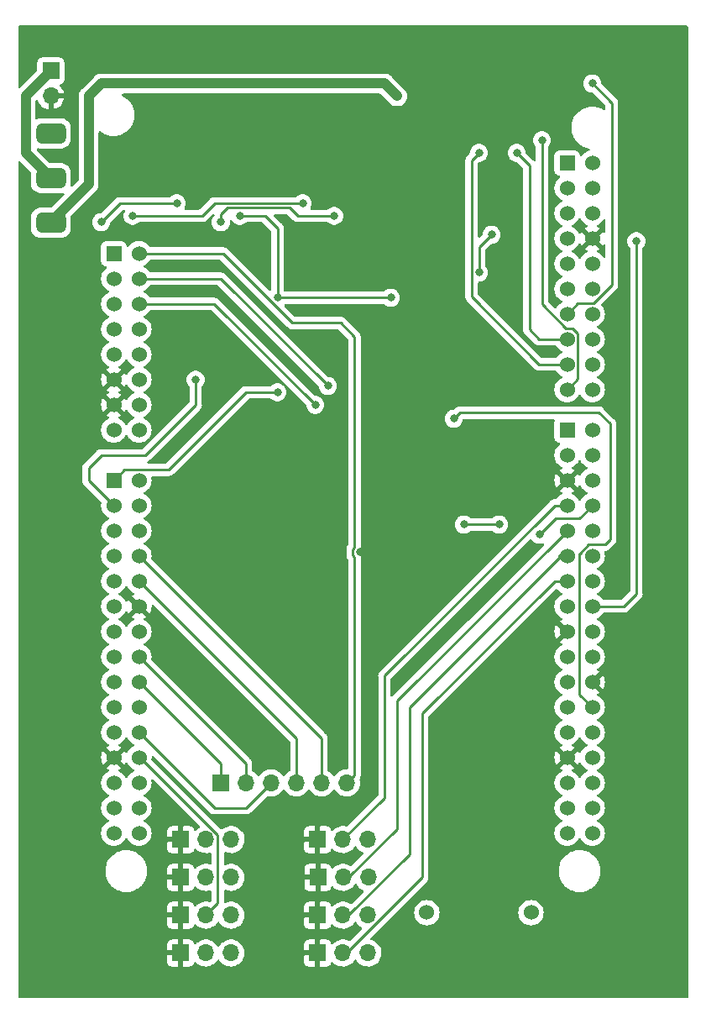
<source format=gbr>
%TF.GenerationSoftware,KiCad,Pcbnew,(6.0.2-0)*%
%TF.CreationDate,2022-03-29T11:50:41+01:00*%
%TF.ProjectId,Main-Craft-PCB,4d61696e-2d43-4726-9166-742d5043422e,rev?*%
%TF.SameCoordinates,Original*%
%TF.FileFunction,Copper,L2,Bot*%
%TF.FilePolarity,Positive*%
%FSLAX46Y46*%
G04 Gerber Fmt 4.6, Leading zero omitted, Abs format (unit mm)*
G04 Created by KiCad (PCBNEW (6.0.2-0)) date 2022-03-29 11:50:41*
%MOMM*%
%LPD*%
G01*
G04 APERTURE LIST*
G04 Aperture macros list*
%AMRoundRect*
0 Rectangle with rounded corners*
0 $1 Rounding radius*
0 $2 $3 $4 $5 $6 $7 $8 $9 X,Y pos of 4 corners*
0 Add a 4 corners polygon primitive as box body*
4,1,4,$2,$3,$4,$5,$6,$7,$8,$9,$2,$3,0*
0 Add four circle primitives for the rounded corners*
1,1,$1+$1,$2,$3*
1,1,$1+$1,$4,$5*
1,1,$1+$1,$6,$7*
1,1,$1+$1,$8,$9*
0 Add four rect primitives between the rounded corners*
20,1,$1+$1,$2,$3,$4,$5,0*
20,1,$1+$1,$4,$5,$6,$7,0*
20,1,$1+$1,$6,$7,$8,$9,0*
20,1,$1+$1,$8,$9,$2,$3,0*%
G04 Aperture macros list end*
%TA.AperFunction,ComponentPad*%
%ADD10R,1.700000X1.700000*%
%TD*%
%TA.AperFunction,ComponentPad*%
%ADD11O,1.700000X1.700000*%
%TD*%
%TA.AperFunction,ComponentPad*%
%ADD12RoundRect,0.500000X1.000000X-0.500000X1.000000X0.500000X-1.000000X0.500000X-1.000000X-0.500000X0*%
%TD*%
%TA.AperFunction,ComponentPad*%
%ADD13C,1.530000*%
%TD*%
%TA.AperFunction,ComponentPad*%
%ADD14R,1.530000X1.530000*%
%TD*%
%TA.AperFunction,ComponentPad*%
%ADD15C,1.524000*%
%TD*%
%TA.AperFunction,ViaPad*%
%ADD16C,0.800000*%
%TD*%
%TA.AperFunction,Conductor*%
%ADD17C,0.250000*%
%TD*%
%TA.AperFunction,Conductor*%
%ADD18C,1.000000*%
%TD*%
%TA.AperFunction,Conductor*%
%ADD19C,0.500000*%
%TD*%
G04 APERTURE END LIST*
D10*
%TO.P,J10,1,Pin_1*%
%TO.N,MOTOR_2_EN*%
X141605000Y-127635000D03*
D11*
%TO.P,J10,2,Pin_2*%
%TO.N,MOTOR_2_B*%
X144145000Y-127635000D03*
%TO.P,J10,3,Pin_3*%
%TO.N,MOTOR_2_A*%
X146685000Y-127635000D03*
%TO.P,J10,4,Pin_4*%
%TO.N,MOTOR_1_B*%
X149225000Y-127635000D03*
%TO.P,J10,5,Pin_5*%
%TO.N,MOTOR_1_A*%
X151765000Y-127635000D03*
%TO.P,J10,6,Pin_6*%
%TO.N,MOTOR_1_EN*%
X154305000Y-127635000D03*
%TD*%
D10*
%TO.P,J4,1,Pin_1*%
%TO.N,Earth*%
X151373990Y-140970000D03*
D11*
%TO.P,J4,2,Pin_2*%
%TO.N,IR_3*%
X153913990Y-140970000D03*
%TO.P,J4,3,Pin_3*%
%TO.N,+5V*%
X156453990Y-140970000D03*
%TD*%
D10*
%TO.P,J8,1,Pin_1*%
%TO.N,Earth*%
X137556000Y-140970000D03*
D11*
%TO.P,J8,2,Pin_2*%
%TO.N,ESC_3*%
X140096000Y-140970000D03*
%TO.P,J8,3,Pin_3*%
%TO.N,+5V*%
X142636000Y-140970000D03*
%TD*%
D10*
%TO.P,J2,1,Pin_1*%
%TO.N,Earth*%
X151373990Y-133350000D03*
D11*
%TO.P,J2,2,Pin_2*%
%TO.N,IR_1*%
X153913990Y-133350000D03*
%TO.P,J2,3,Pin_3*%
%TO.N,+5V*%
X156453990Y-133350000D03*
%TD*%
D10*
%TO.P,J9,1,Pin_1*%
%TO.N,Earth*%
X137556000Y-144780000D03*
D11*
%TO.P,J9,2,Pin_2*%
%TO.N,ESC_4*%
X140096000Y-144780000D03*
%TO.P,J9,3,Pin_3*%
%TO.N,+5V*%
X142636000Y-144780000D03*
%TD*%
D12*
%TO.P,SW7,1,A*%
%TO.N,+BATT*%
X124460000Y-71175000D03*
%TO.P,SW7,2,B*%
%TO.N,Net-(BT1-Pad1)*%
X124460000Y-66675000D03*
%TO.P,SW7,3,C*%
%TO.N,unconnected-(SW7-Pad3)*%
X124460000Y-62175000D03*
%TD*%
D13*
%TO.P,U1,1,PC10*%
%TO.N,LED_3*%
X133350000Y-79370000D03*
%TO.P,U1,2,PC11*%
%TO.N,LED_4*%
X133350000Y-81910000D03*
%TO.P,U1,3,PC12*%
%TO.N,LED_5*%
X133350000Y-84450000D03*
%TO.P,U1,4,PD2*%
%TO.N,LED_6*%
X133350000Y-86990000D03*
%TO.P,U1,8,GND*%
%TO.N,Earth*%
X130810000Y-125090000D03*
%TO.P,U1,11,PF7*%
%TO.N,ESC_2*%
X133350000Y-127630000D03*
%TO.P,U1,12,IOREF*%
%TO.N,unconnected-(U1-Pad12)*%
X130810000Y-76830000D03*
%TO.P,U1,14,~{RST}*%
%TO.N,unconnected-(U1-Pad14)*%
X130810000Y-79370000D03*
%TO.P,U1,16,+3V3*%
%TO.N,+3V3*%
X130810000Y-81910000D03*
%TO.P,U1,17,PA15*%
%TO.N,unconnected-(U1-Pad17)*%
X176530000Y-75306000D03*
%TO.P,U1,18,+5V*%
%TO.N,+5V*%
X130810000Y-84450000D03*
%TO.P,U1,19,GND*%
%TO.N,Earth*%
X130810000Y-86990000D03*
%TO.P,U1,20,GND*%
X130810000Y-89530000D03*
%TO.P,U1,24,VIN*%
%TO.N,unconnected-(U1-Pad24)*%
X130810000Y-92070000D03*
%TO.P,U1,28,ETH_REF_CLK/PA0*%
%TO.N,unconnected-(U1-Pad28)*%
X176530000Y-127630000D03*
%TO.P,U1,32,PA4*%
%TO.N,CSN*%
X176530000Y-85466000D03*
%TO.P,U1,34,PB0*%
%TO.N,unconnected-(U1-Pad34)*%
X176530000Y-130170000D03*
%TO.P,U1,35,PC2*%
%TO.N,IR_2*%
X176530000Y-102230000D03*
%TO.P,U1,37,PC3*%
%TO.N,unconnected-(U1-Pad37)*%
X130810000Y-102230000D03*
%TO.P,U1,38,PC0*%
%TO.N,BAT_30_PERCENT*%
X130810000Y-99690000D03*
%TO.P,U1,39,PD4*%
%TO.N,MOTOR_1_A*%
X133350000Y-104770000D03*
%TO.P,U1,40,PD3*%
%TO.N,MOTOR_1_B*%
X133350000Y-107310000D03*
%TO.P,U1,41,PD5*%
%TO.N,LED_1*%
X133350000Y-102230000D03*
%TO.P,U1,42,PG2*%
%TO.N,LED_7*%
X133350000Y-89530000D03*
%TO.P,U1,43,PD6*%
%TO.N,LED_10*%
X133350000Y-99690000D03*
%TO.P,U1,44,PG3*%
%TO.N,LED_8*%
X133350000Y-92070000D03*
%TO.P,U1,45,PD7*%
%TO.N,LED_9*%
X133350000Y-97150000D03*
%TO.P,U1,46,PE2*%
%TO.N,N/C*%
X133350000Y-112390000D03*
%TO.N,unconnected-(U1-Pad46)*%
X176530000Y-122550000D03*
%TO.P,U1,47,PE3*%
%TO.N,MOTOR_2_A*%
X133350000Y-122550000D03*
%TO.P,U1,48,PE4*%
%TO.N,MOTOR_2_B*%
X133350000Y-114930000D03*
%TO.P,U1,49,GND*%
%TO.N,Earth*%
X133350000Y-109850000D03*
%TO.P,U1,50,PE5*%
%TO.N,MOTOR_2_EN*%
X133350000Y-117470000D03*
%TO.P,U1,51,PF1*%
%TO.N,unconnected-(U1-Pad51)*%
X130810000Y-120010000D03*
%TO.P,U1,52,PF2*%
%TO.N,unconnected-(U1-Pad52)*%
X130810000Y-117470000D03*
%TO.P,U1,53,PF0*%
%TO.N,unconnected-(U1-Pad53)*%
X130810000Y-122550000D03*
%TO.P,U1,54,PF8*%
%TO.N,ESC_3*%
X133350000Y-125090000D03*
%TO.P,U1,55,PD1*%
%TO.N,unconnected-(U1-Pad55)*%
X130810000Y-130170000D03*
%TO.P,U1,56,PF9*%
%TO.N,ESC_4*%
X133350000Y-130170000D03*
%TO.P,U1,57,PD0*%
%TO.N,unconnected-(U1-Pad57)*%
X130810000Y-127630000D03*
%TO.P,U1,58,PG1*%
%TO.N,unconnected-(U1-Pad58)*%
X133350000Y-132710000D03*
%TO.P,U1,59,PG0*%
%TO.N,unconnected-(U1-Pad59)*%
X130810000Y-132710000D03*
%TO.P,U1,60,GND*%
%TO.N,Earth*%
X179070000Y-72766000D03*
%TO.P,U1,62,PE6*%
%TO.N,ESC_1*%
X133350000Y-120010000D03*
%TO.P,U1,63,PG9*%
%TO.N,SW_1*%
X179070000Y-109850000D03*
%TO.P,U1,73,PC9*%
%TO.N,LED_2*%
X133350000Y-76830000D03*
%TO.P,U1,74,PC8*%
%TO.N,MOTOR_1_EN*%
X133350000Y-74290000D03*
%TO.P,U1,75,PB8*%
%TO.N,BUZZER*%
X179070000Y-65146000D03*
D14*
%TO.P,U1,76,PC6*%
%TO.N,unconnected-(U1-Pad76)*%
X176530000Y-65146000D03*
D13*
%TO.P,U1,77,PB9*%
%TO.N,unconnected-(U1-Pad77)*%
X179070000Y-67686000D03*
%TO.P,U1,79,AVDD*%
%TO.N,unconnected-(U1-Pad79)*%
X179070000Y-70226000D03*
D14*
%TO.N,N/C*%
X176530000Y-92070000D03*
D13*
%TO.P,U1,81,GND*%
%TO.N,Earth*%
X176530000Y-125090000D03*
%TO.P,U1,83,PA5*%
%TO.N,unconnected-(U1-Pad83)*%
X179070000Y-75306000D03*
%TO.P,U1,85,PA6*%
%TO.N,unconnected-(U1-Pad85)*%
X179070000Y-77846000D03*
%TO.P,U1,87,ETH_CRS_DV/PA7*%
%TO.N,unconnected-(U1-Pad87)*%
X179070000Y-80386000D03*
%TO.N,N/C*%
X130810000Y-114930000D03*
%TO.P,U1,88,PB12*%
%TO.N,CE*%
X176530000Y-72766000D03*
%TO.P,U1,89,PB6*%
%TO.N,IR_4*%
X176530000Y-107310000D03*
%TO.P,U1,90,PB11*%
%TO.N,unconnected-(U1-Pad90)*%
X179070000Y-132710000D03*
%TO.P,U1,91,PC7*%
%TO.N,unconnected-(U1-Pad91)*%
X176530000Y-77846000D03*
%TO.P,U1,92,GND*%
%TO.N,Earth*%
X179070000Y-117470000D03*
%TO.P,U1,94,PB2*%
%TO.N,unconnected-(U1-Pad94)*%
X176530000Y-109850000D03*
%TO.P,U1,96,PB1*%
%TO.N,IR_1*%
X176530000Y-99690000D03*
%TO.P,U1,97,PB10*%
%TO.N,unconnected-(U1-Pad97)*%
X179070000Y-130170000D03*
%TO.P,U1,98,PB15*%
%TO.N,unconnected-(U1-Pad98)*%
X176530000Y-67686000D03*
%TO.P,U1,99,PB4*%
%TO.N,MISO*%
X176530000Y-88006000D03*
%TO.P,U1,101,PB5*%
%TO.N,MOSI*%
X176530000Y-80386000D03*
%TO.P,U1,102,ETH_TXD1/PB13*%
%TO.N,IRQ*%
X176530000Y-70226000D03*
%TO.P,U1,103,SWO/PB3*%
%TO.N,SCK*%
X176530000Y-82926000D03*
%TO.P,U1,104,AGND*%
%TO.N,unconnected-(U1-Pad104)*%
X176530000Y-94610000D03*
%TO.P,U1,108,PF5*%
%TO.N,unconnected-(U1-Pad108)*%
X130810000Y-107310000D03*
D14*
%TO.P,U1,109,PA3*%
%TO.N,BAT_15_PERCENT*%
X130810000Y-97150000D03*
D13*
%TO.P,U1,110,PF4*%
%TO.N,IR_3*%
X176530000Y-104770000D03*
%TO.P,U1,111,GND*%
%TO.N,Earth*%
X176530000Y-97150000D03*
%TO.P,U1,112,PE8*%
%TO.N,SW_3*%
X179070000Y-112390000D03*
%TO.P,U1,113,PD13*%
%TO.N,unconnected-(U1-Pad113)*%
X176530000Y-114930000D03*
%TO.P,U1,114,PF10*%
%TO.N,unconnected-(U1-Pad114)*%
X130810000Y-109850000D03*
%TO.P,U1,115,PD12*%
%TO.N,unconnected-(U1-Pad115)*%
X176530000Y-117470000D03*
%TO.P,U1,116,PE7*%
%TO.N,SW_2*%
X179070000Y-114930000D03*
%TO.P,U1,117,PD11*%
%TO.N,unconnected-(U1-Pad117)*%
X176530000Y-120010000D03*
%TO.P,U1,118,PD14*%
%TO.N,unconnected-(U1-Pad118)*%
X179070000Y-82926000D03*
%TO.P,U1,119,PE10*%
%TO.N,SW_4*%
X179070000Y-120010000D03*
%TO.P,U1,120,PD15*%
%TO.N,unconnected-(U1-Pad120)*%
X179070000Y-85466000D03*
%TO.P,U1,121,PE12*%
%TO.N,SW_5*%
X179070000Y-122550000D03*
%TO.P,U1,122,PF14*%
%TO.N,SW_7*%
X179070000Y-99690000D03*
%TO.P,U1,123,PE14*%
%TO.N,SW_6*%
X179070000Y-125090000D03*
%TO.P,U1,124,PE9*%
%TO.N,unconnected-(U1-Pad124)*%
X179070000Y-94610000D03*
%TO.P,U1,125,PE15*%
%TO.N,unconnected-(U1-Pad125)*%
X179070000Y-127630000D03*
%TO.P,U1,127,PE13*%
%TO.N,SW_8*%
X179070000Y-102230000D03*
%TO.P,U1,128,PE11*%
%TO.N,unconnected-(U1-Pad128)*%
X179070000Y-97150000D03*
%TO.P,U1,129,PF13*%
%TO.N,unconnected-(U1-Pad129)*%
X179070000Y-92070000D03*
%TO.P,U1,130,PF3*%
%TO.N,unconnected-(U1-Pad130)*%
X130810000Y-104770000D03*
%TO.P,U1,131,PF12*%
%TO.N,unconnected-(U1-Pad131)*%
X179070000Y-88006000D03*
%TO.P,U1,132,PF15*%
%TO.N,unconnected-(U1-Pad132)*%
X179070000Y-104770000D03*
%TO.P,U1,133,PG14*%
%TO.N,unconnected-(U1-Pad133)*%
X179070000Y-107310000D03*
%TO.P,U1,136,PE0*%
%TO.N,unconnected-(U1-Pad136)*%
X176530000Y-132710000D03*
%TO.P,U1,144,GND*%
%TO.N,Earth*%
X176530000Y-112390000D03*
%TO.P,U1,NC*%
%TO.N,N/C*%
X130810000Y-112390000D03*
D14*
X130810000Y-74290000D03*
%TD*%
D10*
%TO.P,BT1,1,+*%
%TO.N,Net-(BT1-Pad1)*%
X124460000Y-55880000D03*
D11*
%TO.P,BT1,2,-*%
%TO.N,Earth*%
X124460000Y-58420000D03*
%TD*%
D10*
%TO.P,J5,1,Pin_1*%
%TO.N,Earth*%
X151373990Y-144780000D03*
D11*
%TO.P,J5,2,Pin_2*%
%TO.N,IR_4*%
X153913990Y-144780000D03*
%TO.P,J5,3,Pin_3*%
%TO.N,+5V*%
X156453990Y-144780000D03*
%TD*%
D10*
%TO.P,J7,1,Pin_1*%
%TO.N,Earth*%
X137556000Y-137160000D03*
D11*
%TO.P,J7,2,Pin_2*%
%TO.N,ESC_2*%
X140096000Y-137160000D03*
%TO.P,J7,3,Pin_3*%
%TO.N,+5V*%
X142636000Y-137160000D03*
%TD*%
D10*
%TO.P,J3,1,Pin_1*%
%TO.N,Earth*%
X151388990Y-137160000D03*
D11*
%TO.P,J3,2,Pin_2*%
%TO.N,IR_2*%
X153928990Y-137160000D03*
%TO.P,J3,3,Pin_3*%
%TO.N,+5V*%
X156468990Y-137160000D03*
%TD*%
D10*
%TO.P,J6,1,Pin_1*%
%TO.N,Earth*%
X137571000Y-133350000D03*
D11*
%TO.P,J6,2,Pin_2*%
%TO.N,ESC_1*%
X140111000Y-133350000D03*
%TO.P,J6,3,Pin_3*%
%TO.N,+5V*%
X142651000Y-133350000D03*
%TD*%
D15*
%TO.P,BZ1,1,-*%
%TO.N,+5V*%
X162390000Y-140716000D03*
%TO.P,BZ1,2,+*%
%TO.N,Net-(BZ1-Pad2)*%
X172890000Y-140716000D03*
%TD*%
D16*
%TO.N,+5V*%
X167640000Y-76200000D03*
X129540000Y-71120000D03*
X168910000Y-72390000D03*
X137160000Y-69215000D03*
X158750000Y-78740000D03*
X147320000Y-78740000D03*
X143510000Y-70485000D03*
%TO.N,+12V*%
X153035000Y-70485000D03*
X141605000Y-71120000D03*
%TO.N,Earth*%
X140424480Y-93934326D03*
X129540000Y-83185000D03*
X146050000Y-92075000D03*
X156210000Y-90805000D03*
X165100000Y-107188000D03*
X155637807Y-104380860D03*
X136525000Y-65405000D03*
X140377825Y-104383715D03*
X152400000Y-121285000D03*
X163080705Y-62105789D03*
X150575403Y-93957163D03*
X186055000Y-133985000D03*
X137160000Y-82550000D03*
X150533800Y-104243840D03*
X181167245Y-144860550D03*
X142322126Y-53175532D03*
X143049450Y-79814615D03*
X151765000Y-75565000D03*
X144461530Y-67780714D03*
X182245000Y-68580000D03*
X145446920Y-104106819D03*
X160528000Y-116332000D03*
X169941898Y-76218811D03*
X147320000Y-146685000D03*
X161975979Y-54357333D03*
%TO.N,+BATT*%
X159385000Y-58420000D03*
X151765000Y-57150000D03*
X141605000Y-57150000D03*
%TO.N,+3V3*%
X132715000Y-70485000D03*
X149860000Y-69215000D03*
%TO.N,BAT_15_PERCENT*%
X147320000Y-88265000D03*
%TO.N,BAT_30_PERCENT*%
X139065000Y-86995000D03*
%TO.N,LED_2*%
X152400000Y-87630000D03*
%TO.N,LED_3*%
X151130000Y-89535000D03*
%TO.N,SW_1*%
X183515000Y-73025000D03*
%TO.N,SW_4*%
X165100000Y-90932000D03*
%TO.N,CSN*%
X167640000Y-64135000D03*
%TO.N,MOSI*%
X179070000Y-57150000D03*
%TO.N,SCK*%
X171450000Y-64135000D03*
%TO.N,MISO*%
X173990000Y-62865000D03*
%TO.N,SW_7*%
X173736000Y-102616000D03*
%TO.N,SW_8*%
X169672000Y-101600000D03*
X166116000Y-101600000D03*
%TD*%
D17*
%TO.N,+5V*%
X147320000Y-78740000D02*
X147320000Y-71755000D01*
X167640000Y-73660000D02*
X168910000Y-72390000D01*
X131445000Y-69215000D02*
X129540000Y-71120000D01*
X147320000Y-71755000D02*
X146050000Y-70485000D01*
X147320000Y-78740000D02*
X158750000Y-78740000D01*
X146050000Y-70485000D02*
X143510000Y-70485000D01*
X137160000Y-69215000D02*
X131445000Y-69215000D01*
X167640000Y-76200000D02*
X167640000Y-73660000D01*
%TO.N,+12V*%
X141605000Y-71120000D02*
X141605000Y-70345181D01*
X141605000Y-70345181D02*
X142285661Y-69664520D01*
X148548385Y-69664520D02*
X149368865Y-70485000D01*
X142285661Y-69664520D02*
X148548385Y-69664520D01*
X149368865Y-70485000D02*
X153035000Y-70485000D01*
D18*
%TO.N,+BATT*%
X158115000Y-57150000D02*
X159385000Y-58420000D01*
X128270000Y-58420000D02*
X129540000Y-57150000D01*
X124460000Y-71120000D02*
X128270000Y-67310000D01*
X147320000Y-57150000D02*
X158115000Y-57150000D01*
X124460000Y-71175000D02*
X124460000Y-71120000D01*
X129540000Y-57150000D02*
X147320000Y-57150000D01*
X128270000Y-67310000D02*
X128270000Y-58420000D01*
D17*
%TO.N,+3V3*%
X132715000Y-70485000D02*
X139700000Y-70485000D01*
X140970000Y-69215000D02*
X149860000Y-69215000D01*
X140970000Y-69215000D02*
X139700000Y-70485000D01*
%TO.N,BAT_15_PERCENT*%
X131899511Y-96060489D02*
X136349511Y-96060489D01*
X144145000Y-88265000D02*
X147320000Y-88265000D01*
X130810000Y-97150000D02*
X131899511Y-96060489D01*
X136349511Y-96060489D02*
X144145000Y-88265000D01*
%TO.N,BAT_30_PERCENT*%
X128270000Y-95885000D02*
X128270000Y-97150000D01*
X139065000Y-86995000D02*
X139065000Y-89535000D01*
X129540000Y-94615000D02*
X128270000Y-95885000D01*
X133985000Y-94615000D02*
X129540000Y-94615000D01*
X139065000Y-89535000D02*
X133985000Y-94615000D01*
X128270000Y-97150000D02*
X130810000Y-99690000D01*
%TO.N,LED_2*%
X141600000Y-76830000D02*
X152400000Y-87630000D01*
X133350000Y-76830000D02*
X141600000Y-76830000D01*
%TO.N,LED_3*%
X133350000Y-79370000D02*
X140965000Y-79370000D01*
X140965000Y-79370000D02*
X151130000Y-89535000D01*
%TO.N,SW_1*%
X183515000Y-73025000D02*
X183515000Y-108585000D01*
X182240000Y-109850000D02*
X179070000Y-109850000D01*
X183515000Y-108585000D02*
X182245000Y-109855000D01*
X182245000Y-109855000D02*
X182240000Y-109850000D01*
%TO.N,SW_4*%
X179727690Y-90319690D02*
X180848000Y-91440000D01*
X165712310Y-90319690D02*
X179727690Y-90319690D01*
X180848000Y-103124000D02*
X180340000Y-103632000D01*
X180848000Y-91440000D02*
X180848000Y-103124000D01*
X177787637Y-104511561D02*
X177787637Y-118727637D01*
X165100000Y-90932000D02*
X165712310Y-90319690D01*
X180340000Y-103632000D02*
X178667198Y-103632000D01*
X178667198Y-103632000D02*
X177805000Y-104494198D01*
X177787637Y-118727637D02*
X179070000Y-120010000D01*
%TO.N,MOTOR_1_EN*%
X155070891Y-104838558D02*
X154913296Y-104680963D01*
X148835386Y-81280000D02*
X141845386Y-74290000D01*
X155070891Y-126869109D02*
X155070891Y-104838558D01*
X154305000Y-127635000D02*
X155070891Y-126869109D01*
X153670000Y-81280000D02*
X148835386Y-81280000D01*
X154913296Y-104080757D02*
X155070891Y-103923162D01*
X155070891Y-82680891D02*
X153670000Y-81280000D01*
X141845386Y-74290000D02*
X133350000Y-74290000D01*
X155070891Y-103923162D02*
X155070891Y-82680891D01*
X154913296Y-104680963D02*
X154913296Y-104080757D01*
%TO.N,MOTOR_1_A*%
X151765000Y-123185000D02*
X133350000Y-104770000D01*
X151765000Y-127635000D02*
X151765000Y-123185000D01*
%TO.N,MOTOR_1_B*%
X149225000Y-127635000D02*
X149225000Y-123185000D01*
X149225000Y-123185000D02*
X133350000Y-107310000D01*
%TO.N,MOTOR_2_A*%
X144145000Y-130175000D02*
X140970000Y-130175000D01*
X140970000Y-130175000D02*
X140970000Y-130170000D01*
X146685000Y-127635000D02*
X144145000Y-130175000D01*
X140970000Y-130170000D02*
X133350000Y-122550000D01*
%TO.N,MOTOR_2_B*%
X144145000Y-125725000D02*
X133350000Y-114930000D01*
X144145000Y-127635000D02*
X144145000Y-125725000D01*
%TO.N,MOTOR_2_EN*%
X141605000Y-127635000D02*
X141605000Y-125725000D01*
X141605000Y-125725000D02*
X133350000Y-117470000D01*
%TO.N,ESC_3*%
X140096000Y-140970000D02*
X141285511Y-139780489D01*
X141285511Y-139780489D02*
X141285511Y-132863501D01*
X133512010Y-125090000D02*
X133350000Y-125090000D01*
X141285511Y-132863501D02*
X133512010Y-125090000D01*
%TO.N,CSN*%
X173731000Y-85466000D02*
X176530000Y-85466000D01*
X166915489Y-78650489D02*
X173731000Y-85466000D01*
X166915489Y-64859511D02*
X166915489Y-78650489D01*
X167640000Y-64135000D02*
X166915489Y-64859511D01*
%TO.N,MOSI*%
X177619511Y-79296489D02*
X179160313Y-79296489D01*
X179160313Y-79296489D02*
X181044521Y-77412281D01*
X181044521Y-59124521D02*
X179070000Y-57150000D01*
X176530000Y-80386000D02*
X177619511Y-79296489D01*
X181044521Y-77412281D02*
X181044521Y-59124521D01*
%TO.N,SCK*%
X172720000Y-81915000D02*
X173731000Y-82926000D01*
X173731000Y-82926000D02*
X176530000Y-82926000D01*
X172720000Y-65405000D02*
X172720000Y-81915000D01*
X171450000Y-64135000D02*
X172720000Y-65405000D01*
%TO.N,MISO*%
X177619511Y-82369511D02*
X177086489Y-81836489D01*
X173990000Y-79386802D02*
X173990000Y-62865000D01*
X177619511Y-86916489D02*
X177619511Y-82369511D01*
X177086489Y-81836489D02*
X176439687Y-81836489D01*
X176530000Y-88006000D02*
X177619511Y-86916489D01*
X176439687Y-81836489D02*
X173990000Y-79386802D01*
%TO.N,IR_2*%
X154481777Y-137160000D02*
X159385000Y-132256777D01*
X159385000Y-132256777D02*
X159385000Y-119375000D01*
D19*
X153928990Y-137160000D02*
X154481777Y-137160000D01*
D17*
X159385000Y-119375000D02*
X176530000Y-102230000D01*
%TO.N,IR_4*%
X154305000Y-144780000D02*
X161925000Y-137160000D01*
X175265000Y-107310000D02*
X176530000Y-107310000D01*
X153913990Y-144780000D02*
X154305000Y-144780000D01*
X161925000Y-120650000D02*
X175265000Y-107310000D01*
X161925000Y-137160000D02*
X161925000Y-120650000D01*
%TO.N,IR_1*%
X175265000Y-99690000D02*
X176530000Y-99690000D01*
X153913990Y-133350000D02*
X158115000Y-129148990D01*
X158115000Y-116840000D02*
X175265000Y-99690000D01*
X158115000Y-129148990D02*
X158115000Y-116840000D01*
D19*
%TO.N,IR_3*%
X153913990Y-140970000D02*
X154496777Y-140970000D01*
X175900000Y-104770000D02*
X176530000Y-104770000D01*
D17*
X160655000Y-134811777D02*
X160655000Y-120015000D01*
X160655000Y-120015000D02*
X175900000Y-104770000D01*
X154496777Y-140970000D02*
X160655000Y-134811777D01*
D18*
%TO.N,Net-(BT1-Pad1)*%
X124460000Y-55880000D02*
X121920000Y-58420000D01*
X121920000Y-58420000D02*
X121920000Y-64135000D01*
X121920000Y-64135000D02*
X124460000Y-66675000D01*
D17*
%TO.N,SW_7*%
X177778551Y-100981449D02*
X179070000Y-99690000D01*
X173736000Y-102616000D02*
X175370551Y-100981449D01*
X175370551Y-100981449D02*
X177778551Y-100981449D01*
%TO.N,SW_8*%
X166116000Y-101600000D02*
X169672000Y-101600000D01*
%TD*%
%TA.AperFunction,Conductor*%
%TO.N,Earth*%
G36*
X188664121Y-51328002D02*
G01*
X188710614Y-51381658D01*
X188722000Y-51434000D01*
X188722000Y-149226000D01*
X188701998Y-149294121D01*
X188648342Y-149340614D01*
X188596000Y-149352000D01*
X121284000Y-149352000D01*
X121215879Y-149331998D01*
X121169386Y-149278342D01*
X121158000Y-149226000D01*
X121158000Y-145674669D01*
X136198001Y-145674669D01*
X136198371Y-145681490D01*
X136203895Y-145732352D01*
X136207521Y-145747604D01*
X136252676Y-145868054D01*
X136261214Y-145883649D01*
X136337715Y-145985724D01*
X136350276Y-145998285D01*
X136452351Y-146074786D01*
X136467946Y-146083324D01*
X136588394Y-146128478D01*
X136603649Y-146132105D01*
X136654514Y-146137631D01*
X136661328Y-146138000D01*
X137283885Y-146138000D01*
X137299124Y-146133525D01*
X137300329Y-146132135D01*
X137302000Y-146124452D01*
X137302000Y-146119884D01*
X137810000Y-146119884D01*
X137814475Y-146135123D01*
X137815865Y-146136328D01*
X137823548Y-146137999D01*
X138450669Y-146137999D01*
X138457490Y-146137629D01*
X138508352Y-146132105D01*
X138523604Y-146128479D01*
X138644054Y-146083324D01*
X138659649Y-146074786D01*
X138761724Y-145998285D01*
X138774285Y-145985724D01*
X138850786Y-145883649D01*
X138859324Y-145868054D01*
X138900225Y-145758952D01*
X138942867Y-145702188D01*
X139009428Y-145677488D01*
X139078777Y-145692696D01*
X139113444Y-145720684D01*
X139138865Y-145750031D01*
X139138869Y-145750035D01*
X139142250Y-145753938D01*
X139314126Y-145896632D01*
X139507000Y-146009338D01*
X139715692Y-146089030D01*
X139720760Y-146090061D01*
X139720763Y-146090062D01*
X139828017Y-146111883D01*
X139934597Y-146133567D01*
X139939772Y-146133757D01*
X139939774Y-146133757D01*
X140152673Y-146141564D01*
X140152677Y-146141564D01*
X140157837Y-146141753D01*
X140162957Y-146141097D01*
X140162959Y-146141097D01*
X140374288Y-146114025D01*
X140374289Y-146114025D01*
X140379416Y-146113368D01*
X140384366Y-146111883D01*
X140588429Y-146050661D01*
X140588434Y-146050659D01*
X140593384Y-146049174D01*
X140793994Y-145950896D01*
X140975860Y-145821173D01*
X141134096Y-145663489D01*
X141264453Y-145482077D01*
X141265776Y-145483028D01*
X141312645Y-145439857D01*
X141382580Y-145427625D01*
X141448026Y-145455144D01*
X141475875Y-145486994D01*
X141535987Y-145585088D01*
X141682250Y-145753938D01*
X141854126Y-145896632D01*
X142047000Y-146009338D01*
X142255692Y-146089030D01*
X142260760Y-146090061D01*
X142260763Y-146090062D01*
X142368017Y-146111883D01*
X142474597Y-146133567D01*
X142479772Y-146133757D01*
X142479774Y-146133757D01*
X142692673Y-146141564D01*
X142692677Y-146141564D01*
X142697837Y-146141753D01*
X142702957Y-146141097D01*
X142702959Y-146141097D01*
X142914288Y-146114025D01*
X142914289Y-146114025D01*
X142919416Y-146113368D01*
X142924366Y-146111883D01*
X143128429Y-146050661D01*
X143128434Y-146050659D01*
X143133384Y-146049174D01*
X143333994Y-145950896D01*
X143515860Y-145821173D01*
X143662877Y-145674669D01*
X150015991Y-145674669D01*
X150016361Y-145681490D01*
X150021885Y-145732352D01*
X150025511Y-145747604D01*
X150070666Y-145868054D01*
X150079204Y-145883649D01*
X150155705Y-145985724D01*
X150168266Y-145998285D01*
X150270341Y-146074786D01*
X150285936Y-146083324D01*
X150406384Y-146128478D01*
X150421639Y-146132105D01*
X150472504Y-146137631D01*
X150479318Y-146138000D01*
X151101875Y-146138000D01*
X151117114Y-146133525D01*
X151118319Y-146132135D01*
X151119990Y-146124452D01*
X151119990Y-146119884D01*
X151627990Y-146119884D01*
X151632465Y-146135123D01*
X151633855Y-146136328D01*
X151641538Y-146137999D01*
X152268659Y-146137999D01*
X152275480Y-146137629D01*
X152326342Y-146132105D01*
X152341594Y-146128479D01*
X152462044Y-146083324D01*
X152477639Y-146074786D01*
X152579714Y-145998285D01*
X152592275Y-145985724D01*
X152668776Y-145883649D01*
X152677314Y-145868054D01*
X152718215Y-145758952D01*
X152760857Y-145702188D01*
X152827418Y-145677488D01*
X152896767Y-145692696D01*
X152931434Y-145720684D01*
X152956855Y-145750031D01*
X152956859Y-145750035D01*
X152960240Y-145753938D01*
X153132116Y-145896632D01*
X153324990Y-146009338D01*
X153533682Y-146089030D01*
X153538750Y-146090061D01*
X153538753Y-146090062D01*
X153646007Y-146111883D01*
X153752587Y-146133567D01*
X153757762Y-146133757D01*
X153757764Y-146133757D01*
X153970663Y-146141564D01*
X153970667Y-146141564D01*
X153975827Y-146141753D01*
X153980947Y-146141097D01*
X153980949Y-146141097D01*
X154192278Y-146114025D01*
X154192279Y-146114025D01*
X154197406Y-146113368D01*
X154202356Y-146111883D01*
X154406419Y-146050661D01*
X154406424Y-146050659D01*
X154411374Y-146049174D01*
X154611984Y-145950896D01*
X154793850Y-145821173D01*
X154952086Y-145663489D01*
X155082443Y-145482077D01*
X155083766Y-145483028D01*
X155130635Y-145439857D01*
X155200570Y-145427625D01*
X155266016Y-145455144D01*
X155293865Y-145486994D01*
X155353977Y-145585088D01*
X155500240Y-145753938D01*
X155672116Y-145896632D01*
X155864990Y-146009338D01*
X156073682Y-146089030D01*
X156078750Y-146090061D01*
X156078753Y-146090062D01*
X156186007Y-146111883D01*
X156292587Y-146133567D01*
X156297762Y-146133757D01*
X156297764Y-146133757D01*
X156510663Y-146141564D01*
X156510667Y-146141564D01*
X156515827Y-146141753D01*
X156520947Y-146141097D01*
X156520949Y-146141097D01*
X156732278Y-146114025D01*
X156732279Y-146114025D01*
X156737406Y-146113368D01*
X156742356Y-146111883D01*
X156946419Y-146050661D01*
X156946424Y-146050659D01*
X156951374Y-146049174D01*
X157151984Y-145950896D01*
X157333850Y-145821173D01*
X157492086Y-145663489D01*
X157622443Y-145482077D01*
X157643310Y-145439857D01*
X157719126Y-145286453D01*
X157719127Y-145286451D01*
X157721420Y-145281811D01*
X157786360Y-145068069D01*
X157815519Y-144846590D01*
X157817146Y-144780000D01*
X157798842Y-144557361D01*
X157744421Y-144340702D01*
X157655344Y-144135840D01*
X157534004Y-143948277D01*
X157383660Y-143783051D01*
X157379609Y-143779852D01*
X157379605Y-143779848D01*
X157212404Y-143647800D01*
X157212400Y-143647798D01*
X157208349Y-143644598D01*
X157012779Y-143536638D01*
X157007910Y-143534914D01*
X157007906Y-143534912D01*
X156807077Y-143463795D01*
X156807073Y-143463794D01*
X156802202Y-143462069D01*
X156797108Y-143461162D01*
X156792116Y-143459843D01*
X156792563Y-143458149D01*
X156735897Y-143429934D01*
X156699540Y-143368953D01*
X156701924Y-143297997D01*
X156732465Y-143248439D01*
X159264904Y-140716000D01*
X161114647Y-140716000D01*
X161134022Y-140937463D01*
X161191560Y-141152196D01*
X161193882Y-141157177D01*
X161193883Y-141157178D01*
X161283186Y-141348689D01*
X161283189Y-141348694D01*
X161285512Y-141353676D01*
X161413023Y-141535781D01*
X161570219Y-141692977D01*
X161574727Y-141696134D01*
X161574730Y-141696136D01*
X161650495Y-141749187D01*
X161752323Y-141820488D01*
X161757305Y-141822811D01*
X161757310Y-141822814D01*
X161906084Y-141892188D01*
X161953804Y-141914440D01*
X161959112Y-141915862D01*
X161959114Y-141915863D01*
X162024949Y-141933503D01*
X162168537Y-141971978D01*
X162390000Y-141991353D01*
X162611463Y-141971978D01*
X162755051Y-141933503D01*
X162820886Y-141915863D01*
X162820888Y-141915862D01*
X162826196Y-141914440D01*
X162873916Y-141892188D01*
X163022690Y-141822814D01*
X163022695Y-141822811D01*
X163027677Y-141820488D01*
X163129505Y-141749187D01*
X163205270Y-141696136D01*
X163205273Y-141696134D01*
X163209781Y-141692977D01*
X163366977Y-141535781D01*
X163494488Y-141353676D01*
X163496811Y-141348694D01*
X163496814Y-141348689D01*
X163586117Y-141157178D01*
X163586118Y-141157177D01*
X163588440Y-141152196D01*
X163645978Y-140937463D01*
X163665353Y-140716000D01*
X171614647Y-140716000D01*
X171634022Y-140937463D01*
X171691560Y-141152196D01*
X171693882Y-141157177D01*
X171693883Y-141157178D01*
X171783186Y-141348689D01*
X171783189Y-141348694D01*
X171785512Y-141353676D01*
X171913023Y-141535781D01*
X172070219Y-141692977D01*
X172074727Y-141696134D01*
X172074730Y-141696136D01*
X172150495Y-141749187D01*
X172252323Y-141820488D01*
X172257305Y-141822811D01*
X172257310Y-141822814D01*
X172406084Y-141892188D01*
X172453804Y-141914440D01*
X172459112Y-141915862D01*
X172459114Y-141915863D01*
X172524949Y-141933503D01*
X172668537Y-141971978D01*
X172890000Y-141991353D01*
X173111463Y-141971978D01*
X173255051Y-141933503D01*
X173320886Y-141915863D01*
X173320888Y-141915862D01*
X173326196Y-141914440D01*
X173373916Y-141892188D01*
X173522690Y-141822814D01*
X173522695Y-141822811D01*
X173527677Y-141820488D01*
X173629505Y-141749187D01*
X173705270Y-141696136D01*
X173705273Y-141696134D01*
X173709781Y-141692977D01*
X173866977Y-141535781D01*
X173994488Y-141353676D01*
X173996811Y-141348694D01*
X173996814Y-141348689D01*
X174086117Y-141157178D01*
X174086118Y-141157177D01*
X174088440Y-141152196D01*
X174145978Y-140937463D01*
X174165353Y-140716000D01*
X174145978Y-140494537D01*
X174088440Y-140279804D01*
X174086117Y-140274822D01*
X173996814Y-140083311D01*
X173996811Y-140083306D01*
X173994488Y-140078324D01*
X173952003Y-140017649D01*
X173870136Y-139900730D01*
X173870134Y-139900727D01*
X173866977Y-139896219D01*
X173709781Y-139739023D01*
X173705273Y-139735866D01*
X173705270Y-139735864D01*
X173584301Y-139651161D01*
X173527677Y-139611512D01*
X173522695Y-139609189D01*
X173522690Y-139609186D01*
X173331178Y-139519883D01*
X173331177Y-139519882D01*
X173326196Y-139517560D01*
X173320888Y-139516138D01*
X173320886Y-139516137D01*
X173255051Y-139498497D01*
X173111463Y-139460022D01*
X172890000Y-139440647D01*
X172668537Y-139460022D01*
X172524949Y-139498497D01*
X172459114Y-139516137D01*
X172459112Y-139516138D01*
X172453804Y-139517560D01*
X172448823Y-139519882D01*
X172448822Y-139519883D01*
X172257311Y-139609186D01*
X172257306Y-139609189D01*
X172252324Y-139611512D01*
X172247817Y-139614668D01*
X172247815Y-139614669D01*
X172074730Y-139735864D01*
X172074727Y-139735866D01*
X172070219Y-139739023D01*
X171913023Y-139896219D01*
X171909866Y-139900727D01*
X171909864Y-139900730D01*
X171827997Y-140017649D01*
X171785512Y-140078324D01*
X171783189Y-140083306D01*
X171783186Y-140083311D01*
X171693883Y-140274822D01*
X171691560Y-140279804D01*
X171634022Y-140494537D01*
X171614647Y-140716000D01*
X163665353Y-140716000D01*
X163645978Y-140494537D01*
X163588440Y-140279804D01*
X163586117Y-140274822D01*
X163496814Y-140083311D01*
X163496811Y-140083306D01*
X163494488Y-140078324D01*
X163452003Y-140017649D01*
X163370136Y-139900730D01*
X163370134Y-139900727D01*
X163366977Y-139896219D01*
X163209781Y-139739023D01*
X163205273Y-139735866D01*
X163205270Y-139735864D01*
X163084301Y-139651161D01*
X163027677Y-139611512D01*
X163022695Y-139609189D01*
X163022690Y-139609186D01*
X162831178Y-139519883D01*
X162831177Y-139519882D01*
X162826196Y-139517560D01*
X162820888Y-139516138D01*
X162820886Y-139516137D01*
X162755051Y-139498497D01*
X162611463Y-139460022D01*
X162390000Y-139440647D01*
X162168537Y-139460022D01*
X162024949Y-139498497D01*
X161959114Y-139516137D01*
X161959112Y-139516138D01*
X161953804Y-139517560D01*
X161948823Y-139519882D01*
X161948822Y-139519883D01*
X161757311Y-139609186D01*
X161757306Y-139609189D01*
X161752324Y-139611512D01*
X161747817Y-139614668D01*
X161747815Y-139614669D01*
X161574730Y-139735864D01*
X161574727Y-139735866D01*
X161570219Y-139739023D01*
X161413023Y-139896219D01*
X161409866Y-139900727D01*
X161409864Y-139900730D01*
X161327997Y-140017649D01*
X161285512Y-140078324D01*
X161283189Y-140083306D01*
X161283186Y-140083311D01*
X161193883Y-140274822D01*
X161191560Y-140279804D01*
X161134022Y-140494537D01*
X161114647Y-140716000D01*
X159264904Y-140716000D01*
X162317247Y-137663657D01*
X162325537Y-137656113D01*
X162332018Y-137652000D01*
X162378659Y-137602332D01*
X162381413Y-137599491D01*
X162401134Y-137579770D01*
X162403612Y-137576575D01*
X162411318Y-137567553D01*
X162436158Y-137541101D01*
X162441586Y-137535321D01*
X162451346Y-137517568D01*
X162462199Y-137501045D01*
X162463675Y-137499142D01*
X162474613Y-137485041D01*
X162492176Y-137444457D01*
X162497383Y-137433827D01*
X162518695Y-137395060D01*
X162520666Y-137387383D01*
X162520668Y-137387378D01*
X162523732Y-137375442D01*
X162530138Y-137356730D01*
X162535034Y-137345417D01*
X162538181Y-137338145D01*
X162545097Y-137294481D01*
X162547504Y-137282860D01*
X162556528Y-137247711D01*
X162556528Y-137247710D01*
X162558500Y-137240030D01*
X162558500Y-137219769D01*
X162560051Y-137200058D01*
X162561979Y-137187885D01*
X162563219Y-137180057D01*
X162559059Y-137136046D01*
X162558500Y-137124189D01*
X162558500Y-136652703D01*
X175690743Y-136652703D01*
X175691302Y-136656947D01*
X175691302Y-136656951D01*
X175695274Y-136687122D01*
X175728268Y-136937734D01*
X175804129Y-137215036D01*
X175805813Y-137218984D01*
X175905640Y-137453023D01*
X175916923Y-137479476D01*
X175972229Y-137571886D01*
X176020177Y-137652000D01*
X176064561Y-137726161D01*
X176244313Y-137950528D01*
X176261397Y-137966740D01*
X176442871Y-138138952D01*
X176452851Y-138148423D01*
X176686317Y-138316186D01*
X176690112Y-138318195D01*
X176690113Y-138318196D01*
X176708426Y-138327892D01*
X176940392Y-138450712D01*
X177052897Y-138491883D01*
X177112671Y-138513757D01*
X177210373Y-138549511D01*
X177491264Y-138610755D01*
X177519841Y-138613004D01*
X177714282Y-138628307D01*
X177714291Y-138628307D01*
X177716739Y-138628500D01*
X177872271Y-138628500D01*
X177874407Y-138628354D01*
X177874418Y-138628354D01*
X178082548Y-138614165D01*
X178082554Y-138614164D01*
X178086825Y-138613873D01*
X178091020Y-138613004D01*
X178091022Y-138613004D01*
X178335998Y-138562272D01*
X178368342Y-138555574D01*
X178639343Y-138459607D01*
X178894812Y-138327750D01*
X178898313Y-138325289D01*
X178898317Y-138325287D01*
X179080098Y-138197529D01*
X179130023Y-138162441D01*
X179254105Y-138047137D01*
X179337479Y-137969661D01*
X179337481Y-137969658D01*
X179340622Y-137966740D01*
X179522713Y-137744268D01*
X179672927Y-137499142D01*
X179695347Y-137448069D01*
X179786757Y-137239830D01*
X179788483Y-137235898D01*
X179791135Y-137226590D01*
X179866068Y-136963534D01*
X179867244Y-136959406D01*
X179901892Y-136715954D01*
X179907146Y-136679036D01*
X179907146Y-136679034D01*
X179907751Y-136674784D01*
X179907845Y-136656951D01*
X179909235Y-136391583D01*
X179909235Y-136391576D01*
X179909257Y-136387297D01*
X179893200Y-136265328D01*
X179885606Y-136207649D01*
X179871732Y-136102266D01*
X179795871Y-135824964D01*
X179683077Y-135560524D01*
X179535439Y-135313839D01*
X179355687Y-135089472D01*
X179147149Y-134891577D01*
X178913683Y-134723814D01*
X178891843Y-134712250D01*
X178834489Y-134681883D01*
X178659608Y-134589288D01*
X178464509Y-134517892D01*
X178393658Y-134491964D01*
X178393656Y-134491963D01*
X178389627Y-134490489D01*
X178108736Y-134429245D01*
X178077685Y-134426801D01*
X177885718Y-134411693D01*
X177885709Y-134411693D01*
X177883261Y-134411500D01*
X177727729Y-134411500D01*
X177725593Y-134411646D01*
X177725582Y-134411646D01*
X177517452Y-134425835D01*
X177517446Y-134425836D01*
X177513175Y-134426127D01*
X177508980Y-134426996D01*
X177508978Y-134426996D01*
X177455581Y-134438054D01*
X177231658Y-134484426D01*
X176960657Y-134580393D01*
X176949257Y-134586277D01*
X176724786Y-134702135D01*
X176705188Y-134712250D01*
X176701687Y-134714711D01*
X176701683Y-134714713D01*
X176619784Y-134772273D01*
X176469977Y-134877559D01*
X176259378Y-135073260D01*
X176077287Y-135295732D01*
X175927073Y-135540858D01*
X175925347Y-135544791D01*
X175925346Y-135544792D01*
X175815965Y-135793970D01*
X175811517Y-135804102D01*
X175810342Y-135808229D01*
X175810341Y-135808230D01*
X175779460Y-135916638D01*
X175732756Y-136080594D01*
X175692249Y-136365216D01*
X175692227Y-136369505D01*
X175692226Y-136369512D01*
X175691435Y-136520590D01*
X175690743Y-136652703D01*
X162558500Y-136652703D01*
X162558500Y-125095475D01*
X175252616Y-125095475D01*
X175271072Y-125306419D01*
X175272975Y-125317214D01*
X175327779Y-125521745D01*
X175331525Y-125532037D01*
X175421012Y-125723944D01*
X175426495Y-125733439D01*
X175457640Y-125777919D01*
X175468117Y-125786294D01*
X175481564Y-125779226D01*
X176157978Y-125102812D01*
X176165592Y-125088868D01*
X176165461Y-125087035D01*
X176161210Y-125080420D01*
X175480843Y-124400053D01*
X175469068Y-124393623D01*
X175457053Y-124402919D01*
X175426495Y-124446561D01*
X175421012Y-124456056D01*
X175331525Y-124647963D01*
X175327779Y-124658255D01*
X175272975Y-124862786D01*
X175271072Y-124873581D01*
X175252616Y-125084525D01*
X175252616Y-125095475D01*
X162558500Y-125095475D01*
X162558500Y-120964594D01*
X162578502Y-120896473D01*
X162595405Y-120875499D01*
X171075430Y-112395475D01*
X175252616Y-112395475D01*
X175271072Y-112606419D01*
X175272975Y-112617214D01*
X175327779Y-112821745D01*
X175331525Y-112832037D01*
X175421012Y-113023944D01*
X175426495Y-113033439D01*
X175457640Y-113077919D01*
X175468117Y-113086294D01*
X175481564Y-113079226D01*
X176157978Y-112402812D01*
X176165592Y-112388868D01*
X176165461Y-112387035D01*
X176161210Y-112380420D01*
X175480843Y-111700053D01*
X175469068Y-111693623D01*
X175457053Y-111702919D01*
X175426495Y-111746561D01*
X175421012Y-111756056D01*
X175331525Y-111947963D01*
X175327779Y-111958255D01*
X175272975Y-112162786D01*
X175271072Y-112173581D01*
X175252616Y-112384525D01*
X175252616Y-112395475D01*
X171075430Y-112395475D01*
X175357421Y-108113484D01*
X175419733Y-108079458D01*
X175490548Y-108084523D01*
X175542229Y-108124498D01*
X175544022Y-108122993D01*
X175547557Y-108127206D01*
X175550716Y-108131717D01*
X175708283Y-108289284D01*
X175712792Y-108292441D01*
X175712794Y-108292443D01*
X175778607Y-108338526D01*
X175890817Y-108417097D01*
X175895802Y-108419421D01*
X175895808Y-108419425D01*
X175995272Y-108465805D01*
X176048558Y-108512722D01*
X176068019Y-108580999D01*
X176047478Y-108648959D01*
X175995273Y-108694195D01*
X175895805Y-108740577D01*
X175895800Y-108740580D01*
X175890818Y-108742903D01*
X175708283Y-108870716D01*
X175550716Y-109028283D01*
X175422903Y-109210818D01*
X175420580Y-109215800D01*
X175420577Y-109215805D01*
X175339997Y-109388611D01*
X175328730Y-109412773D01*
X175271056Y-109628014D01*
X175251635Y-109850000D01*
X175271056Y-110071986D01*
X175328730Y-110287227D01*
X175331052Y-110292208D01*
X175331053Y-110292209D01*
X175420577Y-110484195D01*
X175420580Y-110484200D01*
X175422903Y-110489182D01*
X175550716Y-110671717D01*
X175708283Y-110829284D01*
X175890817Y-110957097D01*
X175895802Y-110959421D01*
X175895808Y-110959425D01*
X175995864Y-111006081D01*
X176049150Y-111052998D01*
X176068611Y-111121275D01*
X176048070Y-111189235D01*
X175995865Y-111234471D01*
X175896056Y-111281012D01*
X175886561Y-111286495D01*
X175842081Y-111317640D01*
X175833706Y-111328117D01*
X175840774Y-111341564D01*
X176800115Y-112300905D01*
X176834141Y-112363217D01*
X176829076Y-112434032D01*
X176800115Y-112479095D01*
X175840053Y-113439157D01*
X175833623Y-113450932D01*
X175842916Y-113462945D01*
X175886569Y-113493512D01*
X175896051Y-113498986D01*
X175995864Y-113545529D01*
X176049150Y-113592446D01*
X176068611Y-113660723D01*
X176048070Y-113728683D01*
X175995865Y-113773919D01*
X175895805Y-113820577D01*
X175895800Y-113820580D01*
X175890818Y-113822903D01*
X175708283Y-113950716D01*
X175550716Y-114108283D01*
X175422903Y-114290818D01*
X175420580Y-114295800D01*
X175420577Y-114295805D01*
X175374195Y-114395273D01*
X175328730Y-114492773D01*
X175271056Y-114708014D01*
X175251635Y-114930000D01*
X175271056Y-115151986D01*
X175328730Y-115367227D01*
X175331052Y-115372208D01*
X175331053Y-115372209D01*
X175420577Y-115564195D01*
X175420580Y-115564200D01*
X175422903Y-115569182D01*
X175550716Y-115751717D01*
X175708283Y-115909284D01*
X175890817Y-116037097D01*
X175895802Y-116039421D01*
X175895808Y-116039425D01*
X175995272Y-116085805D01*
X176048558Y-116132722D01*
X176068019Y-116200999D01*
X176047478Y-116268959D01*
X175995273Y-116314195D01*
X175895805Y-116360577D01*
X175895800Y-116360580D01*
X175890818Y-116362903D01*
X175788608Y-116434472D01*
X175720111Y-116482434D01*
X175708283Y-116490716D01*
X175550716Y-116648283D01*
X175547559Y-116652791D01*
X175547557Y-116652794D01*
X175535728Y-116669688D01*
X175422903Y-116830818D01*
X175420580Y-116835800D01*
X175420577Y-116835805D01*
X175374195Y-116935273D01*
X175328730Y-117032773D01*
X175271056Y-117248014D01*
X175251635Y-117470000D01*
X175271056Y-117691986D01*
X175328730Y-117907227D01*
X175331052Y-117912208D01*
X175331053Y-117912209D01*
X175420577Y-118104195D01*
X175420580Y-118104200D01*
X175422903Y-118109182D01*
X175550716Y-118291717D01*
X175708283Y-118449284D01*
X175890817Y-118577097D01*
X175895802Y-118579421D01*
X175895808Y-118579425D01*
X175995272Y-118625805D01*
X176048558Y-118672722D01*
X176068019Y-118740999D01*
X176047478Y-118808959D01*
X175995273Y-118854195D01*
X175895805Y-118900577D01*
X175895800Y-118900580D01*
X175890818Y-118902903D01*
X175708283Y-119030716D01*
X175550716Y-119188283D01*
X175547559Y-119192791D01*
X175547557Y-119192794D01*
X175494472Y-119268608D01*
X175422903Y-119370818D01*
X175420580Y-119375800D01*
X175420577Y-119375805D01*
X175407022Y-119404875D01*
X175328730Y-119572773D01*
X175327308Y-119578081D01*
X175327307Y-119578083D01*
X175320598Y-119603120D01*
X175271056Y-119788014D01*
X175251635Y-120010000D01*
X175271056Y-120231986D01*
X175328730Y-120447227D01*
X175331052Y-120452208D01*
X175331053Y-120452209D01*
X175420577Y-120644195D01*
X175420580Y-120644200D01*
X175422903Y-120649182D01*
X175550716Y-120831717D01*
X175708283Y-120989284D01*
X175890817Y-121117097D01*
X175895802Y-121119421D01*
X175895808Y-121119425D01*
X175995272Y-121165805D01*
X176048558Y-121212722D01*
X176068019Y-121280999D01*
X176047478Y-121348959D01*
X175995273Y-121394195D01*
X175895805Y-121440577D01*
X175895800Y-121440580D01*
X175890818Y-121442903D01*
X175708283Y-121570716D01*
X175550716Y-121728283D01*
X175422903Y-121910818D01*
X175420580Y-121915800D01*
X175420577Y-121915805D01*
X175374195Y-122015273D01*
X175328730Y-122112773D01*
X175271056Y-122328014D01*
X175251635Y-122550000D01*
X175271056Y-122771986D01*
X175288425Y-122836808D01*
X175325150Y-122973865D01*
X175328730Y-122987227D01*
X175331052Y-122992208D01*
X175331053Y-122992209D01*
X175420577Y-123184195D01*
X175420580Y-123184200D01*
X175422903Y-123189182D01*
X175550716Y-123371717D01*
X175708283Y-123529284D01*
X175890817Y-123657097D01*
X175895802Y-123659421D01*
X175895808Y-123659425D01*
X175995864Y-123706081D01*
X176049150Y-123752998D01*
X176068611Y-123821275D01*
X176048070Y-123889235D01*
X175995865Y-123934471D01*
X175896056Y-123981012D01*
X175886561Y-123986495D01*
X175842081Y-124017640D01*
X175833706Y-124028117D01*
X175840774Y-124041564D01*
X176517188Y-124717978D01*
X176531132Y-124725592D01*
X176532965Y-124725461D01*
X176539580Y-124721210D01*
X177219947Y-124040843D01*
X177226377Y-124029068D01*
X177217084Y-124017055D01*
X177173431Y-123986488D01*
X177163953Y-123981016D01*
X177064136Y-123934471D01*
X177010851Y-123887554D01*
X176991390Y-123819277D01*
X177011932Y-123751317D01*
X177064136Y-123706081D01*
X177164196Y-123659423D01*
X177164201Y-123659420D01*
X177169183Y-123657097D01*
X177351717Y-123529284D01*
X177509284Y-123371717D01*
X177637097Y-123189182D01*
X177639420Y-123184200D01*
X177639423Y-123184195D01*
X177685805Y-123084727D01*
X177732722Y-123031442D01*
X177800999Y-123011981D01*
X177868959Y-123032523D01*
X177914195Y-123084727D01*
X177960577Y-123184195D01*
X177960580Y-123184200D01*
X177962903Y-123189182D01*
X178090716Y-123371717D01*
X178248283Y-123529284D01*
X178430817Y-123657097D01*
X178435802Y-123659421D01*
X178435808Y-123659425D01*
X178535272Y-123705805D01*
X178588558Y-123752722D01*
X178608019Y-123820999D01*
X178587478Y-123888959D01*
X178535273Y-123934195D01*
X178435805Y-123980577D01*
X178435800Y-123980580D01*
X178430818Y-123982903D01*
X178248283Y-124110716D01*
X178090716Y-124268283D01*
X177962903Y-124450818D01*
X177960580Y-124455800D01*
X177960577Y-124455805D01*
X177913919Y-124555865D01*
X177867002Y-124609150D01*
X177798725Y-124628611D01*
X177730765Y-124608069D01*
X177685529Y-124555865D01*
X177638988Y-124456056D01*
X177633505Y-124446561D01*
X177602360Y-124402081D01*
X177591883Y-124393706D01*
X177578436Y-124400774D01*
X176902022Y-125077188D01*
X176894408Y-125091132D01*
X176894539Y-125092965D01*
X176898790Y-125099580D01*
X177579157Y-125779947D01*
X177590932Y-125786377D01*
X177602947Y-125777081D01*
X177633505Y-125733439D01*
X177638988Y-125723944D01*
X177685529Y-125624135D01*
X177732446Y-125570850D01*
X177800723Y-125551389D01*
X177868683Y-125571931D01*
X177913919Y-125624135D01*
X177918070Y-125633037D01*
X177960577Y-125724195D01*
X177960580Y-125724200D01*
X177962903Y-125729182D01*
X178090716Y-125911717D01*
X178248283Y-126069284D01*
X178430817Y-126197097D01*
X178435802Y-126199421D01*
X178435808Y-126199425D01*
X178535272Y-126245805D01*
X178588558Y-126292722D01*
X178608019Y-126360999D01*
X178587478Y-126428959D01*
X178535273Y-126474195D01*
X178435805Y-126520577D01*
X178435800Y-126520580D01*
X178430818Y-126522903D01*
X178328608Y-126594472D01*
X178270945Y-126634848D01*
X178248283Y-126650716D01*
X178090716Y-126808283D01*
X177962903Y-126990818D01*
X177960580Y-126995800D01*
X177960577Y-126995805D01*
X177914195Y-127095273D01*
X177867278Y-127148558D01*
X177799001Y-127168019D01*
X177731041Y-127147477D01*
X177685805Y-127095273D01*
X177639423Y-126995805D01*
X177639420Y-126995800D01*
X177637097Y-126990818D01*
X177509284Y-126808283D01*
X177351717Y-126650716D01*
X177329056Y-126634848D01*
X177271890Y-126594820D01*
X177169183Y-126522903D01*
X177164201Y-126520580D01*
X177164196Y-126520577D01*
X177064136Y-126473919D01*
X177010851Y-126427002D01*
X176991390Y-126358725D01*
X177011932Y-126290765D01*
X177064136Y-126245529D01*
X177163953Y-126198984D01*
X177173431Y-126193512D01*
X177217920Y-126162359D01*
X177226294Y-126151883D01*
X177219226Y-126138436D01*
X176542812Y-125462022D01*
X176528868Y-125454408D01*
X176527035Y-125454539D01*
X176520420Y-125458790D01*
X175840053Y-126139157D01*
X175833623Y-126150932D01*
X175842916Y-126162945D01*
X175886569Y-126193512D01*
X175896051Y-126198986D01*
X175995864Y-126245529D01*
X176049150Y-126292446D01*
X176068611Y-126360723D01*
X176048070Y-126428683D01*
X175995865Y-126473919D01*
X175984703Y-126479124D01*
X175895805Y-126520577D01*
X175895800Y-126520580D01*
X175890818Y-126522903D01*
X175788608Y-126594472D01*
X175730945Y-126634848D01*
X175708283Y-126650716D01*
X175550716Y-126808283D01*
X175422903Y-126990818D01*
X175420580Y-126995800D01*
X175420577Y-126995805D01*
X175366808Y-127111114D01*
X175328730Y-127192773D01*
X175327308Y-127198081D01*
X175327307Y-127198083D01*
X175321974Y-127217987D01*
X175271056Y-127408014D01*
X175251635Y-127630000D01*
X175271056Y-127851986D01*
X175328730Y-128067227D01*
X175331052Y-128072208D01*
X175331053Y-128072209D01*
X175420577Y-128264195D01*
X175420580Y-128264200D01*
X175422903Y-128269182D01*
X175550716Y-128451717D01*
X175708283Y-128609284D01*
X175712792Y-128612441D01*
X175712794Y-128612443D01*
X175788110Y-128665180D01*
X175890817Y-128737097D01*
X175895802Y-128739421D01*
X175895808Y-128739425D01*
X175995272Y-128785805D01*
X176048558Y-128832722D01*
X176068019Y-128900999D01*
X176047478Y-128968959D01*
X175995273Y-129014195D01*
X175895805Y-129060577D01*
X175895800Y-129060580D01*
X175890818Y-129062903D01*
X175810539Y-129119115D01*
X175723720Y-129179907D01*
X175708283Y-129190716D01*
X175550716Y-129348283D01*
X175547559Y-129352791D01*
X175547557Y-129352794D01*
X175494892Y-129428007D01*
X175422903Y-129530818D01*
X175420580Y-129535800D01*
X175420577Y-129535805D01*
X175340273Y-129708019D01*
X175328730Y-129732773D01*
X175271056Y-129948014D01*
X175251635Y-130170000D01*
X175271056Y-130391986D01*
X175328730Y-130607227D01*
X175331052Y-130612208D01*
X175331053Y-130612209D01*
X175420577Y-130804195D01*
X175420580Y-130804200D01*
X175422903Y-130809182D01*
X175550716Y-130991717D01*
X175708283Y-131149284D01*
X175890817Y-131277097D01*
X175895802Y-131279421D01*
X175895808Y-131279425D01*
X175995272Y-131325805D01*
X176048558Y-131372722D01*
X176068019Y-131440999D01*
X176047478Y-131508959D01*
X175995273Y-131554195D01*
X175895805Y-131600577D01*
X175895800Y-131600580D01*
X175890818Y-131602903D01*
X175708283Y-131730716D01*
X175550716Y-131888283D01*
X175422903Y-132070818D01*
X175420580Y-132075800D01*
X175420577Y-132075805D01*
X175333779Y-132261946D01*
X175328730Y-132272773D01*
X175327308Y-132278081D01*
X175327307Y-132278083D01*
X175322748Y-132295098D01*
X175271056Y-132488014D01*
X175251635Y-132710000D01*
X175271056Y-132931986D01*
X175272480Y-132937299D01*
X175314621Y-133094570D01*
X175328730Y-133147227D01*
X175331052Y-133152208D01*
X175331053Y-133152209D01*
X175420577Y-133344195D01*
X175420580Y-133344200D01*
X175422903Y-133349182D01*
X175550716Y-133531717D01*
X175708283Y-133689284D01*
X175890817Y-133817097D01*
X175895799Y-133819420D01*
X175895804Y-133819423D01*
X176087791Y-133908947D01*
X176092773Y-133911270D01*
X176098081Y-133912692D01*
X176098083Y-133912693D01*
X176164464Y-133930480D01*
X176308014Y-133968944D01*
X176530000Y-133988365D01*
X176751986Y-133968944D01*
X176895536Y-133930480D01*
X176961917Y-133912693D01*
X176961919Y-133912692D01*
X176967227Y-133911270D01*
X176972209Y-133908947D01*
X177164196Y-133819423D01*
X177164201Y-133819420D01*
X177169183Y-133817097D01*
X177351717Y-133689284D01*
X177509284Y-133531717D01*
X177637097Y-133349182D01*
X177639420Y-133344200D01*
X177639423Y-133344195D01*
X177685805Y-133244727D01*
X177732722Y-133191442D01*
X177800999Y-133171981D01*
X177868959Y-133192523D01*
X177914195Y-133244727D01*
X177960577Y-133344195D01*
X177960580Y-133344200D01*
X177962903Y-133349182D01*
X178090716Y-133531717D01*
X178248283Y-133689284D01*
X178430817Y-133817097D01*
X178435799Y-133819420D01*
X178435804Y-133819423D01*
X178627791Y-133908947D01*
X178632773Y-133911270D01*
X178638081Y-133912692D01*
X178638083Y-133912693D01*
X178704464Y-133930480D01*
X178848014Y-133968944D01*
X179070000Y-133988365D01*
X179291986Y-133968944D01*
X179435536Y-133930480D01*
X179501917Y-133912693D01*
X179501919Y-133912692D01*
X179507227Y-133911270D01*
X179512209Y-133908947D01*
X179704196Y-133819423D01*
X179704201Y-133819420D01*
X179709183Y-133817097D01*
X179891717Y-133689284D01*
X180049284Y-133531717D01*
X180177097Y-133349182D01*
X180179420Y-133344200D01*
X180179423Y-133344195D01*
X180268947Y-133152209D01*
X180268948Y-133152208D01*
X180271270Y-133147227D01*
X180285380Y-133094570D01*
X180327520Y-132937299D01*
X180328944Y-132931986D01*
X180348365Y-132710000D01*
X180328944Y-132488014D01*
X180277252Y-132295098D01*
X180272693Y-132278083D01*
X180272692Y-132278081D01*
X180271270Y-132272773D01*
X180266221Y-132261946D01*
X180179423Y-132075805D01*
X180179420Y-132075800D01*
X180177097Y-132070818D01*
X180049284Y-131888283D01*
X179891717Y-131730716D01*
X179709183Y-131602903D01*
X179704201Y-131600580D01*
X179704196Y-131600577D01*
X179604728Y-131554195D01*
X179551443Y-131507278D01*
X179531982Y-131439001D01*
X179552524Y-131371041D01*
X179604728Y-131325805D01*
X179704196Y-131279423D01*
X179704201Y-131279420D01*
X179709183Y-131277097D01*
X179891717Y-131149284D01*
X180049284Y-130991717D01*
X180177097Y-130809182D01*
X180179420Y-130804200D01*
X180179423Y-130804195D01*
X180268947Y-130612209D01*
X180268948Y-130612208D01*
X180271270Y-130607227D01*
X180328944Y-130391986D01*
X180348365Y-130170000D01*
X180328944Y-129948014D01*
X180271270Y-129732773D01*
X180259727Y-129708019D01*
X180179423Y-129535805D01*
X180179420Y-129535800D01*
X180177097Y-129530818D01*
X180105108Y-129428007D01*
X180052443Y-129352794D01*
X180052441Y-129352791D01*
X180049284Y-129348283D01*
X179891717Y-129190716D01*
X179876281Y-129179907D01*
X179727127Y-129075468D01*
X179709183Y-129062903D01*
X179704201Y-129060580D01*
X179704196Y-129060577D01*
X179604728Y-129014195D01*
X179551443Y-128967278D01*
X179531982Y-128899001D01*
X179552524Y-128831041D01*
X179604728Y-128785805D01*
X179704196Y-128739423D01*
X179704201Y-128739420D01*
X179709183Y-128737097D01*
X179811890Y-128665180D01*
X179887206Y-128612443D01*
X179887208Y-128612441D01*
X179891717Y-128609284D01*
X180049284Y-128451717D01*
X180177097Y-128269182D01*
X180179420Y-128264200D01*
X180179423Y-128264195D01*
X180268947Y-128072209D01*
X180268948Y-128072208D01*
X180271270Y-128067227D01*
X180328944Y-127851986D01*
X180348365Y-127630000D01*
X180328944Y-127408014D01*
X180278026Y-127217987D01*
X180272693Y-127198083D01*
X180272692Y-127198081D01*
X180271270Y-127192773D01*
X180233192Y-127111114D01*
X180179423Y-126995805D01*
X180179420Y-126995800D01*
X180177097Y-126990818D01*
X180049284Y-126808283D01*
X179891717Y-126650716D01*
X179869056Y-126634848D01*
X179811890Y-126594820D01*
X179709183Y-126522903D01*
X179704201Y-126520580D01*
X179704196Y-126520577D01*
X179604728Y-126474195D01*
X179551443Y-126427278D01*
X179531982Y-126359001D01*
X179552524Y-126291041D01*
X179604728Y-126245805D01*
X179704196Y-126199423D01*
X179704201Y-126199420D01*
X179709183Y-126197097D01*
X179891717Y-126069284D01*
X180049284Y-125911717D01*
X180177097Y-125729182D01*
X180179420Y-125724200D01*
X180179423Y-125724195D01*
X180268947Y-125532209D01*
X180268948Y-125532208D01*
X180271270Y-125527227D01*
X180274851Y-125513865D01*
X180293186Y-125445437D01*
X180328944Y-125311986D01*
X180348365Y-125090000D01*
X180328944Y-124868014D01*
X180271270Y-124652773D01*
X180260003Y-124628611D01*
X180179423Y-124455805D01*
X180179420Y-124455800D01*
X180177097Y-124450818D01*
X180049284Y-124268283D01*
X179891717Y-124110716D01*
X179709183Y-123982903D01*
X179704201Y-123980580D01*
X179704196Y-123980577D01*
X179604728Y-123934195D01*
X179551443Y-123887278D01*
X179531982Y-123819001D01*
X179552524Y-123751041D01*
X179604728Y-123705805D01*
X179704196Y-123659423D01*
X179704201Y-123659420D01*
X179709183Y-123657097D01*
X179891717Y-123529284D01*
X180049284Y-123371717D01*
X180177097Y-123189182D01*
X180179420Y-123184200D01*
X180179423Y-123184195D01*
X180268947Y-122992209D01*
X180268948Y-122992208D01*
X180271270Y-122987227D01*
X180274851Y-122973865D01*
X180311575Y-122836808D01*
X180328944Y-122771986D01*
X180348365Y-122550000D01*
X180328944Y-122328014D01*
X180271270Y-122112773D01*
X180225805Y-122015273D01*
X180179423Y-121915805D01*
X180179420Y-121915800D01*
X180177097Y-121910818D01*
X180049284Y-121728283D01*
X179891717Y-121570716D01*
X179709183Y-121442903D01*
X179704201Y-121440580D01*
X179704196Y-121440577D01*
X179604728Y-121394195D01*
X179551443Y-121347278D01*
X179531982Y-121279001D01*
X179552524Y-121211041D01*
X179604728Y-121165805D01*
X179704196Y-121119423D01*
X179704201Y-121119420D01*
X179709183Y-121117097D01*
X179891717Y-120989284D01*
X180049284Y-120831717D01*
X180177097Y-120649182D01*
X180179420Y-120644200D01*
X180179423Y-120644195D01*
X180268947Y-120452209D01*
X180268948Y-120452208D01*
X180271270Y-120447227D01*
X180328944Y-120231986D01*
X180348365Y-120010000D01*
X180328944Y-119788014D01*
X180279402Y-119603120D01*
X180272693Y-119578083D01*
X180272692Y-119578081D01*
X180271270Y-119572773D01*
X180192978Y-119404875D01*
X180179423Y-119375805D01*
X180179420Y-119375800D01*
X180177097Y-119370818D01*
X180105528Y-119268608D01*
X180052443Y-119192794D01*
X180052441Y-119192791D01*
X180049284Y-119188283D01*
X179891717Y-119030716D01*
X179709183Y-118902903D01*
X179704201Y-118900580D01*
X179704196Y-118900577D01*
X179604136Y-118853919D01*
X179550851Y-118807002D01*
X179531390Y-118738725D01*
X179551932Y-118670765D01*
X179604136Y-118625529D01*
X179703953Y-118578984D01*
X179713431Y-118573512D01*
X179757920Y-118542359D01*
X179766294Y-118531883D01*
X179759226Y-118518436D01*
X178799885Y-117559095D01*
X178765859Y-117496783D01*
X178767694Y-117471132D01*
X179434408Y-117471132D01*
X179434539Y-117472965D01*
X179438790Y-117479580D01*
X180119157Y-118159947D01*
X180130932Y-118166377D01*
X180142947Y-118157081D01*
X180173505Y-118113439D01*
X180178988Y-118103944D01*
X180268475Y-117912037D01*
X180272221Y-117901745D01*
X180327025Y-117697214D01*
X180328928Y-117686419D01*
X180347384Y-117475475D01*
X180347384Y-117464525D01*
X180328928Y-117253581D01*
X180327025Y-117242786D01*
X180272221Y-117038255D01*
X180268475Y-117027963D01*
X180178988Y-116836056D01*
X180173505Y-116826561D01*
X180142360Y-116782081D01*
X180131883Y-116773706D01*
X180118436Y-116780774D01*
X179442022Y-117457188D01*
X179434408Y-117471132D01*
X178767694Y-117471132D01*
X178770924Y-117425968D01*
X178799885Y-117380905D01*
X179759947Y-116420843D01*
X179766377Y-116409068D01*
X179757084Y-116397055D01*
X179713431Y-116366488D01*
X179703953Y-116361016D01*
X179604136Y-116314471D01*
X179550851Y-116267554D01*
X179531390Y-116199277D01*
X179551932Y-116131317D01*
X179604136Y-116086081D01*
X179704196Y-116039423D01*
X179704201Y-116039420D01*
X179709183Y-116037097D01*
X179891717Y-115909284D01*
X180049284Y-115751717D01*
X180177097Y-115569182D01*
X180179420Y-115564200D01*
X180179423Y-115564195D01*
X180268947Y-115372209D01*
X180268948Y-115372208D01*
X180271270Y-115367227D01*
X180328944Y-115151986D01*
X180348365Y-114930000D01*
X180328944Y-114708014D01*
X180271270Y-114492773D01*
X180225805Y-114395273D01*
X180179423Y-114295805D01*
X180179420Y-114295800D01*
X180177097Y-114290818D01*
X180049284Y-114108283D01*
X179891717Y-113950716D01*
X179709183Y-113822903D01*
X179704201Y-113820580D01*
X179704196Y-113820577D01*
X179604728Y-113774195D01*
X179551443Y-113727278D01*
X179531982Y-113659001D01*
X179552524Y-113591041D01*
X179604728Y-113545805D01*
X179704196Y-113499423D01*
X179704201Y-113499420D01*
X179709183Y-113497097D01*
X179891717Y-113369284D01*
X180049284Y-113211717D01*
X180177097Y-113029182D01*
X180179420Y-113024200D01*
X180179423Y-113024195D01*
X180268947Y-112832209D01*
X180268948Y-112832208D01*
X180271270Y-112827227D01*
X180328944Y-112611986D01*
X180348365Y-112390000D01*
X180328944Y-112168014D01*
X180271270Y-111952773D01*
X180179540Y-111756056D01*
X180179423Y-111755805D01*
X180179420Y-111755800D01*
X180177097Y-111750818D01*
X180049284Y-111568283D01*
X179891717Y-111410716D01*
X179709183Y-111282903D01*
X179704201Y-111280580D01*
X179704196Y-111280577D01*
X179604728Y-111234195D01*
X179551443Y-111187278D01*
X179531982Y-111119001D01*
X179552524Y-111051041D01*
X179604728Y-111005805D01*
X179704196Y-110959423D01*
X179704201Y-110959420D01*
X179709183Y-110957097D01*
X179891717Y-110829284D01*
X180049284Y-110671717D01*
X180143454Y-110537229D01*
X180198911Y-110492901D01*
X180246667Y-110483500D01*
X182138780Y-110483500D01*
X182166266Y-110486535D01*
X182172530Y-110487935D01*
X182184909Y-110490702D01*
X182192832Y-110490453D01*
X182192833Y-110490453D01*
X182192894Y-110490451D01*
X182193144Y-110490443D01*
X182216815Y-110491933D01*
X182217111Y-110491980D01*
X182217114Y-110491980D01*
X182224943Y-110493220D01*
X182232835Y-110492474D01*
X182232836Y-110492474D01*
X182280858Y-110487935D01*
X182288755Y-110487438D01*
X182321972Y-110486393D01*
X182344889Y-110485673D01*
X182352798Y-110483375D01*
X182376094Y-110478932D01*
X182376404Y-110478903D01*
X182376407Y-110478902D01*
X182384292Y-110478157D01*
X182437144Y-110459129D01*
X182444673Y-110456683D01*
X182490981Y-110443230D01*
X182490985Y-110443228D01*
X182498593Y-110441018D01*
X182505416Y-110436983D01*
X182505420Y-110436981D01*
X182505688Y-110436823D01*
X182527132Y-110426733D01*
X182527423Y-110426628D01*
X182527431Y-110426624D01*
X182534889Y-110423939D01*
X182581365Y-110392354D01*
X182587996Y-110388145D01*
X182636362Y-110359542D01*
X182642182Y-110353722D01*
X182660453Y-110338606D01*
X182660710Y-110338431D01*
X182667271Y-110333972D01*
X182704418Y-110291837D01*
X182709837Y-110286067D01*
X183907247Y-109088657D01*
X183915537Y-109081113D01*
X183922018Y-109077000D01*
X183968659Y-109027332D01*
X183971413Y-109024491D01*
X183991134Y-109004770D01*
X183993612Y-109001575D01*
X184001318Y-108992553D01*
X184026158Y-108966101D01*
X184031586Y-108960321D01*
X184041346Y-108942568D01*
X184052199Y-108926045D01*
X184059753Y-108916306D01*
X184064613Y-108910041D01*
X184082176Y-108869457D01*
X184087383Y-108858827D01*
X184108695Y-108820060D01*
X184110666Y-108812383D01*
X184110668Y-108812378D01*
X184113732Y-108800442D01*
X184120138Y-108781730D01*
X184125033Y-108770419D01*
X184128181Y-108763145D01*
X184129421Y-108755317D01*
X184129423Y-108755310D01*
X184135099Y-108719476D01*
X184137505Y-108707856D01*
X184146528Y-108672711D01*
X184146528Y-108672710D01*
X184148500Y-108665030D01*
X184148500Y-108644776D01*
X184150051Y-108625065D01*
X184151980Y-108612886D01*
X184153220Y-108605057D01*
X184149059Y-108561038D01*
X184148500Y-108549181D01*
X184148500Y-73727524D01*
X184168502Y-73659403D01*
X184180858Y-73643221D01*
X184254040Y-73561944D01*
X184341944Y-73409690D01*
X184346223Y-73402279D01*
X184346224Y-73402278D01*
X184349527Y-73396556D01*
X184408542Y-73214928D01*
X184411814Y-73183803D01*
X184427814Y-73031565D01*
X184428504Y-73025000D01*
X184408542Y-72835072D01*
X184349527Y-72653444D01*
X184344836Y-72645318D01*
X184257341Y-72493774D01*
X184254040Y-72488056D01*
X184230133Y-72461504D01*
X184130675Y-72351045D01*
X184130674Y-72351044D01*
X184126253Y-72346134D01*
X183971752Y-72233882D01*
X183965724Y-72231198D01*
X183965722Y-72231197D01*
X183803319Y-72158891D01*
X183803318Y-72158891D01*
X183797288Y-72156206D01*
X183683672Y-72132056D01*
X183616944Y-72117872D01*
X183616939Y-72117872D01*
X183610487Y-72116500D01*
X183419513Y-72116500D01*
X183413061Y-72117872D01*
X183413056Y-72117872D01*
X183346328Y-72132056D01*
X183232712Y-72156206D01*
X183226682Y-72158891D01*
X183226681Y-72158891D01*
X183064278Y-72231197D01*
X183064276Y-72231198D01*
X183058248Y-72233882D01*
X182903747Y-72346134D01*
X182899326Y-72351044D01*
X182899325Y-72351045D01*
X182799868Y-72461504D01*
X182775960Y-72488056D01*
X182772659Y-72493774D01*
X182685165Y-72645318D01*
X182680473Y-72653444D01*
X182621458Y-72835072D01*
X182601496Y-73025000D01*
X182602186Y-73031565D01*
X182618187Y-73183803D01*
X182621458Y-73214928D01*
X182680473Y-73396556D01*
X182683776Y-73402278D01*
X182683777Y-73402279D01*
X182688056Y-73409690D01*
X182775960Y-73561944D01*
X182849137Y-73643215D01*
X182879853Y-73707221D01*
X182881500Y-73727524D01*
X182881500Y-108270405D01*
X182861498Y-108338526D01*
X182844595Y-108359500D01*
X182024500Y-109179595D01*
X181962188Y-109213621D01*
X181935405Y-109216500D01*
X180246667Y-109216500D01*
X180178546Y-109196498D01*
X180143454Y-109162771D01*
X180052443Y-109032794D01*
X180052441Y-109032791D01*
X180049284Y-109028283D01*
X179891717Y-108870716D01*
X179819374Y-108820060D01*
X179777633Y-108790833D01*
X179709183Y-108742903D01*
X179704201Y-108740580D01*
X179704196Y-108740577D01*
X179604728Y-108694195D01*
X179551443Y-108647278D01*
X179531982Y-108579001D01*
X179552524Y-108511041D01*
X179604728Y-108465805D01*
X179704196Y-108419423D01*
X179704201Y-108419420D01*
X179709183Y-108417097D01*
X179821393Y-108338526D01*
X179887206Y-108292443D01*
X179887208Y-108292441D01*
X179891717Y-108289284D01*
X180049284Y-108131717D01*
X180177097Y-107949182D01*
X180179420Y-107944200D01*
X180179423Y-107944195D01*
X180268947Y-107752209D01*
X180268948Y-107752208D01*
X180271270Y-107747227D01*
X180328944Y-107531986D01*
X180348365Y-107310000D01*
X180328944Y-107088014D01*
X180271270Y-106872773D01*
X180239881Y-106805458D01*
X180179423Y-106675805D01*
X180179420Y-106675800D01*
X180177097Y-106670818D01*
X180049284Y-106488283D01*
X179891717Y-106330716D01*
X179709183Y-106202903D01*
X179704201Y-106200580D01*
X179704196Y-106200577D01*
X179604728Y-106154195D01*
X179551443Y-106107278D01*
X179531982Y-106039001D01*
X179552524Y-105971041D01*
X179604728Y-105925805D01*
X179704196Y-105879423D01*
X179704201Y-105879420D01*
X179709183Y-105877097D01*
X179891717Y-105749284D01*
X180049284Y-105591717D01*
X180177097Y-105409182D01*
X180179420Y-105404200D01*
X180179423Y-105404195D01*
X180268947Y-105212209D01*
X180268948Y-105212208D01*
X180271270Y-105207227D01*
X180328944Y-104991986D01*
X180348365Y-104770000D01*
X180328944Y-104548014D01*
X180295197Y-104422069D01*
X180296887Y-104351093D01*
X180336681Y-104292297D01*
X180401945Y-104264349D01*
X180412943Y-104263520D01*
X180426568Y-104263092D01*
X180431970Y-104262922D01*
X180439889Y-104262673D01*
X180459343Y-104257021D01*
X180478700Y-104253013D01*
X180490930Y-104251468D01*
X180490931Y-104251468D01*
X180498797Y-104250474D01*
X180506168Y-104247555D01*
X180506170Y-104247555D01*
X180539912Y-104234196D01*
X180551142Y-104230351D01*
X180585983Y-104220229D01*
X180585984Y-104220229D01*
X180593593Y-104218018D01*
X180600412Y-104213985D01*
X180600417Y-104213983D01*
X180611028Y-104207707D01*
X180628776Y-104199012D01*
X180647617Y-104191552D01*
X180683387Y-104165564D01*
X180693307Y-104159048D01*
X180724535Y-104140580D01*
X180724538Y-104140578D01*
X180731362Y-104136542D01*
X180745683Y-104122221D01*
X180760717Y-104109380D01*
X180761817Y-104108581D01*
X180777107Y-104097472D01*
X180805298Y-104063395D01*
X180813288Y-104054616D01*
X181240247Y-103627657D01*
X181248537Y-103620113D01*
X181255018Y-103616000D01*
X181301659Y-103566332D01*
X181304413Y-103563491D01*
X181324134Y-103543770D01*
X181326612Y-103540575D01*
X181334318Y-103531553D01*
X181359158Y-103505101D01*
X181364586Y-103499321D01*
X181372572Y-103484794D01*
X181374346Y-103481568D01*
X181385199Y-103465045D01*
X181392753Y-103455306D01*
X181397613Y-103449041D01*
X181415176Y-103408457D01*
X181420383Y-103397827D01*
X181441695Y-103359060D01*
X181443666Y-103351383D01*
X181443668Y-103351378D01*
X181446732Y-103339442D01*
X181453138Y-103320730D01*
X181458034Y-103309417D01*
X181461181Y-103302145D01*
X181468097Y-103258481D01*
X181470504Y-103246860D01*
X181479528Y-103211711D01*
X181479528Y-103211710D01*
X181481500Y-103204030D01*
X181481500Y-103183769D01*
X181483051Y-103164058D01*
X181484979Y-103151885D01*
X181486219Y-103144057D01*
X181482059Y-103100046D01*
X181481500Y-103088189D01*
X181481500Y-91518768D01*
X181482027Y-91507585D01*
X181483702Y-91500092D01*
X181481562Y-91432001D01*
X181481500Y-91428044D01*
X181481500Y-91400144D01*
X181480996Y-91396153D01*
X181480063Y-91384311D01*
X181480015Y-91382756D01*
X181478674Y-91340111D01*
X181473021Y-91320652D01*
X181469012Y-91301293D01*
X181467525Y-91289523D01*
X181466474Y-91281203D01*
X181463558Y-91273837D01*
X181463556Y-91273831D01*
X181450200Y-91240098D01*
X181446355Y-91228868D01*
X181436230Y-91194017D01*
X181436230Y-91194016D01*
X181434019Y-91186407D01*
X181423705Y-91168966D01*
X181415008Y-91151213D01*
X181410472Y-91139758D01*
X181407552Y-91132383D01*
X181389746Y-91107875D01*
X181381563Y-91096612D01*
X181375047Y-91086692D01*
X181352542Y-91048638D01*
X181338221Y-91034317D01*
X181325380Y-91019283D01*
X181318131Y-91009306D01*
X181313472Y-91002893D01*
X181279395Y-90974702D01*
X181270616Y-90966712D01*
X180231342Y-89927437D01*
X180223802Y-89919151D01*
X180219690Y-89912672D01*
X180209787Y-89903372D01*
X180180688Y-89876047D01*
X180170038Y-89866046D01*
X180167197Y-89863292D01*
X180147460Y-89843555D01*
X180144263Y-89841075D01*
X180135241Y-89833370D01*
X180121812Y-89820759D01*
X180103011Y-89803104D01*
X180096065Y-89799285D01*
X180096062Y-89799283D01*
X180085256Y-89793342D01*
X180068737Y-89782491D01*
X180061659Y-89777001D01*
X180052731Y-89770076D01*
X180045462Y-89766931D01*
X180045458Y-89766928D01*
X180012153Y-89752516D01*
X180001503Y-89747299D01*
X179962750Y-89725995D01*
X179943127Y-89720957D01*
X179924424Y-89714553D01*
X179913110Y-89709657D01*
X179913109Y-89709657D01*
X179905835Y-89706509D01*
X179898012Y-89705270D01*
X179898002Y-89705267D01*
X179862166Y-89699591D01*
X179850546Y-89697185D01*
X179815401Y-89688162D01*
X179815400Y-89688162D01*
X179807720Y-89686190D01*
X179787466Y-89686190D01*
X179767755Y-89684639D01*
X179755576Y-89682710D01*
X179747747Y-89681470D01*
X179718476Y-89684237D01*
X179703729Y-89685631D01*
X179691871Y-89686190D01*
X165791077Y-89686190D01*
X165779894Y-89685663D01*
X165772401Y-89683988D01*
X165764475Y-89684237D01*
X165764474Y-89684237D01*
X165704324Y-89686128D01*
X165700365Y-89686190D01*
X165672454Y-89686190D01*
X165668520Y-89686687D01*
X165668519Y-89686687D01*
X165668454Y-89686695D01*
X165656617Y-89687628D01*
X165624800Y-89688628D01*
X165620339Y-89688768D01*
X165612420Y-89689017D01*
X165594764Y-89694146D01*
X165592968Y-89694668D01*
X165573616Y-89698676D01*
X165566545Y-89699570D01*
X165553513Y-89701216D01*
X165546144Y-89704133D01*
X165546142Y-89704134D01*
X165512407Y-89717490D01*
X165501179Y-89721335D01*
X165458717Y-89733672D01*
X165451894Y-89737707D01*
X165451892Y-89737708D01*
X165441282Y-89743983D01*
X165423534Y-89752678D01*
X165404693Y-89760138D01*
X165398277Y-89764800D01*
X165398276Y-89764800D01*
X165368923Y-89786126D01*
X165359003Y-89792642D01*
X165327775Y-89811110D01*
X165327772Y-89811112D01*
X165320948Y-89815148D01*
X165306627Y-89829469D01*
X165291594Y-89842309D01*
X165275203Y-89854218D01*
X165270150Y-89860326D01*
X165247018Y-89888288D01*
X165239028Y-89897068D01*
X165149501Y-89986595D01*
X165087189Y-90020621D01*
X165060406Y-90023500D01*
X165004513Y-90023500D01*
X164998061Y-90024872D01*
X164998056Y-90024872D01*
X164911112Y-90043353D01*
X164817712Y-90063206D01*
X164811682Y-90065891D01*
X164811681Y-90065891D01*
X164649278Y-90138197D01*
X164649276Y-90138198D01*
X164643248Y-90140882D01*
X164637907Y-90144762D01*
X164637906Y-90144763D01*
X164598437Y-90173439D01*
X164488747Y-90253134D01*
X164484326Y-90258044D01*
X164484325Y-90258045D01*
X164399983Y-90351717D01*
X164360960Y-90395056D01*
X164265473Y-90560444D01*
X164206458Y-90742072D01*
X164205768Y-90748633D01*
X164205768Y-90748635D01*
X164193327Y-90867002D01*
X164186496Y-90932000D01*
X164187186Y-90938565D01*
X164203293Y-91091810D01*
X164206458Y-91121928D01*
X164265473Y-91303556D01*
X164268776Y-91309278D01*
X164268777Y-91309279D01*
X164282180Y-91332493D01*
X164360960Y-91468944D01*
X164365378Y-91473851D01*
X164365379Y-91473852D01*
X164405822Y-91518768D01*
X164488747Y-91610866D01*
X164643248Y-91723118D01*
X164649276Y-91725802D01*
X164649278Y-91725803D01*
X164811681Y-91798109D01*
X164817712Y-91800794D01*
X164911112Y-91820647D01*
X164998056Y-91839128D01*
X164998061Y-91839128D01*
X165004513Y-91840500D01*
X165195487Y-91840500D01*
X165201939Y-91839128D01*
X165201944Y-91839128D01*
X165288887Y-91820647D01*
X165382288Y-91800794D01*
X165388319Y-91798109D01*
X165550722Y-91725803D01*
X165550724Y-91725802D01*
X165556752Y-91723118D01*
X165711253Y-91610866D01*
X165794178Y-91518768D01*
X165834621Y-91473852D01*
X165834622Y-91473851D01*
X165839040Y-91468944D01*
X165917820Y-91332493D01*
X165931223Y-91309279D01*
X165931224Y-91309278D01*
X165934527Y-91303556D01*
X165993542Y-91121928D01*
X165999418Y-91066020D01*
X166026431Y-91000363D01*
X166084652Y-90959733D01*
X166124728Y-90953190D01*
X175171989Y-90953190D01*
X175240110Y-90973192D01*
X175286603Y-91026848D01*
X175296707Y-91097122D01*
X175289972Y-91123418D01*
X175263255Y-91194684D01*
X175256500Y-91256866D01*
X175256500Y-92883134D01*
X175263255Y-92945316D01*
X175314385Y-93081705D01*
X175401739Y-93198261D01*
X175518295Y-93285615D01*
X175654684Y-93336745D01*
X175716866Y-93343500D01*
X175720282Y-93343500D01*
X175723680Y-93343684D01*
X175723614Y-93344899D01*
X175786969Y-93363502D01*
X175833462Y-93417158D01*
X175843566Y-93487432D01*
X175814072Y-93552012D01*
X175791119Y-93572713D01*
X175708283Y-93630716D01*
X175550716Y-93788283D01*
X175422903Y-93970818D01*
X175420580Y-93975800D01*
X175420577Y-93975805D01*
X175331053Y-94167791D01*
X175328730Y-94172773D01*
X175271056Y-94388014D01*
X175251635Y-94610000D01*
X175271056Y-94831986D01*
X175328730Y-95047227D01*
X175331052Y-95052208D01*
X175331053Y-95052209D01*
X175420577Y-95244195D01*
X175420580Y-95244200D01*
X175422903Y-95249182D01*
X175426060Y-95253690D01*
X175545864Y-95424787D01*
X175550716Y-95431717D01*
X175708283Y-95589284D01*
X175712792Y-95592441D01*
X175712794Y-95592443D01*
X175725195Y-95601126D01*
X175890817Y-95717097D01*
X175895802Y-95719421D01*
X175895808Y-95719425D01*
X175995864Y-95766081D01*
X176049150Y-95812998D01*
X176068611Y-95881275D01*
X176048070Y-95949235D01*
X175995865Y-95994471D01*
X175896056Y-96041012D01*
X175886561Y-96046495D01*
X175842081Y-96077640D01*
X175833706Y-96088117D01*
X175840774Y-96101564D01*
X176517188Y-96777978D01*
X176531132Y-96785592D01*
X176532965Y-96785461D01*
X176539580Y-96781210D01*
X177219947Y-96100843D01*
X177226377Y-96089068D01*
X177217084Y-96077055D01*
X177173431Y-96046488D01*
X177163953Y-96041016D01*
X177064136Y-95994471D01*
X177010851Y-95947554D01*
X176991390Y-95879277D01*
X177011932Y-95811317D01*
X177064136Y-95766081D01*
X177164196Y-95719423D01*
X177164201Y-95719420D01*
X177169183Y-95717097D01*
X177334805Y-95601126D01*
X177347206Y-95592443D01*
X177347208Y-95592441D01*
X177351717Y-95589284D01*
X177509284Y-95431717D01*
X177514137Y-95424787D01*
X177633940Y-95253690D01*
X177637097Y-95249182D01*
X177639420Y-95244200D01*
X177639423Y-95244195D01*
X177685805Y-95144727D01*
X177732722Y-95091442D01*
X177800999Y-95071981D01*
X177868959Y-95092523D01*
X177914195Y-95144727D01*
X177960577Y-95244195D01*
X177960580Y-95244200D01*
X177962903Y-95249182D01*
X177966060Y-95253690D01*
X178085864Y-95424787D01*
X178090716Y-95431717D01*
X178248283Y-95589284D01*
X178252792Y-95592441D01*
X178252794Y-95592443D01*
X178265195Y-95601126D01*
X178430817Y-95717097D01*
X178435802Y-95719421D01*
X178435808Y-95719425D01*
X178535272Y-95765805D01*
X178588558Y-95812722D01*
X178608019Y-95880999D01*
X178587478Y-95948959D01*
X178535273Y-95994195D01*
X178435805Y-96040577D01*
X178435800Y-96040580D01*
X178430818Y-96042903D01*
X178382044Y-96077055D01*
X178304328Y-96131473D01*
X178248283Y-96170716D01*
X178090716Y-96328283D01*
X178087559Y-96332791D01*
X178087557Y-96332794D01*
X178084706Y-96336866D01*
X177962903Y-96510818D01*
X177960580Y-96515800D01*
X177960577Y-96515805D01*
X177937623Y-96565031D01*
X177914146Y-96615379D01*
X177913919Y-96615865D01*
X177867002Y-96669150D01*
X177798725Y-96688611D01*
X177730765Y-96668069D01*
X177685529Y-96615865D01*
X177638988Y-96516056D01*
X177633505Y-96506561D01*
X177602360Y-96462081D01*
X177591883Y-96453706D01*
X177578436Y-96460774D01*
X176902022Y-97137188D01*
X176894408Y-97151132D01*
X176894539Y-97152965D01*
X176898790Y-97159580D01*
X177579157Y-97839947D01*
X177590932Y-97846377D01*
X177602947Y-97837081D01*
X177633505Y-97793439D01*
X177638988Y-97783944D01*
X177685529Y-97684135D01*
X177732446Y-97630850D01*
X177800723Y-97611389D01*
X177868683Y-97631931D01*
X177913919Y-97684135D01*
X177960577Y-97784195D01*
X177960580Y-97784200D01*
X177962903Y-97789182D01*
X178032713Y-97888881D01*
X178087085Y-97966531D01*
X178090716Y-97971717D01*
X178248283Y-98129284D01*
X178252792Y-98132441D01*
X178252794Y-98132443D01*
X178304847Y-98168891D01*
X178430817Y-98257097D01*
X178435802Y-98259421D01*
X178435808Y-98259425D01*
X178535272Y-98305805D01*
X178588558Y-98352722D01*
X178608019Y-98420999D01*
X178587478Y-98488959D01*
X178535273Y-98534195D01*
X178435805Y-98580577D01*
X178435800Y-98580580D01*
X178430818Y-98582903D01*
X178248283Y-98710716D01*
X178090716Y-98868283D01*
X177962903Y-99050818D01*
X177960580Y-99055800D01*
X177960577Y-99055805D01*
X177914195Y-99155273D01*
X177867278Y-99208558D01*
X177799001Y-99228019D01*
X177731041Y-99207477D01*
X177685805Y-99155273D01*
X177639423Y-99055805D01*
X177639420Y-99055800D01*
X177637097Y-99050818D01*
X177509284Y-98868283D01*
X177351717Y-98710716D01*
X177169183Y-98582903D01*
X177164201Y-98580580D01*
X177164196Y-98580577D01*
X177064136Y-98533919D01*
X177010851Y-98487002D01*
X176991390Y-98418725D01*
X177011932Y-98350765D01*
X177064136Y-98305529D01*
X177163953Y-98258984D01*
X177173431Y-98253512D01*
X177217920Y-98222359D01*
X177226294Y-98211883D01*
X177219226Y-98198436D01*
X176542812Y-97522022D01*
X176528868Y-97514408D01*
X176527035Y-97514539D01*
X176520420Y-97518790D01*
X175840053Y-98199157D01*
X175833623Y-98210932D01*
X175842916Y-98222945D01*
X175886569Y-98253512D01*
X175896051Y-98258986D01*
X175995864Y-98305529D01*
X176049150Y-98352446D01*
X176068611Y-98420723D01*
X176048070Y-98488683D01*
X175995865Y-98533919D01*
X175895805Y-98580577D01*
X175895800Y-98580580D01*
X175890818Y-98582903D01*
X175708283Y-98710716D01*
X175550716Y-98868283D01*
X175547559Y-98872791D01*
X175547557Y-98872794D01*
X175456546Y-99002771D01*
X175401089Y-99047099D01*
X175353333Y-99056500D01*
X175343768Y-99056500D01*
X175332585Y-99055973D01*
X175325092Y-99054298D01*
X175317166Y-99054547D01*
X175317165Y-99054547D01*
X175257002Y-99056438D01*
X175253044Y-99056500D01*
X175225144Y-99056500D01*
X175221154Y-99057004D01*
X175209320Y-99057936D01*
X175165111Y-99059326D01*
X175157495Y-99061539D01*
X175157493Y-99061539D01*
X175145652Y-99064979D01*
X175126293Y-99068988D01*
X175124983Y-99069154D01*
X175106203Y-99071526D01*
X175098837Y-99074442D01*
X175098831Y-99074444D01*
X175065098Y-99087800D01*
X175053868Y-99091645D01*
X175019017Y-99101770D01*
X175011407Y-99103981D01*
X175004584Y-99108016D01*
X174993966Y-99114295D01*
X174976213Y-99122992D01*
X174968568Y-99126019D01*
X174957383Y-99130448D01*
X174950968Y-99135109D01*
X174921612Y-99156437D01*
X174911695Y-99162951D01*
X174873638Y-99185458D01*
X174859317Y-99199779D01*
X174844284Y-99212619D01*
X174827893Y-99224528D01*
X174822842Y-99230634D01*
X174799702Y-99258605D01*
X174791712Y-99267384D01*
X157722747Y-116336348D01*
X157714461Y-116343888D01*
X157707982Y-116348000D01*
X157702557Y-116353777D01*
X157661357Y-116397651D01*
X157658602Y-116400493D01*
X157638865Y-116420230D01*
X157636385Y-116423427D01*
X157628682Y-116432447D01*
X157598414Y-116464679D01*
X157594595Y-116471625D01*
X157594593Y-116471628D01*
X157588652Y-116482434D01*
X157577801Y-116498953D01*
X157565386Y-116514959D01*
X157562241Y-116522228D01*
X157562238Y-116522232D01*
X157547826Y-116555537D01*
X157542609Y-116566187D01*
X157521305Y-116604940D01*
X157519334Y-116612615D01*
X157519334Y-116612616D01*
X157516267Y-116624562D01*
X157509863Y-116643266D01*
X157501819Y-116661855D01*
X157500580Y-116669678D01*
X157500577Y-116669688D01*
X157494901Y-116705524D01*
X157492495Y-116717144D01*
X157481500Y-116759970D01*
X157481500Y-116780224D01*
X157479949Y-116799934D01*
X157476780Y-116819943D01*
X157477526Y-116827835D01*
X157480941Y-116863961D01*
X157481500Y-116875819D01*
X157481500Y-128834395D01*
X157461498Y-128902516D01*
X157444595Y-128923490D01*
X154371335Y-131996750D01*
X154309023Y-132030776D01*
X154260144Y-132031702D01*
X154047363Y-131993800D01*
X154047357Y-131993799D01*
X154042274Y-131992894D01*
X153968442Y-131991992D01*
X153824071Y-131990228D01*
X153824069Y-131990228D01*
X153818901Y-131990165D01*
X153598081Y-132023955D01*
X153385746Y-132093357D01*
X153187597Y-132196507D01*
X153183464Y-132199610D01*
X153183461Y-132199612D01*
X153027545Y-132316677D01*
X153008955Y-132330635D01*
X153005383Y-132334373D01*
X152927888Y-132415466D01*
X152866364Y-132450895D01*
X152795452Y-132447438D01*
X152737666Y-132406192D01*
X152718813Y-132372644D01*
X152677314Y-132261946D01*
X152668776Y-132246351D01*
X152592275Y-132144276D01*
X152579714Y-132131715D01*
X152477639Y-132055214D01*
X152462044Y-132046676D01*
X152341596Y-132001522D01*
X152326341Y-131997895D01*
X152275476Y-131992369D01*
X152268662Y-131992000D01*
X151646105Y-131992000D01*
X151630866Y-131996475D01*
X151629661Y-131997865D01*
X151627990Y-132005548D01*
X151627990Y-134689884D01*
X151632465Y-134705123D01*
X151633855Y-134706328D01*
X151641538Y-134707999D01*
X152268659Y-134707999D01*
X152275480Y-134707629D01*
X152326342Y-134702105D01*
X152341594Y-134698479D01*
X152462044Y-134653324D01*
X152477639Y-134644786D01*
X152579714Y-134568285D01*
X152592275Y-134555724D01*
X152668776Y-134453649D01*
X152677314Y-134438054D01*
X152718215Y-134328952D01*
X152760857Y-134272188D01*
X152827418Y-134247488D01*
X152896767Y-134262696D01*
X152931434Y-134290684D01*
X152956855Y-134320031D01*
X152956859Y-134320035D01*
X152960240Y-134323938D01*
X153132116Y-134466632D01*
X153324990Y-134579338D01*
X153329815Y-134581180D01*
X153329816Y-134581181D01*
X153361058Y-134593111D01*
X153533682Y-134659030D01*
X153538750Y-134660061D01*
X153538753Y-134660062D01*
X153645993Y-134681880D01*
X153752587Y-134703567D01*
X153757762Y-134703757D01*
X153757764Y-134703757D01*
X153970663Y-134711564D01*
X153970667Y-134711564D01*
X153975827Y-134711753D01*
X153980947Y-134711097D01*
X153980949Y-134711097D01*
X154192278Y-134684025D01*
X154192279Y-134684025D01*
X154197406Y-134683368D01*
X154202366Y-134681880D01*
X154406419Y-134620661D01*
X154406424Y-134620659D01*
X154411374Y-134619174D01*
X154611984Y-134520896D01*
X154793850Y-134391173D01*
X154952086Y-134233489D01*
X155082443Y-134052077D01*
X155083766Y-134053028D01*
X155130635Y-134009857D01*
X155200570Y-133997625D01*
X155266016Y-134025144D01*
X155293865Y-134056994D01*
X155353977Y-134155088D01*
X155500240Y-134323938D01*
X155672116Y-134466632D01*
X155864990Y-134579338D01*
X155901604Y-134593319D01*
X155958106Y-134636307D01*
X155982398Y-134703018D01*
X155966767Y-134772273D01*
X155945748Y-134800124D01*
X154774801Y-135971071D01*
X154712489Y-136005097D01*
X154641674Y-136000032D01*
X154624812Y-135992284D01*
X154492310Y-135919139D01*
X154492306Y-135919137D01*
X154487779Y-135916638D01*
X154482910Y-135914914D01*
X154482906Y-135914912D01*
X154282077Y-135843795D01*
X154282073Y-135843794D01*
X154277202Y-135842069D01*
X154272109Y-135841162D01*
X154272106Y-135841161D01*
X154062363Y-135803800D01*
X154062357Y-135803799D01*
X154057274Y-135802894D01*
X153983442Y-135801992D01*
X153839071Y-135800228D01*
X153839069Y-135800228D01*
X153833901Y-135800165D01*
X153613081Y-135833955D01*
X153400746Y-135903357D01*
X153202597Y-136006507D01*
X153198464Y-136009610D01*
X153198461Y-136009612D01*
X153069389Y-136106522D01*
X153023955Y-136140635D01*
X153020383Y-136144373D01*
X152942888Y-136225466D01*
X152881364Y-136260895D01*
X152810452Y-136257438D01*
X152752666Y-136216192D01*
X152733813Y-136182644D01*
X152692314Y-136071946D01*
X152683776Y-136056351D01*
X152607275Y-135954276D01*
X152594714Y-135941715D01*
X152492639Y-135865214D01*
X152477044Y-135856676D01*
X152356596Y-135811522D01*
X152341341Y-135807895D01*
X152290476Y-135802369D01*
X152283662Y-135802000D01*
X151661105Y-135802000D01*
X151645866Y-135806475D01*
X151644661Y-135807865D01*
X151642990Y-135815548D01*
X151642990Y-138499884D01*
X151647465Y-138515123D01*
X151648855Y-138516328D01*
X151656538Y-138517999D01*
X152283659Y-138517999D01*
X152290480Y-138517629D01*
X152341342Y-138512105D01*
X152356594Y-138508479D01*
X152477044Y-138463324D01*
X152492639Y-138454786D01*
X152594714Y-138378285D01*
X152607275Y-138365724D01*
X152683776Y-138263649D01*
X152692314Y-138248054D01*
X152733215Y-138138952D01*
X152775857Y-138082188D01*
X152842418Y-138057488D01*
X152911767Y-138072696D01*
X152946434Y-138100684D01*
X152971855Y-138130031D01*
X152971859Y-138130035D01*
X152975240Y-138133938D01*
X153147116Y-138276632D01*
X153339990Y-138389338D01*
X153548682Y-138469030D01*
X153553750Y-138470061D01*
X153553753Y-138470062D01*
X153661007Y-138491883D01*
X153767587Y-138513567D01*
X153772762Y-138513757D01*
X153772764Y-138513757D01*
X153985663Y-138521564D01*
X153985667Y-138521564D01*
X153990827Y-138521753D01*
X153995947Y-138521097D01*
X153995949Y-138521097D01*
X154207278Y-138494025D01*
X154207279Y-138494025D01*
X154212406Y-138493368D01*
X154217356Y-138491883D01*
X154421419Y-138430661D01*
X154421424Y-138430659D01*
X154426374Y-138429174D01*
X154626984Y-138330896D01*
X154808850Y-138201173D01*
X154967086Y-138043489D01*
X155020137Y-137969661D01*
X155097443Y-137862077D01*
X155098766Y-137863028D01*
X155145635Y-137819857D01*
X155215570Y-137807625D01*
X155281016Y-137835144D01*
X155308865Y-137866994D01*
X155368977Y-137965088D01*
X155515240Y-138133938D01*
X155687116Y-138276632D01*
X155879990Y-138389338D01*
X155916604Y-138403319D01*
X155973106Y-138446307D01*
X155997398Y-138513018D01*
X155981767Y-138582273D01*
X155960748Y-138610124D01*
X154779131Y-139791741D01*
X154716819Y-139825767D01*
X154646004Y-139820702D01*
X154629143Y-139812955D01*
X154518206Y-139751715D01*
X154472779Y-139726638D01*
X154467910Y-139724914D01*
X154467906Y-139724912D01*
X154267077Y-139653795D01*
X154267073Y-139653794D01*
X154262202Y-139652069D01*
X154257109Y-139651162D01*
X154257106Y-139651161D01*
X154047363Y-139613800D01*
X154047357Y-139613799D01*
X154042274Y-139612894D01*
X153968442Y-139611992D01*
X153824071Y-139610228D01*
X153824069Y-139610228D01*
X153818901Y-139610165D01*
X153598081Y-139643955D01*
X153385746Y-139713357D01*
X153187597Y-139816507D01*
X153183464Y-139819610D01*
X153183461Y-139819612D01*
X153081430Y-139896219D01*
X153008955Y-139950635D01*
X153005383Y-139954373D01*
X152927888Y-140035466D01*
X152866364Y-140070895D01*
X152795452Y-140067438D01*
X152737666Y-140026192D01*
X152718813Y-139992644D01*
X152677314Y-139881946D01*
X152668776Y-139866351D01*
X152592275Y-139764276D01*
X152579714Y-139751715D01*
X152477639Y-139675214D01*
X152462044Y-139666676D01*
X152341596Y-139621522D01*
X152326341Y-139617895D01*
X152275476Y-139612369D01*
X152268662Y-139612000D01*
X151646105Y-139612000D01*
X151630866Y-139616475D01*
X151629661Y-139617865D01*
X151627990Y-139625548D01*
X151627990Y-142309884D01*
X151632465Y-142325123D01*
X151633855Y-142326328D01*
X151641538Y-142327999D01*
X152268659Y-142327999D01*
X152275480Y-142327629D01*
X152326342Y-142322105D01*
X152341594Y-142318479D01*
X152462044Y-142273324D01*
X152477639Y-142264786D01*
X152579714Y-142188285D01*
X152592275Y-142175724D01*
X152668776Y-142073649D01*
X152677314Y-142058054D01*
X152718215Y-141948952D01*
X152760857Y-141892188D01*
X152827418Y-141867488D01*
X152896767Y-141882696D01*
X152931434Y-141910684D01*
X152956855Y-141940031D01*
X152956859Y-141940035D01*
X152960240Y-141943938D01*
X153132116Y-142086632D01*
X153324990Y-142199338D01*
X153329815Y-142201180D01*
X153329816Y-142201181D01*
X153402602Y-142228975D01*
X153533682Y-142279030D01*
X153538750Y-142280061D01*
X153538753Y-142280062D01*
X153646007Y-142301883D01*
X153752587Y-142323567D01*
X153757762Y-142323757D01*
X153757764Y-142323757D01*
X153970663Y-142331564D01*
X153970667Y-142331564D01*
X153975827Y-142331753D01*
X153980947Y-142331097D01*
X153980949Y-142331097D01*
X154192278Y-142304025D01*
X154192279Y-142304025D01*
X154197406Y-142303368D01*
X154202356Y-142301883D01*
X154406419Y-142240661D01*
X154406424Y-142240659D01*
X154411374Y-142239174D01*
X154611984Y-142140896D01*
X154793850Y-142011173D01*
X154813740Y-141991353D01*
X154894691Y-141910684D01*
X154952086Y-141853489D01*
X154975800Y-141820488D01*
X155082443Y-141672077D01*
X155083766Y-141673028D01*
X155130635Y-141629857D01*
X155200570Y-141617625D01*
X155266016Y-141645144D01*
X155293865Y-141676994D01*
X155353977Y-141775088D01*
X155500240Y-141943938D01*
X155672116Y-142086632D01*
X155759837Y-142137892D01*
X155802731Y-142162957D01*
X155851454Y-142214596D01*
X155864525Y-142284379D01*
X155837793Y-142350151D01*
X155828255Y-142360840D01*
X154655565Y-143533530D01*
X154593253Y-143567556D01*
X154522438Y-143562491D01*
X154505583Y-143554747D01*
X154472779Y-143536638D01*
X154467910Y-143534914D01*
X154467906Y-143534912D01*
X154267077Y-143463795D01*
X154267073Y-143463794D01*
X154262202Y-143462069D01*
X154257109Y-143461162D01*
X154257106Y-143461161D01*
X154047363Y-143423800D01*
X154047357Y-143423799D01*
X154042274Y-143422894D01*
X153968442Y-143421992D01*
X153824071Y-143420228D01*
X153824069Y-143420228D01*
X153818901Y-143420165D01*
X153598081Y-143453955D01*
X153385746Y-143523357D01*
X153355435Y-143539136D01*
X153237468Y-143600546D01*
X153187597Y-143626507D01*
X153183464Y-143629610D01*
X153183461Y-143629612D01*
X153100440Y-143691946D01*
X153008955Y-143760635D01*
X153005383Y-143764373D01*
X152927888Y-143845466D01*
X152866364Y-143880895D01*
X152795452Y-143877438D01*
X152737666Y-143836192D01*
X152718813Y-143802644D01*
X152677314Y-143691946D01*
X152668776Y-143676351D01*
X152592275Y-143574276D01*
X152579714Y-143561715D01*
X152477639Y-143485214D01*
X152462044Y-143476676D01*
X152341596Y-143431522D01*
X152326341Y-143427895D01*
X152275476Y-143422369D01*
X152268662Y-143422000D01*
X151646105Y-143422000D01*
X151630866Y-143426475D01*
X151629661Y-143427865D01*
X151627990Y-143435548D01*
X151627990Y-146119884D01*
X151119990Y-146119884D01*
X151119990Y-145052115D01*
X151115515Y-145036876D01*
X151114125Y-145035671D01*
X151106442Y-145034000D01*
X150034106Y-145034000D01*
X150018867Y-145038475D01*
X150017662Y-145039865D01*
X150015991Y-145047548D01*
X150015991Y-145674669D01*
X143662877Y-145674669D01*
X143674096Y-145663489D01*
X143804453Y-145482077D01*
X143825320Y-145439857D01*
X143901136Y-145286453D01*
X143901137Y-145286451D01*
X143903430Y-145281811D01*
X143968370Y-145068069D01*
X143997529Y-144846590D01*
X143999156Y-144780000D01*
X143980852Y-144557361D01*
X143968424Y-144507885D01*
X150015990Y-144507885D01*
X150020465Y-144523124D01*
X150021855Y-144524329D01*
X150029538Y-144526000D01*
X151101875Y-144526000D01*
X151117114Y-144521525D01*
X151118319Y-144520135D01*
X151119990Y-144512452D01*
X151119990Y-143440116D01*
X151115515Y-143424877D01*
X151114125Y-143423672D01*
X151106442Y-143422001D01*
X150479321Y-143422001D01*
X150472500Y-143422371D01*
X150421638Y-143427895D01*
X150406386Y-143431521D01*
X150285936Y-143476676D01*
X150270341Y-143485214D01*
X150168266Y-143561715D01*
X150155705Y-143574276D01*
X150079204Y-143676351D01*
X150070666Y-143691946D01*
X150025512Y-143812394D01*
X150021885Y-143827649D01*
X150016359Y-143878514D01*
X150015990Y-143885328D01*
X150015990Y-144507885D01*
X143968424Y-144507885D01*
X143926431Y-144340702D01*
X143837354Y-144135840D01*
X143716014Y-143948277D01*
X143565670Y-143783051D01*
X143561619Y-143779852D01*
X143561615Y-143779848D01*
X143394414Y-143647800D01*
X143394410Y-143647798D01*
X143390359Y-143644598D01*
X143194789Y-143536638D01*
X143189920Y-143534914D01*
X143189916Y-143534912D01*
X142989087Y-143463795D01*
X142989083Y-143463794D01*
X142984212Y-143462069D01*
X142979119Y-143461162D01*
X142979116Y-143461161D01*
X142769373Y-143423800D01*
X142769367Y-143423799D01*
X142764284Y-143422894D01*
X142690452Y-143421992D01*
X142546081Y-143420228D01*
X142546079Y-143420228D01*
X142540911Y-143420165D01*
X142320091Y-143453955D01*
X142107756Y-143523357D01*
X142077445Y-143539136D01*
X141959478Y-143600546D01*
X141909607Y-143626507D01*
X141905474Y-143629610D01*
X141905471Y-143629612D01*
X141822450Y-143691946D01*
X141730965Y-143760635D01*
X141576629Y-143922138D01*
X141469201Y-144079621D01*
X141414293Y-144124621D01*
X141343768Y-144132792D01*
X141280021Y-144101538D01*
X141259324Y-144077054D01*
X141178822Y-143952617D01*
X141178820Y-143952614D01*
X141176014Y-143948277D01*
X141025670Y-143783051D01*
X141021619Y-143779852D01*
X141021615Y-143779848D01*
X140854414Y-143647800D01*
X140854410Y-143647798D01*
X140850359Y-143644598D01*
X140654789Y-143536638D01*
X140649920Y-143534914D01*
X140649916Y-143534912D01*
X140449087Y-143463795D01*
X140449083Y-143463794D01*
X140444212Y-143462069D01*
X140439119Y-143461162D01*
X140439116Y-143461161D01*
X140229373Y-143423800D01*
X140229367Y-143423799D01*
X140224284Y-143422894D01*
X140150452Y-143421992D01*
X140006081Y-143420228D01*
X140006079Y-143420228D01*
X140000911Y-143420165D01*
X139780091Y-143453955D01*
X139567756Y-143523357D01*
X139537445Y-143539136D01*
X139419478Y-143600546D01*
X139369607Y-143626507D01*
X139365474Y-143629610D01*
X139365471Y-143629612D01*
X139282450Y-143691946D01*
X139190965Y-143760635D01*
X139187393Y-143764373D01*
X139109898Y-143845466D01*
X139048374Y-143880895D01*
X138977462Y-143877438D01*
X138919676Y-143836192D01*
X138900823Y-143802644D01*
X138859324Y-143691946D01*
X138850786Y-143676351D01*
X138774285Y-143574276D01*
X138761724Y-143561715D01*
X138659649Y-143485214D01*
X138644054Y-143476676D01*
X138523606Y-143431522D01*
X138508351Y-143427895D01*
X138457486Y-143422369D01*
X138450672Y-143422000D01*
X137828115Y-143422000D01*
X137812876Y-143426475D01*
X137811671Y-143427865D01*
X137810000Y-143435548D01*
X137810000Y-146119884D01*
X137302000Y-146119884D01*
X137302000Y-145052115D01*
X137297525Y-145036876D01*
X137296135Y-145035671D01*
X137288452Y-145034000D01*
X136216116Y-145034000D01*
X136200877Y-145038475D01*
X136199672Y-145039865D01*
X136198001Y-145047548D01*
X136198001Y-145674669D01*
X121158000Y-145674669D01*
X121158000Y-144507885D01*
X136198000Y-144507885D01*
X136202475Y-144523124D01*
X136203865Y-144524329D01*
X136211548Y-144526000D01*
X137283885Y-144526000D01*
X137299124Y-144521525D01*
X137300329Y-144520135D01*
X137302000Y-144512452D01*
X137302000Y-143440116D01*
X137297525Y-143424877D01*
X137296135Y-143423672D01*
X137288452Y-143422001D01*
X136661331Y-143422001D01*
X136654510Y-143422371D01*
X136603648Y-143427895D01*
X136588396Y-143431521D01*
X136467946Y-143476676D01*
X136452351Y-143485214D01*
X136350276Y-143561715D01*
X136337715Y-143574276D01*
X136261214Y-143676351D01*
X136252676Y-143691946D01*
X136207522Y-143812394D01*
X136203895Y-143827649D01*
X136198369Y-143878514D01*
X136198000Y-143885328D01*
X136198000Y-144507885D01*
X121158000Y-144507885D01*
X121158000Y-141864669D01*
X136198001Y-141864669D01*
X136198371Y-141871490D01*
X136203895Y-141922352D01*
X136207521Y-141937604D01*
X136252676Y-142058054D01*
X136261214Y-142073649D01*
X136337715Y-142175724D01*
X136350276Y-142188285D01*
X136452351Y-142264786D01*
X136467946Y-142273324D01*
X136588394Y-142318478D01*
X136603649Y-142322105D01*
X136654514Y-142327631D01*
X136661328Y-142328000D01*
X137283885Y-142328000D01*
X137299124Y-142323525D01*
X137300329Y-142322135D01*
X137302000Y-142314452D01*
X137302000Y-141242115D01*
X137297525Y-141226876D01*
X137296135Y-141225671D01*
X137288452Y-141224000D01*
X136216116Y-141224000D01*
X136200877Y-141228475D01*
X136199672Y-141229865D01*
X136198001Y-141237548D01*
X136198001Y-141864669D01*
X121158000Y-141864669D01*
X121158000Y-140697885D01*
X136198000Y-140697885D01*
X136202475Y-140713124D01*
X136203865Y-140714329D01*
X136211548Y-140716000D01*
X137283885Y-140716000D01*
X137299124Y-140711525D01*
X137300329Y-140710135D01*
X137302000Y-140702452D01*
X137302000Y-139630116D01*
X137297525Y-139614877D01*
X137296135Y-139613672D01*
X137288452Y-139612001D01*
X136661331Y-139612001D01*
X136654510Y-139612371D01*
X136603648Y-139617895D01*
X136588396Y-139621521D01*
X136467946Y-139666676D01*
X136452351Y-139675214D01*
X136350276Y-139751715D01*
X136337715Y-139764276D01*
X136261214Y-139866351D01*
X136252676Y-139881946D01*
X136207522Y-140002394D01*
X136203895Y-140017649D01*
X136198369Y-140068514D01*
X136198000Y-140075328D01*
X136198000Y-140697885D01*
X121158000Y-140697885D01*
X121158000Y-136652703D01*
X129970743Y-136652703D01*
X129971302Y-136656947D01*
X129971302Y-136656951D01*
X129975274Y-136687122D01*
X130008268Y-136937734D01*
X130084129Y-137215036D01*
X130085813Y-137218984D01*
X130185640Y-137453023D01*
X130196923Y-137479476D01*
X130252229Y-137571886D01*
X130300177Y-137652000D01*
X130344561Y-137726161D01*
X130524313Y-137950528D01*
X130541397Y-137966740D01*
X130722871Y-138138952D01*
X130732851Y-138148423D01*
X130966317Y-138316186D01*
X130970112Y-138318195D01*
X130970113Y-138318196D01*
X130988426Y-138327892D01*
X131220392Y-138450712D01*
X131332897Y-138491883D01*
X131392671Y-138513757D01*
X131490373Y-138549511D01*
X131771264Y-138610755D01*
X131799841Y-138613004D01*
X131994282Y-138628307D01*
X131994291Y-138628307D01*
X131996739Y-138628500D01*
X132152271Y-138628500D01*
X132154407Y-138628354D01*
X132154418Y-138628354D01*
X132362548Y-138614165D01*
X132362554Y-138614164D01*
X132366825Y-138613873D01*
X132371020Y-138613004D01*
X132371022Y-138613004D01*
X132615998Y-138562272D01*
X132648342Y-138555574D01*
X132919343Y-138459607D01*
X133174812Y-138327750D01*
X133178313Y-138325289D01*
X133178317Y-138325287D01*
X133360098Y-138197529D01*
X133410023Y-138162441D01*
X133526000Y-138054669D01*
X136198001Y-138054669D01*
X136198371Y-138061490D01*
X136203895Y-138112352D01*
X136207521Y-138127604D01*
X136252676Y-138248054D01*
X136261214Y-138263649D01*
X136337715Y-138365724D01*
X136350276Y-138378285D01*
X136452351Y-138454786D01*
X136467946Y-138463324D01*
X136588394Y-138508478D01*
X136603649Y-138512105D01*
X136654514Y-138517631D01*
X136661328Y-138518000D01*
X137283885Y-138518000D01*
X137299124Y-138513525D01*
X137300329Y-138512135D01*
X137302000Y-138504452D01*
X137302000Y-137432115D01*
X137297525Y-137416876D01*
X137296135Y-137415671D01*
X137288452Y-137414000D01*
X136216116Y-137414000D01*
X136200877Y-137418475D01*
X136199672Y-137419865D01*
X136198001Y-137427548D01*
X136198001Y-138054669D01*
X133526000Y-138054669D01*
X133534105Y-138047137D01*
X133617479Y-137969661D01*
X133617481Y-137969658D01*
X133620622Y-137966740D01*
X133802713Y-137744268D01*
X133952927Y-137499142D01*
X133975347Y-137448069D01*
X134066757Y-137239830D01*
X134068483Y-137235898D01*
X134071135Y-137226590D01*
X134146068Y-136963534D01*
X134147244Y-136959406D01*
X134157423Y-136887885D01*
X136198000Y-136887885D01*
X136202475Y-136903124D01*
X136203865Y-136904329D01*
X136211548Y-136906000D01*
X137283885Y-136906000D01*
X137299124Y-136901525D01*
X137300329Y-136900135D01*
X137302000Y-136892452D01*
X137302000Y-135820116D01*
X137297525Y-135804877D01*
X137296135Y-135803672D01*
X137288452Y-135802001D01*
X136661331Y-135802001D01*
X136654510Y-135802371D01*
X136603648Y-135807895D01*
X136588396Y-135811521D01*
X136467946Y-135856676D01*
X136452351Y-135865214D01*
X136350276Y-135941715D01*
X136337715Y-135954276D01*
X136261214Y-136056351D01*
X136252676Y-136071946D01*
X136207522Y-136192394D01*
X136203895Y-136207649D01*
X136198369Y-136258514D01*
X136198000Y-136265328D01*
X136198000Y-136887885D01*
X134157423Y-136887885D01*
X134181892Y-136715954D01*
X134187146Y-136679036D01*
X134187146Y-136679034D01*
X134187751Y-136674784D01*
X134187845Y-136656951D01*
X134189235Y-136391583D01*
X134189235Y-136391576D01*
X134189257Y-136387297D01*
X134173200Y-136265328D01*
X134165606Y-136207649D01*
X134151732Y-136102266D01*
X134075871Y-135824964D01*
X133963077Y-135560524D01*
X133815439Y-135313839D01*
X133635687Y-135089472D01*
X133427149Y-134891577D01*
X133193683Y-134723814D01*
X133171843Y-134712250D01*
X133114489Y-134681883D01*
X132939608Y-134589288D01*
X132744509Y-134517892D01*
X132673658Y-134491964D01*
X132673656Y-134491963D01*
X132669627Y-134490489D01*
X132388736Y-134429245D01*
X132357685Y-134426801D01*
X132165718Y-134411693D01*
X132165709Y-134411693D01*
X132163261Y-134411500D01*
X132007729Y-134411500D01*
X132005593Y-134411646D01*
X132005582Y-134411646D01*
X131797452Y-134425835D01*
X131797446Y-134425836D01*
X131793175Y-134426127D01*
X131788980Y-134426996D01*
X131788978Y-134426996D01*
X131735581Y-134438054D01*
X131511658Y-134484426D01*
X131240657Y-134580393D01*
X131229257Y-134586277D01*
X131004786Y-134702135D01*
X130985188Y-134712250D01*
X130981687Y-134714711D01*
X130981683Y-134714713D01*
X130899784Y-134772273D01*
X130749977Y-134877559D01*
X130539378Y-135073260D01*
X130357287Y-135295732D01*
X130207073Y-135540858D01*
X130205347Y-135544791D01*
X130205346Y-135544792D01*
X130095965Y-135793970D01*
X130091517Y-135804102D01*
X130090342Y-135808229D01*
X130090341Y-135808230D01*
X130059460Y-135916638D01*
X130012756Y-136080594D01*
X129972249Y-136365216D01*
X129972227Y-136369505D01*
X129972226Y-136369512D01*
X129971435Y-136520590D01*
X129970743Y-136652703D01*
X121158000Y-136652703D01*
X121158000Y-134244669D01*
X136213001Y-134244669D01*
X136213371Y-134251490D01*
X136218895Y-134302352D01*
X136222521Y-134317604D01*
X136267676Y-134438054D01*
X136276214Y-134453649D01*
X136352715Y-134555724D01*
X136365276Y-134568285D01*
X136467351Y-134644786D01*
X136482946Y-134653324D01*
X136603394Y-134698478D01*
X136618649Y-134702105D01*
X136669514Y-134707631D01*
X136676328Y-134708000D01*
X137298885Y-134708000D01*
X137314124Y-134703525D01*
X137315329Y-134702135D01*
X137317000Y-134694452D01*
X137317000Y-133622115D01*
X137312525Y-133606876D01*
X137311135Y-133605671D01*
X137303452Y-133604000D01*
X136231116Y-133604000D01*
X136215877Y-133608475D01*
X136214672Y-133609865D01*
X136213001Y-133617548D01*
X136213001Y-134244669D01*
X121158000Y-134244669D01*
X121158000Y-125095475D01*
X129532616Y-125095475D01*
X129551072Y-125306419D01*
X129552975Y-125317214D01*
X129607779Y-125521745D01*
X129611525Y-125532037D01*
X129701012Y-125723944D01*
X129706495Y-125733439D01*
X129737640Y-125777919D01*
X129748117Y-125786294D01*
X129761564Y-125779226D01*
X130437978Y-125102812D01*
X130445592Y-125088868D01*
X130445461Y-125087035D01*
X130441210Y-125080420D01*
X129760843Y-124400053D01*
X129749068Y-124393623D01*
X129737053Y-124402919D01*
X129706495Y-124446561D01*
X129701012Y-124456056D01*
X129611525Y-124647963D01*
X129607779Y-124658255D01*
X129552975Y-124862786D01*
X129551072Y-124873581D01*
X129532616Y-125084525D01*
X129532616Y-125095475D01*
X121158000Y-125095475D01*
X121158000Y-95864943D01*
X127631780Y-95864943D01*
X127632526Y-95872835D01*
X127635941Y-95908961D01*
X127636500Y-95920819D01*
X127636500Y-97071233D01*
X127635973Y-97082416D01*
X127634298Y-97089909D01*
X127634547Y-97097835D01*
X127634547Y-97097836D01*
X127636438Y-97157986D01*
X127636500Y-97161945D01*
X127636500Y-97189856D01*
X127636997Y-97193790D01*
X127636997Y-97193791D01*
X127637005Y-97193856D01*
X127637938Y-97205693D01*
X127639327Y-97249889D01*
X127644978Y-97269339D01*
X127648987Y-97288700D01*
X127651526Y-97308797D01*
X127654445Y-97316168D01*
X127654445Y-97316170D01*
X127667804Y-97349912D01*
X127671649Y-97361142D01*
X127676318Y-97377214D01*
X127683982Y-97403593D01*
X127688015Y-97410412D01*
X127688017Y-97410417D01*
X127694293Y-97421028D01*
X127702988Y-97438776D01*
X127710448Y-97457617D01*
X127715110Y-97464033D01*
X127715110Y-97464034D01*
X127736436Y-97493387D01*
X127742952Y-97503307D01*
X127765458Y-97541362D01*
X127779779Y-97555683D01*
X127792619Y-97570716D01*
X127804528Y-97587107D01*
X127833880Y-97611389D01*
X127838605Y-97615298D01*
X127847384Y-97623288D01*
X129529424Y-99305328D01*
X129563450Y-99367640D01*
X129562036Y-99427033D01*
X129552480Y-99462697D01*
X129552479Y-99462704D01*
X129551056Y-99468014D01*
X129531635Y-99690000D01*
X129551056Y-99911986D01*
X129608730Y-100127227D01*
X129611052Y-100132208D01*
X129611053Y-100132209D01*
X129700577Y-100324195D01*
X129700580Y-100324200D01*
X129702903Y-100329182D01*
X129830716Y-100511717D01*
X129988283Y-100669284D01*
X130170817Y-100797097D01*
X130175802Y-100799421D01*
X130175808Y-100799425D01*
X130275272Y-100845805D01*
X130328558Y-100892722D01*
X130348019Y-100960999D01*
X130327478Y-101028959D01*
X130275273Y-101074195D01*
X130175805Y-101120577D01*
X130175800Y-101120580D01*
X130170818Y-101122903D01*
X130068608Y-101194472D01*
X130011115Y-101234729D01*
X129988283Y-101250716D01*
X129830716Y-101408283D01*
X129702903Y-101590818D01*
X129700580Y-101595800D01*
X129700577Y-101595805D01*
X129665500Y-101671029D01*
X129608730Y-101792773D01*
X129551056Y-102008014D01*
X129531635Y-102230000D01*
X129551056Y-102451986D01*
X129608730Y-102667227D01*
X129611052Y-102672208D01*
X129611053Y-102672209D01*
X129700577Y-102864195D01*
X129700580Y-102864200D01*
X129702903Y-102869182D01*
X129830716Y-103051717D01*
X129988283Y-103209284D01*
X129992792Y-103212441D01*
X129992794Y-103212443D01*
X130050164Y-103252614D01*
X130170817Y-103337097D01*
X130175802Y-103339421D01*
X130175808Y-103339425D01*
X130275272Y-103385805D01*
X130328558Y-103432722D01*
X130348019Y-103500999D01*
X130327478Y-103568959D01*
X130275273Y-103614195D01*
X130175805Y-103660577D01*
X130175800Y-103660580D01*
X130170818Y-103662903D01*
X129988283Y-103790716D01*
X129830716Y-103948283D01*
X129702903Y-104130818D01*
X129700580Y-104135800D01*
X129700577Y-104135805D01*
X129620855Y-104306771D01*
X129608730Y-104332773D01*
X129551056Y-104548014D01*
X129531635Y-104770000D01*
X129551056Y-104991986D01*
X129608730Y-105207227D01*
X129611052Y-105212208D01*
X129611053Y-105212209D01*
X129700577Y-105404195D01*
X129700580Y-105404200D01*
X129702903Y-105409182D01*
X129830716Y-105591717D01*
X129988283Y-105749284D01*
X130170817Y-105877097D01*
X130175802Y-105879421D01*
X130175808Y-105879425D01*
X130275272Y-105925805D01*
X130328558Y-105972722D01*
X130348019Y-106040999D01*
X130327478Y-106108959D01*
X130275273Y-106154195D01*
X130175805Y-106200577D01*
X130175800Y-106200580D01*
X130170818Y-106202903D01*
X129988283Y-106330716D01*
X129830716Y-106488283D01*
X129702903Y-106670818D01*
X129700580Y-106675800D01*
X129700577Y-106675805D01*
X129640119Y-106805458D01*
X129608730Y-106872773D01*
X129551056Y-107088014D01*
X129531635Y-107310000D01*
X129551056Y-107531986D01*
X129608730Y-107747227D01*
X129611052Y-107752208D01*
X129611053Y-107752209D01*
X129700577Y-107944195D01*
X129700580Y-107944200D01*
X129702903Y-107949182D01*
X129830716Y-108131717D01*
X129988283Y-108289284D01*
X129992792Y-108292441D01*
X129992794Y-108292443D01*
X130058607Y-108338526D01*
X130170817Y-108417097D01*
X130175802Y-108419421D01*
X130175808Y-108419425D01*
X130275272Y-108465805D01*
X130328558Y-108512722D01*
X130348019Y-108580999D01*
X130327478Y-108648959D01*
X130275273Y-108694195D01*
X130175805Y-108740577D01*
X130175800Y-108740580D01*
X130170818Y-108742903D01*
X129988283Y-108870716D01*
X129830716Y-109028283D01*
X129702903Y-109210818D01*
X129700580Y-109215800D01*
X129700577Y-109215805D01*
X129619997Y-109388611D01*
X129608730Y-109412773D01*
X129551056Y-109628014D01*
X129531635Y-109850000D01*
X129551056Y-110071986D01*
X129608730Y-110287227D01*
X129611052Y-110292208D01*
X129611053Y-110292209D01*
X129700577Y-110484195D01*
X129700580Y-110484200D01*
X129702903Y-110489182D01*
X129830716Y-110671717D01*
X129988283Y-110829284D01*
X130170817Y-110957097D01*
X130175802Y-110959421D01*
X130175808Y-110959425D01*
X130275272Y-111005805D01*
X130328558Y-111052722D01*
X130348019Y-111120999D01*
X130327478Y-111188959D01*
X130275273Y-111234195D01*
X130175805Y-111280577D01*
X130175800Y-111280580D01*
X130170818Y-111282903D01*
X129988283Y-111410716D01*
X129830716Y-111568283D01*
X129702903Y-111750818D01*
X129700580Y-111755800D01*
X129700577Y-111755805D01*
X129700460Y-111756056D01*
X129608730Y-111952773D01*
X129551056Y-112168014D01*
X129531635Y-112390000D01*
X129551056Y-112611986D01*
X129608730Y-112827227D01*
X129611052Y-112832208D01*
X129611053Y-112832209D01*
X129700577Y-113024195D01*
X129700580Y-113024200D01*
X129702903Y-113029182D01*
X129830716Y-113211717D01*
X129988283Y-113369284D01*
X130170817Y-113497097D01*
X130175802Y-113499421D01*
X130175808Y-113499425D01*
X130275272Y-113545805D01*
X130328558Y-113592722D01*
X130348019Y-113660999D01*
X130327478Y-113728959D01*
X130275273Y-113774195D01*
X130175805Y-113820577D01*
X130175800Y-113820580D01*
X130170818Y-113822903D01*
X129988283Y-113950716D01*
X129830716Y-114108283D01*
X129702903Y-114290818D01*
X129700580Y-114295800D01*
X129700577Y-114295805D01*
X129654195Y-114395273D01*
X129608730Y-114492773D01*
X129551056Y-114708014D01*
X129531635Y-114930000D01*
X129551056Y-115151986D01*
X129608730Y-115367227D01*
X129611052Y-115372208D01*
X129611053Y-115372209D01*
X129700577Y-115564195D01*
X129700580Y-115564200D01*
X129702903Y-115569182D01*
X129830716Y-115751717D01*
X129988283Y-115909284D01*
X130170817Y-116037097D01*
X130175802Y-116039421D01*
X130175808Y-116039425D01*
X130275272Y-116085805D01*
X130328558Y-116132722D01*
X130348019Y-116200999D01*
X130327478Y-116268959D01*
X130275273Y-116314195D01*
X130175805Y-116360577D01*
X130175800Y-116360580D01*
X130170818Y-116362903D01*
X130068608Y-116434472D01*
X130000111Y-116482434D01*
X129988283Y-116490716D01*
X129830716Y-116648283D01*
X129827559Y-116652791D01*
X129827557Y-116652794D01*
X129815728Y-116669688D01*
X129702903Y-116830818D01*
X129700580Y-116835800D01*
X129700577Y-116835805D01*
X129654195Y-116935273D01*
X129608730Y-117032773D01*
X129551056Y-117248014D01*
X129531635Y-117470000D01*
X129551056Y-117691986D01*
X129608730Y-117907227D01*
X129611052Y-117912208D01*
X129611053Y-117912209D01*
X129700577Y-118104195D01*
X129700580Y-118104200D01*
X129702903Y-118109182D01*
X129830716Y-118291717D01*
X129988283Y-118449284D01*
X130170817Y-118577097D01*
X130175802Y-118579421D01*
X130175808Y-118579425D01*
X130275272Y-118625805D01*
X130328558Y-118672722D01*
X130348019Y-118740999D01*
X130327478Y-118808959D01*
X130275273Y-118854195D01*
X130175805Y-118900577D01*
X130175800Y-118900580D01*
X130170818Y-118902903D01*
X129988283Y-119030716D01*
X129830716Y-119188283D01*
X129827559Y-119192791D01*
X129827557Y-119192794D01*
X129774472Y-119268608D01*
X129702903Y-119370818D01*
X129700580Y-119375800D01*
X129700577Y-119375805D01*
X129687022Y-119404875D01*
X129608730Y-119572773D01*
X129607308Y-119578081D01*
X129607307Y-119578083D01*
X129600598Y-119603120D01*
X129551056Y-119788014D01*
X129531635Y-120010000D01*
X129551056Y-120231986D01*
X129608730Y-120447227D01*
X129611052Y-120452208D01*
X129611053Y-120452209D01*
X129700577Y-120644195D01*
X129700580Y-120644200D01*
X129702903Y-120649182D01*
X129830716Y-120831717D01*
X129988283Y-120989284D01*
X130170817Y-121117097D01*
X130175802Y-121119421D01*
X130175808Y-121119425D01*
X130275272Y-121165805D01*
X130328558Y-121212722D01*
X130348019Y-121280999D01*
X130327478Y-121348959D01*
X130275273Y-121394195D01*
X130175805Y-121440577D01*
X130175800Y-121440580D01*
X130170818Y-121442903D01*
X129988283Y-121570716D01*
X129830716Y-121728283D01*
X129702903Y-121910818D01*
X129700580Y-121915800D01*
X129700577Y-121915805D01*
X129654195Y-122015273D01*
X129608730Y-122112773D01*
X129551056Y-122328014D01*
X129531635Y-122550000D01*
X129551056Y-122771986D01*
X129568425Y-122836808D01*
X129605150Y-122973865D01*
X129608730Y-122987227D01*
X129611052Y-122992208D01*
X129611053Y-122992209D01*
X129700577Y-123184195D01*
X129700580Y-123184200D01*
X129702903Y-123189182D01*
X129830716Y-123371717D01*
X129988283Y-123529284D01*
X130170817Y-123657097D01*
X130175802Y-123659421D01*
X130175808Y-123659425D01*
X130275864Y-123706081D01*
X130329150Y-123752998D01*
X130348611Y-123821275D01*
X130328070Y-123889235D01*
X130275865Y-123934471D01*
X130176056Y-123981012D01*
X130166561Y-123986495D01*
X130122081Y-124017640D01*
X130113706Y-124028117D01*
X130120774Y-124041564D01*
X130797188Y-124717978D01*
X130811132Y-124725592D01*
X130812965Y-124725461D01*
X130819580Y-124721210D01*
X131499947Y-124040843D01*
X131506377Y-124029068D01*
X131497084Y-124017055D01*
X131453431Y-123986488D01*
X131443953Y-123981016D01*
X131344136Y-123934471D01*
X131290851Y-123887554D01*
X131271390Y-123819277D01*
X131291932Y-123751317D01*
X131344136Y-123706081D01*
X131444196Y-123659423D01*
X131444201Y-123659420D01*
X131449183Y-123657097D01*
X131631717Y-123529284D01*
X131789284Y-123371717D01*
X131917097Y-123189182D01*
X131919420Y-123184200D01*
X131919423Y-123184195D01*
X131965805Y-123084727D01*
X132012722Y-123031442D01*
X132080999Y-123011981D01*
X132148959Y-123032523D01*
X132194195Y-123084727D01*
X132240577Y-123184195D01*
X132240580Y-123184200D01*
X132242903Y-123189182D01*
X132370716Y-123371717D01*
X132528283Y-123529284D01*
X132710817Y-123657097D01*
X132715802Y-123659421D01*
X132715808Y-123659425D01*
X132815272Y-123705805D01*
X132868558Y-123752722D01*
X132888019Y-123820999D01*
X132867478Y-123888959D01*
X132815273Y-123934195D01*
X132715805Y-123980577D01*
X132715800Y-123980580D01*
X132710818Y-123982903D01*
X132528283Y-124110716D01*
X132370716Y-124268283D01*
X132242903Y-124450818D01*
X132240580Y-124455800D01*
X132240577Y-124455805D01*
X132193919Y-124555865D01*
X132147002Y-124609150D01*
X132078725Y-124628611D01*
X132010765Y-124608069D01*
X131965529Y-124555865D01*
X131918988Y-124456056D01*
X131913505Y-124446561D01*
X131882360Y-124402081D01*
X131871883Y-124393706D01*
X131858436Y-124400774D01*
X131182022Y-125077188D01*
X131174408Y-125091132D01*
X131174539Y-125092965D01*
X131178790Y-125099580D01*
X131859157Y-125779947D01*
X131870932Y-125786377D01*
X131882947Y-125777081D01*
X131913505Y-125733439D01*
X131918988Y-125723944D01*
X131965529Y-125624135D01*
X132012446Y-125570850D01*
X132080723Y-125551389D01*
X132148683Y-125571931D01*
X132193919Y-125624135D01*
X132198070Y-125633037D01*
X132240577Y-125724195D01*
X132240580Y-125724200D01*
X132242903Y-125729182D01*
X132370716Y-125911717D01*
X132528283Y-126069284D01*
X132710817Y-126197097D01*
X132715802Y-126199421D01*
X132715808Y-126199425D01*
X132815272Y-126245805D01*
X132868558Y-126292722D01*
X132888019Y-126360999D01*
X132867478Y-126428959D01*
X132815273Y-126474195D01*
X132715805Y-126520577D01*
X132715800Y-126520580D01*
X132710818Y-126522903D01*
X132608608Y-126594472D01*
X132550945Y-126634848D01*
X132528283Y-126650716D01*
X132370716Y-126808283D01*
X132242903Y-126990818D01*
X132240580Y-126995800D01*
X132240577Y-126995805D01*
X132194195Y-127095273D01*
X132147278Y-127148558D01*
X132079001Y-127168019D01*
X132011041Y-127147477D01*
X131965805Y-127095273D01*
X131919423Y-126995805D01*
X131919420Y-126995800D01*
X131917097Y-126990818D01*
X131789284Y-126808283D01*
X131631717Y-126650716D01*
X131609056Y-126634848D01*
X131551890Y-126594820D01*
X131449183Y-126522903D01*
X131444201Y-126520580D01*
X131444196Y-126520577D01*
X131344136Y-126473919D01*
X131290851Y-126427002D01*
X131271390Y-126358725D01*
X131291932Y-126290765D01*
X131344136Y-126245529D01*
X131443953Y-126198984D01*
X131453431Y-126193512D01*
X131497920Y-126162359D01*
X131506294Y-126151883D01*
X131499226Y-126138436D01*
X130822812Y-125462022D01*
X130808868Y-125454408D01*
X130807035Y-125454539D01*
X130800420Y-125458790D01*
X130120053Y-126139157D01*
X130113623Y-126150932D01*
X130122916Y-126162945D01*
X130166569Y-126193512D01*
X130176051Y-126198986D01*
X130275864Y-126245529D01*
X130329150Y-126292446D01*
X130348611Y-126360723D01*
X130328070Y-126428683D01*
X130275865Y-126473919D01*
X130264703Y-126479124D01*
X130175805Y-126520577D01*
X130175800Y-126520580D01*
X130170818Y-126522903D01*
X130068608Y-126594472D01*
X130010945Y-126634848D01*
X129988283Y-126650716D01*
X129830716Y-126808283D01*
X129702903Y-126990818D01*
X129700580Y-126995800D01*
X129700577Y-126995805D01*
X129646808Y-127111114D01*
X129608730Y-127192773D01*
X129607308Y-127198081D01*
X129607307Y-127198083D01*
X129601974Y-127217987D01*
X129551056Y-127408014D01*
X129531635Y-127630000D01*
X129551056Y-127851986D01*
X129608730Y-128067227D01*
X129611052Y-128072208D01*
X129611053Y-128072209D01*
X129700577Y-128264195D01*
X129700580Y-128264200D01*
X129702903Y-128269182D01*
X129830716Y-128451717D01*
X129988283Y-128609284D01*
X129992792Y-128612441D01*
X129992794Y-128612443D01*
X130068110Y-128665180D01*
X130170817Y-128737097D01*
X130175802Y-128739421D01*
X130175808Y-128739425D01*
X130275272Y-128785805D01*
X130328558Y-128832722D01*
X130348019Y-128900999D01*
X130327478Y-128968959D01*
X130275273Y-129014195D01*
X130175805Y-129060577D01*
X130175800Y-129060580D01*
X130170818Y-129062903D01*
X130090539Y-129119115D01*
X130003720Y-129179907D01*
X129988283Y-129190716D01*
X129830716Y-129348283D01*
X129827559Y-129352791D01*
X129827557Y-129352794D01*
X129774892Y-129428007D01*
X129702903Y-129530818D01*
X129700580Y-129535800D01*
X129700577Y-129535805D01*
X129620273Y-129708019D01*
X129608730Y-129732773D01*
X129551056Y-129948014D01*
X129531635Y-130170000D01*
X129551056Y-130391986D01*
X129608730Y-130607227D01*
X129611052Y-130612208D01*
X129611053Y-130612209D01*
X129700577Y-130804195D01*
X129700580Y-130804200D01*
X129702903Y-130809182D01*
X129830716Y-130991717D01*
X129988283Y-131149284D01*
X130170817Y-131277097D01*
X130175802Y-131279421D01*
X130175808Y-131279425D01*
X130275272Y-131325805D01*
X130328558Y-131372722D01*
X130348019Y-131440999D01*
X130327478Y-131508959D01*
X130275273Y-131554195D01*
X130175805Y-131600577D01*
X130175800Y-131600580D01*
X130170818Y-131602903D01*
X129988283Y-131730716D01*
X129830716Y-131888283D01*
X129702903Y-132070818D01*
X129700580Y-132075800D01*
X129700577Y-132075805D01*
X129613779Y-132261946D01*
X129608730Y-132272773D01*
X129607308Y-132278081D01*
X129607307Y-132278083D01*
X129602748Y-132295098D01*
X129551056Y-132488014D01*
X129531635Y-132710000D01*
X129551056Y-132931986D01*
X129552480Y-132937299D01*
X129594621Y-133094570D01*
X129608730Y-133147227D01*
X129611052Y-133152208D01*
X129611053Y-133152209D01*
X129700577Y-133344195D01*
X129700580Y-133344200D01*
X129702903Y-133349182D01*
X129830716Y-133531717D01*
X129988283Y-133689284D01*
X130170817Y-133817097D01*
X130175799Y-133819420D01*
X130175804Y-133819423D01*
X130367791Y-133908947D01*
X130372773Y-133911270D01*
X130378081Y-133912692D01*
X130378083Y-133912693D01*
X130444464Y-133930480D01*
X130588014Y-133968944D01*
X130810000Y-133988365D01*
X131031986Y-133968944D01*
X131175536Y-133930480D01*
X131241917Y-133912693D01*
X131241919Y-133912692D01*
X131247227Y-133911270D01*
X131252209Y-133908947D01*
X131444196Y-133819423D01*
X131444201Y-133819420D01*
X131449183Y-133817097D01*
X131631717Y-133689284D01*
X131789284Y-133531717D01*
X131917097Y-133349182D01*
X131919420Y-133344200D01*
X131919423Y-133344195D01*
X131965805Y-133244727D01*
X132012722Y-133191442D01*
X132080999Y-133171981D01*
X132148959Y-133192523D01*
X132194195Y-133244727D01*
X132240577Y-133344195D01*
X132240580Y-133344200D01*
X132242903Y-133349182D01*
X132370716Y-133531717D01*
X132528283Y-133689284D01*
X132710817Y-133817097D01*
X132715799Y-133819420D01*
X132715804Y-133819423D01*
X132907791Y-133908947D01*
X132912773Y-133911270D01*
X132918081Y-133912692D01*
X132918083Y-133912693D01*
X132984464Y-133930480D01*
X133128014Y-133968944D01*
X133350000Y-133988365D01*
X133571986Y-133968944D01*
X133715536Y-133930480D01*
X133781917Y-133912693D01*
X133781919Y-133912692D01*
X133787227Y-133911270D01*
X133792209Y-133908947D01*
X133984196Y-133819423D01*
X133984201Y-133819420D01*
X133989183Y-133817097D01*
X134171717Y-133689284D01*
X134329284Y-133531717D01*
X134457097Y-133349182D01*
X134459420Y-133344200D01*
X134459423Y-133344195D01*
X134548947Y-133152209D01*
X134548948Y-133152208D01*
X134551270Y-133147227D01*
X134565380Y-133094570D01*
X134569851Y-133077885D01*
X136213000Y-133077885D01*
X136217475Y-133093124D01*
X136218865Y-133094329D01*
X136226548Y-133096000D01*
X137298885Y-133096000D01*
X137314124Y-133091525D01*
X137315329Y-133090135D01*
X137317000Y-133082452D01*
X137317000Y-132010116D01*
X137312525Y-131994877D01*
X137311135Y-131993672D01*
X137303452Y-131992001D01*
X136676331Y-131992001D01*
X136669510Y-131992371D01*
X136618648Y-131997895D01*
X136603396Y-132001521D01*
X136482946Y-132046676D01*
X136467351Y-132055214D01*
X136365276Y-132131715D01*
X136352715Y-132144276D01*
X136276214Y-132246351D01*
X136267676Y-132261946D01*
X136222522Y-132382394D01*
X136218895Y-132397649D01*
X136213369Y-132448514D01*
X136213000Y-132455328D01*
X136213000Y-133077885D01*
X134569851Y-133077885D01*
X134607520Y-132937299D01*
X134608944Y-132931986D01*
X134628365Y-132710000D01*
X134608944Y-132488014D01*
X134557252Y-132295098D01*
X134552693Y-132278083D01*
X134552692Y-132278081D01*
X134551270Y-132272773D01*
X134546221Y-132261946D01*
X134459423Y-132075805D01*
X134459420Y-132075800D01*
X134457097Y-132070818D01*
X134329284Y-131888283D01*
X134171717Y-131730716D01*
X133989183Y-131602903D01*
X133984201Y-131600580D01*
X133984196Y-131600577D01*
X133884728Y-131554195D01*
X133831443Y-131507278D01*
X133811982Y-131439001D01*
X133832524Y-131371041D01*
X133884728Y-131325805D01*
X133984196Y-131279423D01*
X133984201Y-131279420D01*
X133989183Y-131277097D01*
X134171717Y-131149284D01*
X134329284Y-130991717D01*
X134457097Y-130809182D01*
X134459420Y-130804200D01*
X134459423Y-130804195D01*
X134548947Y-130612209D01*
X134548948Y-130612208D01*
X134551270Y-130607227D01*
X134608944Y-130391986D01*
X134628365Y-130170000D01*
X134608944Y-129948014D01*
X134551270Y-129732773D01*
X134539727Y-129708019D01*
X134459423Y-129535805D01*
X134459420Y-129535800D01*
X134457097Y-129530818D01*
X134385108Y-129428007D01*
X134332443Y-129352794D01*
X134332441Y-129352791D01*
X134329284Y-129348283D01*
X134171717Y-129190716D01*
X134156281Y-129179907D01*
X134007127Y-129075468D01*
X133989183Y-129062903D01*
X133984201Y-129060580D01*
X133984196Y-129060577D01*
X133884728Y-129014195D01*
X133831443Y-128967278D01*
X133811982Y-128899001D01*
X133832524Y-128831041D01*
X133884728Y-128785805D01*
X133984196Y-128739423D01*
X133984201Y-128739420D01*
X133989183Y-128737097D01*
X134091890Y-128665180D01*
X134167206Y-128612443D01*
X134167208Y-128612441D01*
X134171717Y-128609284D01*
X134329284Y-128451717D01*
X134457097Y-128269182D01*
X134459420Y-128264200D01*
X134459423Y-128264195D01*
X134548947Y-128072209D01*
X134548948Y-128072208D01*
X134551270Y-128067227D01*
X134608944Y-127851986D01*
X134628365Y-127630000D01*
X134609775Y-127417512D01*
X134609423Y-127413486D01*
X134609422Y-127413483D01*
X134608944Y-127408014D01*
X134608228Y-127405344D01*
X134616005Y-127335623D01*
X134660774Y-127280520D01*
X134728226Y-127258368D01*
X134796947Y-127276201D01*
X134821316Y-127295210D01*
X139485386Y-131959280D01*
X139519412Y-132021592D01*
X139514347Y-132092407D01*
X139471800Y-132149243D01*
X139454471Y-132160138D01*
X139384607Y-132196507D01*
X139380474Y-132199610D01*
X139380471Y-132199612D01*
X139224555Y-132316677D01*
X139205965Y-132330635D01*
X139202393Y-132334373D01*
X139124898Y-132415466D01*
X139063374Y-132450895D01*
X138992462Y-132447438D01*
X138934676Y-132406192D01*
X138915823Y-132372644D01*
X138874324Y-132261946D01*
X138865786Y-132246351D01*
X138789285Y-132144276D01*
X138776724Y-132131715D01*
X138674649Y-132055214D01*
X138659054Y-132046676D01*
X138538606Y-132001522D01*
X138523351Y-131997895D01*
X138472486Y-131992369D01*
X138465672Y-131992000D01*
X137843115Y-131992000D01*
X137827876Y-131996475D01*
X137826671Y-131997865D01*
X137825000Y-132005548D01*
X137825000Y-134689884D01*
X137829475Y-134705123D01*
X137830865Y-134706328D01*
X137838548Y-134707999D01*
X138465669Y-134707999D01*
X138472490Y-134707629D01*
X138523352Y-134702105D01*
X138538604Y-134698479D01*
X138659054Y-134653324D01*
X138674649Y-134644786D01*
X138776724Y-134568285D01*
X138789285Y-134555724D01*
X138865786Y-134453649D01*
X138874324Y-134438054D01*
X138915225Y-134328952D01*
X138957867Y-134272188D01*
X139024428Y-134247488D01*
X139093777Y-134262696D01*
X139128444Y-134290684D01*
X139153865Y-134320031D01*
X139153869Y-134320035D01*
X139157250Y-134323938D01*
X139329126Y-134466632D01*
X139522000Y-134579338D01*
X139526825Y-134581180D01*
X139526826Y-134581181D01*
X139558068Y-134593111D01*
X139730692Y-134659030D01*
X139735760Y-134660061D01*
X139735763Y-134660062D01*
X139843003Y-134681880D01*
X139949597Y-134703567D01*
X139954772Y-134703757D01*
X139954774Y-134703757D01*
X140167673Y-134711564D01*
X140167677Y-134711564D01*
X140172837Y-134711753D01*
X140177957Y-134711097D01*
X140177959Y-134711097D01*
X140389288Y-134684025D01*
X140389289Y-134684025D01*
X140394416Y-134683368D01*
X140399373Y-134681881D01*
X140399377Y-134681880D01*
X140489803Y-134654751D01*
X140560798Y-134654333D01*
X140620749Y-134692365D01*
X140650621Y-134756772D01*
X140652011Y-134775436D01*
X140652011Y-135737369D01*
X140632009Y-135805490D01*
X140578353Y-135851983D01*
X140508079Y-135862087D01*
X140483960Y-135856145D01*
X140444212Y-135842069D01*
X140439123Y-135841162D01*
X140439121Y-135841162D01*
X140229373Y-135803800D01*
X140229367Y-135803799D01*
X140224284Y-135802894D01*
X140150452Y-135801992D01*
X140006081Y-135800228D01*
X140006079Y-135800228D01*
X140000911Y-135800165D01*
X139780091Y-135833955D01*
X139567756Y-135903357D01*
X139369607Y-136006507D01*
X139365474Y-136009610D01*
X139365471Y-136009612D01*
X139236399Y-136106522D01*
X139190965Y-136140635D01*
X139187393Y-136144373D01*
X139109898Y-136225466D01*
X139048374Y-136260895D01*
X138977462Y-136257438D01*
X138919676Y-136216192D01*
X138900823Y-136182644D01*
X138859324Y-136071946D01*
X138850786Y-136056351D01*
X138774285Y-135954276D01*
X138761724Y-135941715D01*
X138659649Y-135865214D01*
X138644054Y-135856676D01*
X138523606Y-135811522D01*
X138508351Y-135807895D01*
X138457486Y-135802369D01*
X138450672Y-135802000D01*
X137828115Y-135802000D01*
X137812876Y-135806475D01*
X137811671Y-135807865D01*
X137810000Y-135815548D01*
X137810000Y-138499884D01*
X137814475Y-138515123D01*
X137815865Y-138516328D01*
X137823548Y-138517999D01*
X138450669Y-138517999D01*
X138457490Y-138517629D01*
X138508352Y-138512105D01*
X138523604Y-138508479D01*
X138644054Y-138463324D01*
X138659649Y-138454786D01*
X138761724Y-138378285D01*
X138774285Y-138365724D01*
X138850786Y-138263649D01*
X138859324Y-138248054D01*
X138900225Y-138138952D01*
X138942867Y-138082188D01*
X139009428Y-138057488D01*
X139078777Y-138072696D01*
X139113444Y-138100684D01*
X139138865Y-138130031D01*
X139138869Y-138130035D01*
X139142250Y-138133938D01*
X139314126Y-138276632D01*
X139507000Y-138389338D01*
X139715692Y-138469030D01*
X139720760Y-138470061D01*
X139720763Y-138470062D01*
X139828017Y-138491883D01*
X139934597Y-138513567D01*
X139939772Y-138513757D01*
X139939774Y-138513757D01*
X140152673Y-138521564D01*
X140152677Y-138521564D01*
X140157837Y-138521753D01*
X140162957Y-138521097D01*
X140162959Y-138521097D01*
X140374288Y-138494025D01*
X140374289Y-138494025D01*
X140379416Y-138493368D01*
X140489803Y-138460250D01*
X140560799Y-138459833D01*
X140620749Y-138497866D01*
X140650621Y-138562272D01*
X140652011Y-138580936D01*
X140652011Y-139465894D01*
X140632009Y-139534015D01*
X140615106Y-139554990D01*
X140553344Y-139616751D01*
X140491031Y-139650776D01*
X140442153Y-139651702D01*
X140229373Y-139613800D01*
X140229367Y-139613799D01*
X140224284Y-139612894D01*
X140150452Y-139611992D01*
X140006081Y-139610228D01*
X140006079Y-139610228D01*
X140000911Y-139610165D01*
X139780091Y-139643955D01*
X139567756Y-139713357D01*
X139369607Y-139816507D01*
X139365474Y-139819610D01*
X139365471Y-139819612D01*
X139263440Y-139896219D01*
X139190965Y-139950635D01*
X139187393Y-139954373D01*
X139109898Y-140035466D01*
X139048374Y-140070895D01*
X138977462Y-140067438D01*
X138919676Y-140026192D01*
X138900823Y-139992644D01*
X138859324Y-139881946D01*
X138850786Y-139866351D01*
X138774285Y-139764276D01*
X138761724Y-139751715D01*
X138659649Y-139675214D01*
X138644054Y-139666676D01*
X138523606Y-139621522D01*
X138508351Y-139617895D01*
X138457486Y-139612369D01*
X138450672Y-139612000D01*
X137828115Y-139612000D01*
X137812876Y-139616475D01*
X137811671Y-139617865D01*
X137810000Y-139625548D01*
X137810000Y-142309884D01*
X137814475Y-142325123D01*
X137815865Y-142326328D01*
X137823548Y-142327999D01*
X138450669Y-142327999D01*
X138457490Y-142327629D01*
X138508352Y-142322105D01*
X138523604Y-142318479D01*
X138644054Y-142273324D01*
X138659649Y-142264786D01*
X138761724Y-142188285D01*
X138774285Y-142175724D01*
X138850786Y-142073649D01*
X138859324Y-142058054D01*
X138900225Y-141948952D01*
X138942867Y-141892188D01*
X139009428Y-141867488D01*
X139078777Y-141882696D01*
X139113444Y-141910684D01*
X139138865Y-141940031D01*
X139138869Y-141940035D01*
X139142250Y-141943938D01*
X139314126Y-142086632D01*
X139507000Y-142199338D01*
X139511825Y-142201180D01*
X139511826Y-142201181D01*
X139584612Y-142228975D01*
X139715692Y-142279030D01*
X139720760Y-142280061D01*
X139720763Y-142280062D01*
X139828017Y-142301883D01*
X139934597Y-142323567D01*
X139939772Y-142323757D01*
X139939774Y-142323757D01*
X140152673Y-142331564D01*
X140152677Y-142331564D01*
X140157837Y-142331753D01*
X140162957Y-142331097D01*
X140162959Y-142331097D01*
X140374288Y-142304025D01*
X140374289Y-142304025D01*
X140379416Y-142303368D01*
X140384366Y-142301883D01*
X140588429Y-142240661D01*
X140588434Y-142240659D01*
X140593384Y-142239174D01*
X140793994Y-142140896D01*
X140975860Y-142011173D01*
X140995750Y-141991353D01*
X141076701Y-141910684D01*
X141134096Y-141853489D01*
X141157810Y-141820488D01*
X141264453Y-141672077D01*
X141265776Y-141673028D01*
X141312645Y-141629857D01*
X141382580Y-141617625D01*
X141448026Y-141645144D01*
X141475875Y-141676994D01*
X141535987Y-141775088D01*
X141682250Y-141943938D01*
X141854126Y-142086632D01*
X142047000Y-142199338D01*
X142051825Y-142201180D01*
X142051826Y-142201181D01*
X142124612Y-142228975D01*
X142255692Y-142279030D01*
X142260760Y-142280061D01*
X142260763Y-142280062D01*
X142368017Y-142301883D01*
X142474597Y-142323567D01*
X142479772Y-142323757D01*
X142479774Y-142323757D01*
X142692673Y-142331564D01*
X142692677Y-142331564D01*
X142697837Y-142331753D01*
X142702957Y-142331097D01*
X142702959Y-142331097D01*
X142914288Y-142304025D01*
X142914289Y-142304025D01*
X142919416Y-142303368D01*
X142924366Y-142301883D01*
X143128429Y-142240661D01*
X143128434Y-142240659D01*
X143133384Y-142239174D01*
X143333994Y-142140896D01*
X143515860Y-142011173D01*
X143535750Y-141991353D01*
X143616701Y-141910684D01*
X143662877Y-141864669D01*
X150015991Y-141864669D01*
X150016361Y-141871490D01*
X150021885Y-141922352D01*
X150025511Y-141937604D01*
X150070666Y-142058054D01*
X150079204Y-142073649D01*
X150155705Y-142175724D01*
X150168266Y-142188285D01*
X150270341Y-142264786D01*
X150285936Y-142273324D01*
X150406384Y-142318478D01*
X150421639Y-142322105D01*
X150472504Y-142327631D01*
X150479318Y-142328000D01*
X151101875Y-142328000D01*
X151117114Y-142323525D01*
X151118319Y-142322135D01*
X151119990Y-142314452D01*
X151119990Y-141242115D01*
X151115515Y-141226876D01*
X151114125Y-141225671D01*
X151106442Y-141224000D01*
X150034106Y-141224000D01*
X150018867Y-141228475D01*
X150017662Y-141229865D01*
X150015991Y-141237548D01*
X150015991Y-141864669D01*
X143662877Y-141864669D01*
X143674096Y-141853489D01*
X143697810Y-141820488D01*
X143801435Y-141676277D01*
X143804453Y-141672077D01*
X143825320Y-141629857D01*
X143901136Y-141476453D01*
X143901137Y-141476451D01*
X143903430Y-141471811D01*
X143968370Y-141258069D01*
X143997529Y-141036590D01*
X143999156Y-140970000D01*
X143980852Y-140747361D01*
X143968424Y-140697885D01*
X150015990Y-140697885D01*
X150020465Y-140713124D01*
X150021855Y-140714329D01*
X150029538Y-140716000D01*
X151101875Y-140716000D01*
X151117114Y-140711525D01*
X151118319Y-140710135D01*
X151119990Y-140702452D01*
X151119990Y-139630116D01*
X151115515Y-139614877D01*
X151114125Y-139613672D01*
X151106442Y-139612001D01*
X150479321Y-139612001D01*
X150472500Y-139612371D01*
X150421638Y-139617895D01*
X150406386Y-139621521D01*
X150285936Y-139666676D01*
X150270341Y-139675214D01*
X150168266Y-139751715D01*
X150155705Y-139764276D01*
X150079204Y-139866351D01*
X150070666Y-139881946D01*
X150025512Y-140002394D01*
X150021885Y-140017649D01*
X150016359Y-140068514D01*
X150015990Y-140075328D01*
X150015990Y-140697885D01*
X143968424Y-140697885D01*
X143926431Y-140530702D01*
X143837354Y-140325840D01*
X143716014Y-140138277D01*
X143565670Y-139973051D01*
X143561619Y-139969852D01*
X143561615Y-139969848D01*
X143394414Y-139837800D01*
X143394410Y-139837798D01*
X143390359Y-139834598D01*
X143365187Y-139820702D01*
X143262970Y-139764276D01*
X143194789Y-139726638D01*
X143189920Y-139724914D01*
X143189916Y-139724912D01*
X142989087Y-139653795D01*
X142989083Y-139653794D01*
X142984212Y-139652069D01*
X142979119Y-139651162D01*
X142979116Y-139651161D01*
X142769373Y-139613800D01*
X142769367Y-139613799D01*
X142764284Y-139612894D01*
X142690452Y-139611992D01*
X142546081Y-139610228D01*
X142546079Y-139610228D01*
X142540911Y-139610165D01*
X142320091Y-139643955D01*
X142107756Y-139713357D01*
X142103165Y-139715747D01*
X142098405Y-139717748D01*
X142097989Y-139716759D01*
X142033523Y-139729445D01*
X141967510Y-139703316D01*
X141926103Y-139645645D01*
X141919011Y-139603970D01*
X141919011Y-138523453D01*
X141939013Y-138455332D01*
X141992669Y-138408839D01*
X142062943Y-138398735D01*
X142089961Y-138405743D01*
X142255692Y-138469030D01*
X142260760Y-138470061D01*
X142260763Y-138470062D01*
X142368017Y-138491883D01*
X142474597Y-138513567D01*
X142479772Y-138513757D01*
X142479774Y-138513757D01*
X142692673Y-138521564D01*
X142692677Y-138521564D01*
X142697837Y-138521753D01*
X142702957Y-138521097D01*
X142702959Y-138521097D01*
X142914288Y-138494025D01*
X142914289Y-138494025D01*
X142919416Y-138493368D01*
X142924366Y-138491883D01*
X143128429Y-138430661D01*
X143128434Y-138430659D01*
X143133384Y-138429174D01*
X143333994Y-138330896D01*
X143515860Y-138201173D01*
X143662877Y-138054669D01*
X150030991Y-138054669D01*
X150031361Y-138061490D01*
X150036885Y-138112352D01*
X150040511Y-138127604D01*
X150085666Y-138248054D01*
X150094204Y-138263649D01*
X150170705Y-138365724D01*
X150183266Y-138378285D01*
X150285341Y-138454786D01*
X150300936Y-138463324D01*
X150421384Y-138508478D01*
X150436639Y-138512105D01*
X150487504Y-138517631D01*
X150494318Y-138518000D01*
X151116875Y-138518000D01*
X151132114Y-138513525D01*
X151133319Y-138512135D01*
X151134990Y-138504452D01*
X151134990Y-137432115D01*
X151130515Y-137416876D01*
X151129125Y-137415671D01*
X151121442Y-137414000D01*
X150049106Y-137414000D01*
X150033867Y-137418475D01*
X150032662Y-137419865D01*
X150030991Y-137427548D01*
X150030991Y-138054669D01*
X143662877Y-138054669D01*
X143674096Y-138043489D01*
X143727147Y-137969661D01*
X143801435Y-137866277D01*
X143804453Y-137862077D01*
X143825320Y-137819857D01*
X143901136Y-137666453D01*
X143901137Y-137666451D01*
X143903430Y-137661811D01*
X143968370Y-137448069D01*
X143997529Y-137226590D01*
X143997811Y-137215036D01*
X143999074Y-137163365D01*
X143999074Y-137163361D01*
X143999156Y-137160000D01*
X143980852Y-136937361D01*
X143968424Y-136887885D01*
X150030990Y-136887885D01*
X150035465Y-136903124D01*
X150036855Y-136904329D01*
X150044538Y-136906000D01*
X151116875Y-136906000D01*
X151132114Y-136901525D01*
X151133319Y-136900135D01*
X151134990Y-136892452D01*
X151134990Y-135820116D01*
X151130515Y-135804877D01*
X151129125Y-135803672D01*
X151121442Y-135802001D01*
X150494321Y-135802001D01*
X150487500Y-135802371D01*
X150436638Y-135807895D01*
X150421386Y-135811521D01*
X150300936Y-135856676D01*
X150285341Y-135865214D01*
X150183266Y-135941715D01*
X150170705Y-135954276D01*
X150094204Y-136056351D01*
X150085666Y-136071946D01*
X150040512Y-136192394D01*
X150036885Y-136207649D01*
X150031359Y-136258514D01*
X150030990Y-136265328D01*
X150030990Y-136887885D01*
X143968424Y-136887885D01*
X143926431Y-136720702D01*
X143837354Y-136515840D01*
X143716014Y-136328277D01*
X143565670Y-136163051D01*
X143561619Y-136159852D01*
X143561615Y-136159848D01*
X143394414Y-136027800D01*
X143394410Y-136027798D01*
X143390359Y-136024598D01*
X143194789Y-135916638D01*
X143189920Y-135914914D01*
X143189916Y-135914912D01*
X142989087Y-135843795D01*
X142989083Y-135843794D01*
X142984212Y-135842069D01*
X142979119Y-135841162D01*
X142979116Y-135841161D01*
X142769373Y-135803800D01*
X142769367Y-135803799D01*
X142764284Y-135802894D01*
X142690452Y-135801992D01*
X142546081Y-135800228D01*
X142546079Y-135800228D01*
X142540911Y-135800165D01*
X142320091Y-135833955D01*
X142188603Y-135876932D01*
X142112675Y-135901749D01*
X142112673Y-135901750D01*
X142107756Y-135903357D01*
X142103167Y-135905746D01*
X142098402Y-135907749D01*
X142097985Y-135906757D01*
X142033534Y-135919446D01*
X141967519Y-135893323D01*
X141926106Y-135835655D01*
X141919011Y-135793970D01*
X141919011Y-134707725D01*
X141939013Y-134639604D01*
X141992669Y-134593111D01*
X142062943Y-134583007D01*
X142089960Y-134590015D01*
X142098068Y-134593111D01*
X142270692Y-134659030D01*
X142275760Y-134660061D01*
X142275763Y-134660062D01*
X142383003Y-134681880D01*
X142489597Y-134703567D01*
X142494772Y-134703757D01*
X142494774Y-134703757D01*
X142707673Y-134711564D01*
X142707677Y-134711564D01*
X142712837Y-134711753D01*
X142717957Y-134711097D01*
X142717959Y-134711097D01*
X142929288Y-134684025D01*
X142929289Y-134684025D01*
X142934416Y-134683368D01*
X142939376Y-134681880D01*
X143143429Y-134620661D01*
X143143434Y-134620659D01*
X143148384Y-134619174D01*
X143348994Y-134520896D01*
X143530860Y-134391173D01*
X143677877Y-134244669D01*
X150015991Y-134244669D01*
X150016361Y-134251490D01*
X150021885Y-134302352D01*
X150025511Y-134317604D01*
X150070666Y-134438054D01*
X150079204Y-134453649D01*
X150155705Y-134555724D01*
X150168266Y-134568285D01*
X150270341Y-134644786D01*
X150285936Y-134653324D01*
X150406384Y-134698478D01*
X150421639Y-134702105D01*
X150472504Y-134707631D01*
X150479318Y-134708000D01*
X151101875Y-134708000D01*
X151117114Y-134703525D01*
X151118319Y-134702135D01*
X151119990Y-134694452D01*
X151119990Y-133622115D01*
X151115515Y-133606876D01*
X151114125Y-133605671D01*
X151106442Y-133604000D01*
X150034106Y-133604000D01*
X150018867Y-133608475D01*
X150017662Y-133609865D01*
X150015991Y-133617548D01*
X150015991Y-134244669D01*
X143677877Y-134244669D01*
X143689096Y-134233489D01*
X143819453Y-134052077D01*
X143840320Y-134009857D01*
X143916136Y-133856453D01*
X143916137Y-133856451D01*
X143918430Y-133851811D01*
X143983370Y-133638069D01*
X144012529Y-133416590D01*
X144014156Y-133350000D01*
X143995852Y-133127361D01*
X143983424Y-133077885D01*
X150015990Y-133077885D01*
X150020465Y-133093124D01*
X150021855Y-133094329D01*
X150029538Y-133096000D01*
X151101875Y-133096000D01*
X151117114Y-133091525D01*
X151118319Y-133090135D01*
X151119990Y-133082452D01*
X151119990Y-132010116D01*
X151115515Y-131994877D01*
X151114125Y-131993672D01*
X151106442Y-131992001D01*
X150479321Y-131992001D01*
X150472500Y-131992371D01*
X150421638Y-131997895D01*
X150406386Y-132001521D01*
X150285936Y-132046676D01*
X150270341Y-132055214D01*
X150168266Y-132131715D01*
X150155705Y-132144276D01*
X150079204Y-132246351D01*
X150070666Y-132261946D01*
X150025512Y-132382394D01*
X150021885Y-132397649D01*
X150016359Y-132448514D01*
X150015990Y-132455328D01*
X150015990Y-133077885D01*
X143983424Y-133077885D01*
X143941431Y-132910702D01*
X143852354Y-132705840D01*
X143772121Y-132581818D01*
X143733822Y-132522617D01*
X143733820Y-132522614D01*
X143731014Y-132518277D01*
X143580670Y-132353051D01*
X143576619Y-132349852D01*
X143576615Y-132349848D01*
X143409414Y-132217800D01*
X143409410Y-132217798D01*
X143405359Y-132214598D01*
X143209789Y-132106638D01*
X143204920Y-132104914D01*
X143204916Y-132104912D01*
X143004087Y-132033795D01*
X143004083Y-132033794D01*
X142999212Y-132032069D01*
X142994119Y-132031162D01*
X142994116Y-132031161D01*
X142784373Y-131993800D01*
X142784367Y-131993799D01*
X142779284Y-131992894D01*
X142705452Y-131991992D01*
X142561081Y-131990228D01*
X142561079Y-131990228D01*
X142555911Y-131990165D01*
X142335091Y-132023955D01*
X142122756Y-132093357D01*
X141924607Y-132196507D01*
X141920474Y-132199610D01*
X141920471Y-132199612D01*
X141881919Y-132228558D01*
X141829666Y-132267791D01*
X141777760Y-132306763D01*
X141711275Y-132331669D01*
X141641880Y-132316677D01*
X141613012Y-132295098D01*
X138152310Y-128834395D01*
X134652177Y-125334262D01*
X134618151Y-125271950D01*
X134615751Y-125234186D01*
X134627886Y-125095475D01*
X134628365Y-125090000D01*
X134623472Y-125034068D01*
X134637462Y-124964463D01*
X134686861Y-124913471D01*
X134755988Y-124897281D01*
X134822893Y-124921034D01*
X134838088Y-124933992D01*
X140454070Y-130549974D01*
X140471360Y-130571555D01*
X140478000Y-130582018D01*
X140483779Y-130587445D01*
X140483780Y-130587446D01*
X140484007Y-130587659D01*
X140499688Y-130605446D01*
X140504528Y-130612107D01*
X140510637Y-130617161D01*
X140510638Y-130617162D01*
X140547796Y-130647903D01*
X140553730Y-130653134D01*
X140588898Y-130686158D01*
X140588901Y-130686160D01*
X140594679Y-130691586D01*
X140601903Y-130695558D01*
X140621506Y-130708881D01*
X140621746Y-130709080D01*
X140621753Y-130709084D01*
X140627856Y-130714133D01*
X140661342Y-130729890D01*
X140678676Y-130738047D01*
X140685708Y-130741629D01*
X140734940Y-130768695D01*
X140742615Y-130770665D01*
X140742621Y-130770668D01*
X140742919Y-130770744D01*
X140765228Y-130778776D01*
X140765503Y-130778906D01*
X140765511Y-130778909D01*
X140772682Y-130782283D01*
X140827849Y-130792806D01*
X140835558Y-130794529D01*
X140869551Y-130803257D01*
X140882293Y-130806529D01*
X140882294Y-130806529D01*
X140889970Y-130808500D01*
X140898207Y-130808500D01*
X140921816Y-130810732D01*
X140922119Y-130810790D01*
X140922123Y-130810790D01*
X140929906Y-130812275D01*
X140985951Y-130808749D01*
X140993862Y-130808500D01*
X144066233Y-130808500D01*
X144077416Y-130809027D01*
X144084909Y-130810702D01*
X144092835Y-130810453D01*
X144092836Y-130810453D01*
X144152986Y-130808562D01*
X144156945Y-130808500D01*
X144184856Y-130808500D01*
X144188791Y-130808003D01*
X144188856Y-130807995D01*
X144200693Y-130807062D01*
X144232951Y-130806048D01*
X144236970Y-130805922D01*
X144244889Y-130805673D01*
X144264343Y-130800021D01*
X144283700Y-130796013D01*
X144295930Y-130794468D01*
X144295931Y-130794468D01*
X144303797Y-130793474D01*
X144311168Y-130790555D01*
X144311170Y-130790555D01*
X144344912Y-130777196D01*
X144356142Y-130773351D01*
X144390983Y-130763229D01*
X144390984Y-130763229D01*
X144398593Y-130761018D01*
X144405412Y-130756985D01*
X144405417Y-130756983D01*
X144416028Y-130750707D01*
X144433776Y-130742012D01*
X144452617Y-130734552D01*
X144488387Y-130708564D01*
X144498307Y-130702048D01*
X144529535Y-130683580D01*
X144529538Y-130683578D01*
X144536362Y-130679542D01*
X144550683Y-130665221D01*
X144565717Y-130652380D01*
X144575694Y-130645131D01*
X144582107Y-130640472D01*
X144610298Y-130606395D01*
X144618288Y-130597616D01*
X146229549Y-128986355D01*
X146291861Y-128952329D01*
X146343762Y-128951979D01*
X146523597Y-128988567D01*
X146528772Y-128988757D01*
X146528774Y-128988757D01*
X146741673Y-128996564D01*
X146741677Y-128996564D01*
X146746837Y-128996753D01*
X146751957Y-128996097D01*
X146751959Y-128996097D01*
X146963288Y-128969025D01*
X146963289Y-128969025D01*
X146968416Y-128968368D01*
X147007434Y-128956662D01*
X147177429Y-128905661D01*
X147177434Y-128905659D01*
X147182384Y-128904174D01*
X147382994Y-128805896D01*
X147564860Y-128676173D01*
X147723096Y-128518489D01*
X147853453Y-128337077D01*
X147854776Y-128338028D01*
X147901645Y-128294857D01*
X147971580Y-128282625D01*
X148037026Y-128310144D01*
X148064875Y-128341994D01*
X148124987Y-128440088D01*
X148271250Y-128608938D01*
X148443126Y-128751632D01*
X148636000Y-128864338D01*
X148640825Y-128866180D01*
X148640826Y-128866181D01*
X148713612Y-128893975D01*
X148844692Y-128944030D01*
X148849760Y-128945061D01*
X148849763Y-128945062D01*
X148957017Y-128966883D01*
X149063597Y-128988567D01*
X149068772Y-128988757D01*
X149068774Y-128988757D01*
X149281673Y-128996564D01*
X149281677Y-128996564D01*
X149286837Y-128996753D01*
X149291957Y-128996097D01*
X149291959Y-128996097D01*
X149503288Y-128969025D01*
X149503289Y-128969025D01*
X149508416Y-128968368D01*
X149547434Y-128956662D01*
X149717429Y-128905661D01*
X149717434Y-128905659D01*
X149722384Y-128904174D01*
X149922994Y-128805896D01*
X150104860Y-128676173D01*
X150263096Y-128518489D01*
X150393453Y-128337077D01*
X150394776Y-128338028D01*
X150441645Y-128294857D01*
X150511580Y-128282625D01*
X150577026Y-128310144D01*
X150604875Y-128341994D01*
X150664987Y-128440088D01*
X150811250Y-128608938D01*
X150983126Y-128751632D01*
X151176000Y-128864338D01*
X151180825Y-128866180D01*
X151180826Y-128866181D01*
X151253612Y-128893975D01*
X151384692Y-128944030D01*
X151389760Y-128945061D01*
X151389763Y-128945062D01*
X151497017Y-128966883D01*
X151603597Y-128988567D01*
X151608772Y-128988757D01*
X151608774Y-128988757D01*
X151821673Y-128996564D01*
X151821677Y-128996564D01*
X151826837Y-128996753D01*
X151831957Y-128996097D01*
X151831959Y-128996097D01*
X152043288Y-128969025D01*
X152043289Y-128969025D01*
X152048416Y-128968368D01*
X152087434Y-128956662D01*
X152257429Y-128905661D01*
X152257434Y-128905659D01*
X152262384Y-128904174D01*
X152462994Y-128805896D01*
X152644860Y-128676173D01*
X152803096Y-128518489D01*
X152933453Y-128337077D01*
X152934776Y-128338028D01*
X152981645Y-128294857D01*
X153051580Y-128282625D01*
X153117026Y-128310144D01*
X153144875Y-128341994D01*
X153204987Y-128440088D01*
X153351250Y-128608938D01*
X153523126Y-128751632D01*
X153716000Y-128864338D01*
X153720825Y-128866180D01*
X153720826Y-128866181D01*
X153793612Y-128893975D01*
X153924692Y-128944030D01*
X153929760Y-128945061D01*
X153929763Y-128945062D01*
X154037017Y-128966883D01*
X154143597Y-128988567D01*
X154148772Y-128988757D01*
X154148774Y-128988757D01*
X154361673Y-128996564D01*
X154361677Y-128996564D01*
X154366837Y-128996753D01*
X154371957Y-128996097D01*
X154371959Y-128996097D01*
X154583288Y-128969025D01*
X154583289Y-128969025D01*
X154588416Y-128968368D01*
X154627434Y-128956662D01*
X154797429Y-128905661D01*
X154797434Y-128905659D01*
X154802384Y-128904174D01*
X155002994Y-128805896D01*
X155184860Y-128676173D01*
X155343096Y-128518489D01*
X155473453Y-128337077D01*
X155484599Y-128314526D01*
X155570136Y-128141453D01*
X155570137Y-128141451D01*
X155572430Y-128136811D01*
X155637370Y-127923069D01*
X155666529Y-127701590D01*
X155668156Y-127635000D01*
X155649852Y-127412361D01*
X155614812Y-127272860D01*
X155617616Y-127201922D01*
X155621369Y-127192152D01*
X155638070Y-127153558D01*
X155643274Y-127142936D01*
X155664586Y-127104169D01*
X155666557Y-127096492D01*
X155666559Y-127096487D01*
X155669623Y-127084551D01*
X155676029Y-127065839D01*
X155680925Y-127054526D01*
X155684072Y-127047254D01*
X155690988Y-127003590D01*
X155693395Y-126991969D01*
X155702419Y-126956820D01*
X155702419Y-126956819D01*
X155704391Y-126949139D01*
X155704391Y-126928878D01*
X155705942Y-126909167D01*
X155707870Y-126896994D01*
X155709110Y-126889166D01*
X155704950Y-126845155D01*
X155704391Y-126833298D01*
X155704391Y-104917325D01*
X155704918Y-104906142D01*
X155706593Y-104898649D01*
X155704453Y-104830572D01*
X155704391Y-104826613D01*
X155704391Y-104798702D01*
X155703886Y-104794702D01*
X155702953Y-104782859D01*
X155701813Y-104746588D01*
X155701564Y-104738669D01*
X155695912Y-104719215D01*
X155691904Y-104699858D01*
X155690359Y-104687628D01*
X155690359Y-104687627D01*
X155689365Y-104679761D01*
X155686446Y-104672388D01*
X155673087Y-104638646D01*
X155669242Y-104627416D01*
X155659120Y-104592575D01*
X155659120Y-104592574D01*
X155656909Y-104584965D01*
X155652876Y-104578146D01*
X155652874Y-104578141D01*
X155646598Y-104567530D01*
X155637903Y-104549782D01*
X155630443Y-104530941D01*
X155604455Y-104495171D01*
X155597939Y-104485251D01*
X155575433Y-104447196D01*
X155577792Y-104445801D01*
X155556657Y-104391990D01*
X155570549Y-104322366D01*
X155580228Y-104306771D01*
X155582054Y-104304258D01*
X155587477Y-104298483D01*
X155593528Y-104287477D01*
X155597239Y-104280728D01*
X155608090Y-104264209D01*
X155610996Y-104260462D01*
X155620505Y-104248203D01*
X155623650Y-104240934D01*
X155623653Y-104240930D01*
X155638065Y-104207625D01*
X155643282Y-104196975D01*
X155664586Y-104158222D01*
X155669624Y-104138599D01*
X155676028Y-104119896D01*
X155680037Y-104110632D01*
X155684072Y-104101307D01*
X155690989Y-104057634D01*
X155693397Y-104046009D01*
X155702420Y-104010869D01*
X155702420Y-104010868D01*
X155704391Y-104003192D01*
X155704391Y-103982938D01*
X155705942Y-103963227D01*
X155707871Y-103951048D01*
X155709111Y-103943219D01*
X155704950Y-103899200D01*
X155704391Y-103887343D01*
X155704391Y-101600000D01*
X165202496Y-101600000D01*
X165222458Y-101789928D01*
X165281473Y-101971556D01*
X165376960Y-102136944D01*
X165381378Y-102141851D01*
X165381379Y-102141852D01*
X165467905Y-102237949D01*
X165504747Y-102278866D01*
X165659248Y-102391118D01*
X165665276Y-102393802D01*
X165665278Y-102393803D01*
X165827681Y-102466109D01*
X165833712Y-102468794D01*
X165927113Y-102488647D01*
X166014056Y-102507128D01*
X166014061Y-102507128D01*
X166020513Y-102508500D01*
X166211487Y-102508500D01*
X166217939Y-102507128D01*
X166217944Y-102507128D01*
X166304888Y-102488647D01*
X166398288Y-102468794D01*
X166404319Y-102466109D01*
X166566722Y-102393803D01*
X166566724Y-102393802D01*
X166572752Y-102391118D01*
X166727253Y-102278866D01*
X166731668Y-102273963D01*
X166736580Y-102269540D01*
X166737705Y-102270789D01*
X166791014Y-102237949D01*
X166824200Y-102233500D01*
X168963800Y-102233500D01*
X169031921Y-102253502D01*
X169051147Y-102269843D01*
X169051420Y-102269540D01*
X169056332Y-102273963D01*
X169060747Y-102278866D01*
X169215248Y-102391118D01*
X169221276Y-102393802D01*
X169221278Y-102393803D01*
X169383681Y-102466109D01*
X169389712Y-102468794D01*
X169483113Y-102488647D01*
X169570056Y-102507128D01*
X169570061Y-102507128D01*
X169576513Y-102508500D01*
X169767487Y-102508500D01*
X169773939Y-102507128D01*
X169773944Y-102507128D01*
X169860888Y-102488647D01*
X169954288Y-102468794D01*
X169960319Y-102466109D01*
X170122722Y-102393803D01*
X170122724Y-102393802D01*
X170128752Y-102391118D01*
X170283253Y-102278866D01*
X170320095Y-102237949D01*
X170406621Y-102141852D01*
X170406622Y-102141851D01*
X170411040Y-102136944D01*
X170506527Y-101971556D01*
X170565542Y-101789928D01*
X170585504Y-101600000D01*
X170565542Y-101410072D01*
X170506527Y-101228444D01*
X170411040Y-101063056D01*
X170378826Y-101027278D01*
X170287675Y-100926045D01*
X170287674Y-100926044D01*
X170283253Y-100921134D01*
X170128752Y-100808882D01*
X170122724Y-100806198D01*
X170122722Y-100806197D01*
X169960319Y-100733891D01*
X169960318Y-100733891D01*
X169954288Y-100731206D01*
X169860888Y-100711353D01*
X169773944Y-100692872D01*
X169773939Y-100692872D01*
X169767487Y-100691500D01*
X169576513Y-100691500D01*
X169570061Y-100692872D01*
X169570056Y-100692872D01*
X169483112Y-100711353D01*
X169389712Y-100731206D01*
X169383682Y-100733891D01*
X169383681Y-100733891D01*
X169221278Y-100806197D01*
X169221276Y-100806198D01*
X169215248Y-100808882D01*
X169060747Y-100921134D01*
X169056332Y-100926037D01*
X169051420Y-100930460D01*
X169050295Y-100929211D01*
X168996986Y-100962051D01*
X168963800Y-100966500D01*
X166824200Y-100966500D01*
X166756079Y-100946498D01*
X166736853Y-100930157D01*
X166736580Y-100930460D01*
X166731668Y-100926037D01*
X166727253Y-100921134D01*
X166572752Y-100808882D01*
X166566724Y-100806198D01*
X166566722Y-100806197D01*
X166404319Y-100733891D01*
X166404318Y-100733891D01*
X166398288Y-100731206D01*
X166304888Y-100711353D01*
X166217944Y-100692872D01*
X166217939Y-100692872D01*
X166211487Y-100691500D01*
X166020513Y-100691500D01*
X166014061Y-100692872D01*
X166014056Y-100692872D01*
X165927112Y-100711353D01*
X165833712Y-100731206D01*
X165827682Y-100733891D01*
X165827681Y-100733891D01*
X165665278Y-100806197D01*
X165665276Y-100806198D01*
X165659248Y-100808882D01*
X165504747Y-100921134D01*
X165500326Y-100926044D01*
X165500325Y-100926045D01*
X165409175Y-101027278D01*
X165376960Y-101063056D01*
X165281473Y-101228444D01*
X165222458Y-101410072D01*
X165202496Y-101600000D01*
X155704391Y-101600000D01*
X155704391Y-97155475D01*
X175252616Y-97155475D01*
X175271072Y-97366419D01*
X175272975Y-97377214D01*
X175327779Y-97581745D01*
X175331525Y-97592037D01*
X175421012Y-97783944D01*
X175426495Y-97793439D01*
X175457640Y-97837919D01*
X175468117Y-97846294D01*
X175481564Y-97839226D01*
X176157978Y-97162812D01*
X176165592Y-97148868D01*
X176165461Y-97147035D01*
X176161210Y-97140420D01*
X175480843Y-96460053D01*
X175469068Y-96453623D01*
X175457053Y-96462919D01*
X175426495Y-96506561D01*
X175421012Y-96516056D01*
X175331525Y-96707963D01*
X175327779Y-96718255D01*
X175272975Y-96922786D01*
X175271072Y-96933581D01*
X175252616Y-97144525D01*
X175252616Y-97155475D01*
X155704391Y-97155475D01*
X155704391Y-82759658D01*
X155704918Y-82748475D01*
X155706593Y-82740982D01*
X155704453Y-82672905D01*
X155704391Y-82668946D01*
X155704391Y-82641035D01*
X155703886Y-82637035D01*
X155702953Y-82625192D01*
X155701813Y-82588921D01*
X155701564Y-82581002D01*
X155695912Y-82561548D01*
X155691904Y-82542191D01*
X155690359Y-82529961D01*
X155690359Y-82529960D01*
X155689365Y-82522094D01*
X155686446Y-82514721D01*
X155673087Y-82480979D01*
X155669242Y-82469749D01*
X155659120Y-82434908D01*
X155659120Y-82434907D01*
X155656909Y-82427298D01*
X155652876Y-82420479D01*
X155652874Y-82420474D01*
X155646598Y-82409863D01*
X155637903Y-82392115D01*
X155630443Y-82373274D01*
X155604455Y-82337504D01*
X155597939Y-82327584D01*
X155579471Y-82296356D01*
X155579469Y-82296353D01*
X155575433Y-82289529D01*
X155561112Y-82275208D01*
X155548271Y-82260174D01*
X155541022Y-82250197D01*
X155536363Y-82243784D01*
X155502286Y-82215593D01*
X155493507Y-82207603D01*
X154173652Y-80887747D01*
X154166112Y-80879461D01*
X154162000Y-80872982D01*
X154156101Y-80867442D01*
X154112349Y-80826357D01*
X154109507Y-80823602D01*
X154089770Y-80803865D01*
X154086573Y-80801385D01*
X154077551Y-80793680D01*
X154051100Y-80768841D01*
X154045321Y-80763414D01*
X154038375Y-80759595D01*
X154038372Y-80759593D01*
X154027566Y-80753652D01*
X154011047Y-80742801D01*
X154010583Y-80742441D01*
X153995041Y-80730386D01*
X153987772Y-80727241D01*
X153987768Y-80727238D01*
X153954463Y-80712826D01*
X153943813Y-80707609D01*
X153905060Y-80686305D01*
X153885437Y-80681267D01*
X153866734Y-80674863D01*
X153855420Y-80669967D01*
X153855419Y-80669967D01*
X153848145Y-80666819D01*
X153840322Y-80665580D01*
X153840312Y-80665577D01*
X153804476Y-80659901D01*
X153792856Y-80657495D01*
X153757711Y-80648472D01*
X153757710Y-80648472D01*
X153750030Y-80646500D01*
X153729776Y-80646500D01*
X153710065Y-80644949D01*
X153697886Y-80643020D01*
X153690057Y-80641780D01*
X153682165Y-80642526D01*
X153646039Y-80645941D01*
X153634181Y-80646500D01*
X149149980Y-80646500D01*
X149081859Y-80626498D01*
X149060885Y-80609595D01*
X148039885Y-79588595D01*
X148005859Y-79526283D01*
X148010924Y-79455468D01*
X148053471Y-79398632D01*
X148119991Y-79373821D01*
X148128980Y-79373500D01*
X158041800Y-79373500D01*
X158109921Y-79393502D01*
X158129147Y-79409843D01*
X158129420Y-79409540D01*
X158134332Y-79413963D01*
X158138747Y-79418866D01*
X158293248Y-79531118D01*
X158299276Y-79533802D01*
X158299278Y-79533803D01*
X158461681Y-79606109D01*
X158467712Y-79608794D01*
X158561113Y-79628647D01*
X158648056Y-79647128D01*
X158648061Y-79647128D01*
X158654513Y-79648500D01*
X158845487Y-79648500D01*
X158851939Y-79647128D01*
X158851944Y-79647128D01*
X158938887Y-79628647D01*
X159032288Y-79608794D01*
X159038319Y-79606109D01*
X159200722Y-79533803D01*
X159200724Y-79533802D01*
X159206752Y-79531118D01*
X159361253Y-79418866D01*
X159387405Y-79389821D01*
X159484621Y-79281852D01*
X159484622Y-79281851D01*
X159489040Y-79276944D01*
X159577471Y-79123777D01*
X159581223Y-79117279D01*
X159581224Y-79117278D01*
X159584527Y-79111556D01*
X159643542Y-78929928D01*
X159644969Y-78916357D01*
X159662814Y-78746565D01*
X159663504Y-78740000D01*
X159658285Y-78690345D01*
X159644232Y-78556635D01*
X159644232Y-78556633D01*
X159643542Y-78550072D01*
X159584527Y-78368444D01*
X159581198Y-78362677D01*
X159492341Y-78208774D01*
X159489040Y-78203056D01*
X159456826Y-78167278D01*
X159365675Y-78066045D01*
X159365674Y-78066044D01*
X159361253Y-78061134D01*
X159206752Y-77948882D01*
X159200724Y-77946198D01*
X159200722Y-77946197D01*
X159038319Y-77873891D01*
X159038318Y-77873891D01*
X159032288Y-77871206D01*
X158913704Y-77846000D01*
X158851944Y-77832872D01*
X158851939Y-77832872D01*
X158845487Y-77831500D01*
X158654513Y-77831500D01*
X158648061Y-77832872D01*
X158648056Y-77832872D01*
X158586296Y-77846000D01*
X158467712Y-77871206D01*
X158461682Y-77873891D01*
X158461681Y-77873891D01*
X158299278Y-77946197D01*
X158299276Y-77946198D01*
X158293248Y-77948882D01*
X158138747Y-78061134D01*
X158134332Y-78066037D01*
X158129420Y-78070460D01*
X158128295Y-78069211D01*
X158074986Y-78102051D01*
X158041800Y-78106500D01*
X148079500Y-78106500D01*
X148011379Y-78086498D01*
X147964886Y-78032842D01*
X147953500Y-77980500D01*
X147953500Y-71833767D01*
X147954027Y-71822584D01*
X147955702Y-71815091D01*
X147954518Y-71777408D01*
X147953562Y-71747014D01*
X147953500Y-71743055D01*
X147953500Y-71715144D01*
X147952995Y-71711144D01*
X147952062Y-71699301D01*
X147950922Y-71663029D01*
X147950673Y-71655110D01*
X147945022Y-71635658D01*
X147941014Y-71616306D01*
X147939467Y-71604063D01*
X147938474Y-71596203D01*
X147935556Y-71588832D01*
X147922200Y-71555097D01*
X147918355Y-71543870D01*
X147911770Y-71521206D01*
X147906018Y-71501407D01*
X147901984Y-71494585D01*
X147901981Y-71494579D01*
X147895706Y-71483968D01*
X147887010Y-71466218D01*
X147882472Y-71454756D01*
X147882469Y-71454751D01*
X147879552Y-71447383D01*
X147853573Y-71411625D01*
X147847057Y-71401707D01*
X147835450Y-71382081D01*
X147824542Y-71363637D01*
X147810218Y-71349313D01*
X147797376Y-71334278D01*
X147796518Y-71333097D01*
X147785472Y-71317893D01*
X147751406Y-71289711D01*
X147742627Y-71281722D01*
X146974020Y-70513115D01*
X146939994Y-70450803D01*
X146945059Y-70379988D01*
X146987606Y-70323152D01*
X147054126Y-70298341D01*
X147063115Y-70298020D01*
X148233790Y-70298020D01*
X148301911Y-70318022D01*
X148322886Y-70334925D01*
X148865218Y-70877258D01*
X148872752Y-70885537D01*
X148876865Y-70892018D01*
X148916559Y-70929293D01*
X148926516Y-70938643D01*
X148929358Y-70941398D01*
X148949095Y-70961135D01*
X148952292Y-70963615D01*
X148961312Y-70971318D01*
X148993544Y-71001586D01*
X149000490Y-71005405D01*
X149000493Y-71005407D01*
X149011299Y-71011348D01*
X149027818Y-71022199D01*
X149043824Y-71034614D01*
X149051093Y-71037759D01*
X149051097Y-71037762D01*
X149084402Y-71052174D01*
X149095052Y-71057391D01*
X149133805Y-71078695D01*
X149141480Y-71080666D01*
X149141481Y-71080666D01*
X149153427Y-71083733D01*
X149172132Y-71090137D01*
X149190720Y-71098181D01*
X149198543Y-71099420D01*
X149198553Y-71099423D01*
X149234389Y-71105099D01*
X149246009Y-71107505D01*
X149277824Y-71115673D01*
X149288835Y-71118500D01*
X149309089Y-71118500D01*
X149328799Y-71120051D01*
X149348808Y-71123220D01*
X149356700Y-71122474D01*
X149375445Y-71120702D01*
X149392827Y-71119059D01*
X149404684Y-71118500D01*
X152326800Y-71118500D01*
X152394921Y-71138502D01*
X152414147Y-71154843D01*
X152414420Y-71154540D01*
X152419332Y-71158963D01*
X152423747Y-71163866D01*
X152578248Y-71276118D01*
X152584276Y-71278802D01*
X152584278Y-71278803D01*
X152742647Y-71349313D01*
X152752712Y-71353794D01*
X152831105Y-71370457D01*
X152933056Y-71392128D01*
X152933061Y-71392128D01*
X152939513Y-71393500D01*
X153130487Y-71393500D01*
X153136939Y-71392128D01*
X153136944Y-71392128D01*
X153238895Y-71370457D01*
X153317288Y-71353794D01*
X153327353Y-71349313D01*
X153485722Y-71278803D01*
X153485724Y-71278802D01*
X153491752Y-71276118D01*
X153646253Y-71163866D01*
X153683095Y-71122949D01*
X153769621Y-71026852D01*
X153769622Y-71026851D01*
X153774040Y-71021944D01*
X153861944Y-70869690D01*
X153866223Y-70862279D01*
X153866224Y-70862278D01*
X153869527Y-70856556D01*
X153928542Y-70674928D01*
X153929436Y-70666427D01*
X153947814Y-70491565D01*
X153948504Y-70485000D01*
X153943485Y-70437251D01*
X153929232Y-70301635D01*
X153929232Y-70301633D01*
X153928542Y-70295072D01*
X153869527Y-70113444D01*
X153774040Y-69948056D01*
X153750722Y-69922158D01*
X153650675Y-69811045D01*
X153650674Y-69811044D01*
X153646253Y-69806134D01*
X153510589Y-69707568D01*
X153497094Y-69697763D01*
X153497093Y-69697762D01*
X153491752Y-69693882D01*
X153485724Y-69691198D01*
X153485722Y-69691197D01*
X153323319Y-69618891D01*
X153323318Y-69618891D01*
X153317288Y-69616206D01*
X153204721Y-69592279D01*
X153136944Y-69577872D01*
X153136939Y-69577872D01*
X153130487Y-69576500D01*
X152939513Y-69576500D01*
X152933061Y-69577872D01*
X152933056Y-69577872D01*
X152865279Y-69592279D01*
X152752712Y-69616206D01*
X152746682Y-69618891D01*
X152746681Y-69618891D01*
X152584278Y-69691197D01*
X152584276Y-69691198D01*
X152578248Y-69693882D01*
X152572907Y-69697762D01*
X152572906Y-69697763D01*
X152508499Y-69744558D01*
X152423747Y-69806134D01*
X152419332Y-69811037D01*
X152414420Y-69815460D01*
X152413295Y-69814211D01*
X152359986Y-69847051D01*
X152326800Y-69851500D01*
X150759800Y-69851500D01*
X150691679Y-69831498D01*
X150645186Y-69777842D01*
X150635082Y-69707568D01*
X150650681Y-69662500D01*
X150691223Y-69592279D01*
X150691224Y-69592278D01*
X150694527Y-69586556D01*
X150753542Y-69404928D01*
X150773504Y-69215000D01*
X150763404Y-69118903D01*
X150754232Y-69031635D01*
X150754232Y-69031633D01*
X150753542Y-69025072D01*
X150694527Y-68843444D01*
X150599040Y-68678056D01*
X150590385Y-68668443D01*
X150475675Y-68541045D01*
X150475674Y-68541044D01*
X150471253Y-68536134D01*
X150316752Y-68423882D01*
X150310724Y-68421198D01*
X150310722Y-68421197D01*
X150148319Y-68348891D01*
X150148318Y-68348891D01*
X150142288Y-68346206D01*
X150048615Y-68326295D01*
X149961944Y-68307872D01*
X149961939Y-68307872D01*
X149955487Y-68306500D01*
X149764513Y-68306500D01*
X149758061Y-68307872D01*
X149758056Y-68307872D01*
X149671385Y-68326295D01*
X149577712Y-68346206D01*
X149571682Y-68348891D01*
X149571681Y-68348891D01*
X149409278Y-68421197D01*
X149409276Y-68421198D01*
X149403248Y-68423882D01*
X149248747Y-68536134D01*
X149244332Y-68541037D01*
X149239420Y-68545460D01*
X149238295Y-68544211D01*
X149184986Y-68577051D01*
X149151800Y-68581500D01*
X141048767Y-68581500D01*
X141037584Y-68580973D01*
X141030091Y-68579298D01*
X141022165Y-68579547D01*
X141022164Y-68579547D01*
X140962014Y-68581438D01*
X140958055Y-68581500D01*
X140930144Y-68581500D01*
X140926210Y-68581997D01*
X140926209Y-68581997D01*
X140926144Y-68582005D01*
X140914307Y-68582938D01*
X140882490Y-68583938D01*
X140878029Y-68584078D01*
X140870110Y-68584327D01*
X140852454Y-68589456D01*
X140850658Y-68589978D01*
X140831306Y-68593986D01*
X140824235Y-68594880D01*
X140811203Y-68596526D01*
X140803834Y-68599443D01*
X140803832Y-68599444D01*
X140770097Y-68612800D01*
X140758869Y-68616645D01*
X140716407Y-68628982D01*
X140709585Y-68633016D01*
X140709579Y-68633019D01*
X140698968Y-68639294D01*
X140681218Y-68647990D01*
X140669756Y-68652528D01*
X140669751Y-68652531D01*
X140662383Y-68655448D01*
X140654209Y-68661387D01*
X140626625Y-68681427D01*
X140616707Y-68687943D01*
X140598019Y-68698995D01*
X140578637Y-68710458D01*
X140564313Y-68724782D01*
X140549283Y-68737620D01*
X140532893Y-68749528D01*
X140504712Y-68783593D01*
X140496722Y-68792373D01*
X139474500Y-69814595D01*
X139412188Y-69848621D01*
X139385405Y-69851500D01*
X138059800Y-69851500D01*
X137991679Y-69831498D01*
X137945186Y-69777842D01*
X137935082Y-69707568D01*
X137950681Y-69662500D01*
X137991223Y-69592279D01*
X137991224Y-69592278D01*
X137994527Y-69586556D01*
X138053542Y-69404928D01*
X138073504Y-69215000D01*
X138063404Y-69118903D01*
X138054232Y-69031635D01*
X138054232Y-69031633D01*
X138053542Y-69025072D01*
X137994527Y-68843444D01*
X137899040Y-68678056D01*
X137890385Y-68668443D01*
X137775675Y-68541045D01*
X137775674Y-68541044D01*
X137771253Y-68536134D01*
X137616752Y-68423882D01*
X137610724Y-68421198D01*
X137610722Y-68421197D01*
X137448319Y-68348891D01*
X137448318Y-68348891D01*
X137442288Y-68346206D01*
X137348615Y-68326295D01*
X137261944Y-68307872D01*
X137261939Y-68307872D01*
X137255487Y-68306500D01*
X137064513Y-68306500D01*
X137058061Y-68307872D01*
X137058056Y-68307872D01*
X136971385Y-68326295D01*
X136877712Y-68346206D01*
X136871682Y-68348891D01*
X136871681Y-68348891D01*
X136709278Y-68421197D01*
X136709276Y-68421198D01*
X136703248Y-68423882D01*
X136548747Y-68536134D01*
X136544332Y-68541037D01*
X136539420Y-68545460D01*
X136538295Y-68544211D01*
X136484986Y-68577051D01*
X136451800Y-68581500D01*
X131523767Y-68581500D01*
X131512584Y-68580973D01*
X131505091Y-68579298D01*
X131497165Y-68579547D01*
X131497164Y-68579547D01*
X131437001Y-68581438D01*
X131433043Y-68581500D01*
X131405144Y-68581500D01*
X131401154Y-68582004D01*
X131389320Y-68582936D01*
X131345111Y-68584326D01*
X131337497Y-68586538D01*
X131337492Y-68586539D01*
X131325659Y-68589977D01*
X131306296Y-68593988D01*
X131286203Y-68596526D01*
X131278836Y-68599443D01*
X131278831Y-68599444D01*
X131245092Y-68612802D01*
X131233865Y-68616646D01*
X131191407Y-68628982D01*
X131184581Y-68633019D01*
X131173972Y-68639293D01*
X131156224Y-68647988D01*
X131137383Y-68655448D01*
X131130968Y-68660109D01*
X131130966Y-68660110D01*
X131101613Y-68681436D01*
X131091693Y-68687952D01*
X131060465Y-68706420D01*
X131060462Y-68706422D01*
X131053638Y-68710458D01*
X131039317Y-68724779D01*
X131024284Y-68737619D01*
X131007893Y-68749528D01*
X130979712Y-68783593D01*
X130979702Y-68783605D01*
X130971712Y-68792384D01*
X129589500Y-70174595D01*
X129527188Y-70208621D01*
X129500405Y-70211500D01*
X129444513Y-70211500D01*
X129438061Y-70212872D01*
X129438056Y-70212872D01*
X129376296Y-70226000D01*
X129257712Y-70251206D01*
X129251682Y-70253891D01*
X129251681Y-70253891D01*
X129089278Y-70326197D01*
X129089276Y-70326198D01*
X129083248Y-70328882D01*
X129077907Y-70332762D01*
X129077906Y-70332763D01*
X129070581Y-70338085D01*
X128928747Y-70441134D01*
X128924326Y-70446044D01*
X128924325Y-70446045D01*
X128844503Y-70534697D01*
X128800960Y-70583056D01*
X128797659Y-70588774D01*
X128729146Y-70707442D01*
X128705473Y-70748444D01*
X128646458Y-70930072D01*
X128645768Y-70936633D01*
X128645768Y-70936635D01*
X128633642Y-71052006D01*
X128626496Y-71120000D01*
X128627186Y-71126565D01*
X128643936Y-71285928D01*
X128646458Y-71309928D01*
X128705473Y-71491556D01*
X128800960Y-71656944D01*
X128805378Y-71661851D01*
X128805379Y-71661852D01*
X128880284Y-71745042D01*
X128928747Y-71798866D01*
X129083248Y-71911118D01*
X129089276Y-71913802D01*
X129089278Y-71913803D01*
X129231159Y-71976972D01*
X129257712Y-71988794D01*
X129351112Y-72008647D01*
X129438056Y-72027128D01*
X129438061Y-72027128D01*
X129444513Y-72028500D01*
X129635487Y-72028500D01*
X129641939Y-72027128D01*
X129641944Y-72027128D01*
X129728888Y-72008647D01*
X129822288Y-71988794D01*
X129848841Y-71976972D01*
X129990722Y-71913803D01*
X129990724Y-71913802D01*
X129996752Y-71911118D01*
X130151253Y-71798866D01*
X130199716Y-71745042D01*
X130274621Y-71661852D01*
X130274622Y-71661851D01*
X130279040Y-71656944D01*
X130374527Y-71491556D01*
X130433542Y-71309928D01*
X130436065Y-71285928D01*
X130448486Y-71167745D01*
X130450907Y-71144706D01*
X130477920Y-71079050D01*
X130487122Y-71068782D01*
X131670500Y-69885405D01*
X131732812Y-69851379D01*
X131759595Y-69848500D01*
X131815200Y-69848500D01*
X131883321Y-69868502D01*
X131929814Y-69922158D01*
X131939918Y-69992432D01*
X131924319Y-70037500D01*
X131883777Y-70107721D01*
X131880473Y-70113444D01*
X131821458Y-70295072D01*
X131820768Y-70301633D01*
X131820768Y-70301635D01*
X131806515Y-70437251D01*
X131801496Y-70485000D01*
X131802186Y-70491565D01*
X131820565Y-70666427D01*
X131821458Y-70674928D01*
X131880473Y-70856556D01*
X131883776Y-70862278D01*
X131883777Y-70862279D01*
X131888056Y-70869690D01*
X131975960Y-71021944D01*
X131980378Y-71026851D01*
X131980379Y-71026852D01*
X132066905Y-71122949D01*
X132103747Y-71163866D01*
X132258248Y-71276118D01*
X132264276Y-71278802D01*
X132264278Y-71278803D01*
X132422647Y-71349313D01*
X132432712Y-71353794D01*
X132511105Y-71370457D01*
X132613056Y-71392128D01*
X132613061Y-71392128D01*
X132619513Y-71393500D01*
X132810487Y-71393500D01*
X132816939Y-71392128D01*
X132816944Y-71392128D01*
X132918895Y-71370457D01*
X132997288Y-71353794D01*
X133007353Y-71349313D01*
X133165722Y-71278803D01*
X133165724Y-71278802D01*
X133171752Y-71276118D01*
X133326253Y-71163866D01*
X133330668Y-71158963D01*
X133335580Y-71154540D01*
X133336705Y-71155789D01*
X133390014Y-71122949D01*
X133423200Y-71118500D01*
X139621233Y-71118500D01*
X139632416Y-71119027D01*
X139639909Y-71120702D01*
X139647835Y-71120453D01*
X139647836Y-71120453D01*
X139707986Y-71118562D01*
X139711945Y-71118500D01*
X139739856Y-71118500D01*
X139743791Y-71118003D01*
X139743856Y-71117995D01*
X139755693Y-71117062D01*
X139787951Y-71116048D01*
X139791970Y-71115922D01*
X139799889Y-71115673D01*
X139819343Y-71110021D01*
X139838700Y-71106013D01*
X139850930Y-71104468D01*
X139850931Y-71104468D01*
X139858797Y-71103474D01*
X139866168Y-71100555D01*
X139866170Y-71100555D01*
X139899912Y-71087196D01*
X139911142Y-71083351D01*
X139945983Y-71073229D01*
X139945984Y-71073229D01*
X139953593Y-71071018D01*
X139960412Y-71066985D01*
X139960417Y-71066983D01*
X139971028Y-71060707D01*
X139988776Y-71052012D01*
X140007617Y-71044552D01*
X140043387Y-71018564D01*
X140053307Y-71012048D01*
X140084535Y-70993580D01*
X140084538Y-70993578D01*
X140091362Y-70989542D01*
X140105683Y-70975221D01*
X140120717Y-70962380D01*
X140130694Y-70955131D01*
X140137107Y-70950472D01*
X140165298Y-70916395D01*
X140173288Y-70907616D01*
X140756405Y-70324499D01*
X140818717Y-70290473D01*
X140889532Y-70295538D01*
X140946368Y-70338085D01*
X140971179Y-70404605D01*
X140971500Y-70413594D01*
X140971500Y-70417476D01*
X140951498Y-70485597D01*
X140939142Y-70501779D01*
X140865960Y-70583056D01*
X140862659Y-70588774D01*
X140794146Y-70707442D01*
X140770473Y-70748444D01*
X140711458Y-70930072D01*
X140710768Y-70936633D01*
X140710768Y-70936635D01*
X140698642Y-71052006D01*
X140691496Y-71120000D01*
X140692186Y-71126565D01*
X140708936Y-71285928D01*
X140711458Y-71309928D01*
X140770473Y-71491556D01*
X140865960Y-71656944D01*
X140870378Y-71661851D01*
X140870379Y-71661852D01*
X140945284Y-71745042D01*
X140993747Y-71798866D01*
X141148248Y-71911118D01*
X141154276Y-71913802D01*
X141154278Y-71913803D01*
X141296159Y-71976972D01*
X141322712Y-71988794D01*
X141416112Y-72008647D01*
X141503056Y-72027128D01*
X141503061Y-72027128D01*
X141509513Y-72028500D01*
X141700487Y-72028500D01*
X141706939Y-72027128D01*
X141706944Y-72027128D01*
X141793888Y-72008647D01*
X141887288Y-71988794D01*
X141913841Y-71976972D01*
X142055722Y-71913803D01*
X142055724Y-71913802D01*
X142061752Y-71911118D01*
X142216253Y-71798866D01*
X142264716Y-71745042D01*
X142339621Y-71661852D01*
X142339622Y-71661851D01*
X142344040Y-71656944D01*
X142439527Y-71491556D01*
X142498542Y-71309928D01*
X142501065Y-71285928D01*
X142517814Y-71126565D01*
X142518504Y-71120000D01*
X142515056Y-71087196D01*
X142511680Y-71055070D01*
X142524453Y-70985232D01*
X142572955Y-70933385D01*
X142641788Y-70915991D01*
X142709097Y-70938573D01*
X142746107Y-70978898D01*
X142770960Y-71021944D01*
X142775378Y-71026851D01*
X142775379Y-71026852D01*
X142861905Y-71122949D01*
X142898747Y-71163866D01*
X143053248Y-71276118D01*
X143059276Y-71278802D01*
X143059278Y-71278803D01*
X143217647Y-71349313D01*
X143227712Y-71353794D01*
X143306105Y-71370457D01*
X143408056Y-71392128D01*
X143408061Y-71392128D01*
X143414513Y-71393500D01*
X143605487Y-71393500D01*
X143611939Y-71392128D01*
X143611944Y-71392128D01*
X143713895Y-71370457D01*
X143792288Y-71353794D01*
X143802353Y-71349313D01*
X143960722Y-71278803D01*
X143960724Y-71278802D01*
X143966752Y-71276118D01*
X144121253Y-71163866D01*
X144125668Y-71158963D01*
X144130580Y-71154540D01*
X144131705Y-71155789D01*
X144185014Y-71122949D01*
X144218200Y-71118500D01*
X145735406Y-71118500D01*
X145803527Y-71138502D01*
X145824501Y-71155405D01*
X146649595Y-71980499D01*
X146683621Y-72042811D01*
X146686500Y-72069594D01*
X146686500Y-77931020D01*
X146666498Y-77999141D01*
X146612842Y-78045634D01*
X146542568Y-78055738D01*
X146477988Y-78026244D01*
X146471405Y-78020115D01*
X144467926Y-76016635D01*
X142349038Y-73897747D01*
X142341498Y-73889461D01*
X142337386Y-73882982D01*
X142326860Y-73873097D01*
X142287735Y-73836357D01*
X142284893Y-73833602D01*
X142265156Y-73813865D01*
X142261959Y-73811385D01*
X142252937Y-73803680D01*
X142226486Y-73778841D01*
X142220707Y-73773414D01*
X142213761Y-73769595D01*
X142213758Y-73769593D01*
X142202952Y-73763652D01*
X142186433Y-73752801D01*
X142180814Y-73748443D01*
X142170427Y-73740386D01*
X142163158Y-73737241D01*
X142163154Y-73737238D01*
X142129849Y-73722826D01*
X142119199Y-73717609D01*
X142080446Y-73696305D01*
X142060823Y-73691267D01*
X142042120Y-73684863D01*
X142030806Y-73679967D01*
X142030805Y-73679967D01*
X142023531Y-73676819D01*
X142015708Y-73675580D01*
X142015698Y-73675577D01*
X141979862Y-73669901D01*
X141968242Y-73667495D01*
X141933097Y-73658472D01*
X141933096Y-73658472D01*
X141925416Y-73656500D01*
X141905162Y-73656500D01*
X141885451Y-73654949D01*
X141873272Y-73653020D01*
X141865443Y-73651780D01*
X141857551Y-73652526D01*
X141821425Y-73655941D01*
X141809567Y-73656500D01*
X134526667Y-73656500D01*
X134458546Y-73636498D01*
X134423454Y-73602771D01*
X134332443Y-73472794D01*
X134332441Y-73472791D01*
X134329284Y-73468283D01*
X134171717Y-73310716D01*
X134137424Y-73286703D01*
X134052715Y-73227389D01*
X133989183Y-73182903D01*
X133984201Y-73180580D01*
X133984196Y-73180577D01*
X133792209Y-73091053D01*
X133792208Y-73091053D01*
X133787227Y-73088730D01*
X133781919Y-73087308D01*
X133781917Y-73087307D01*
X133694766Y-73063955D01*
X133571986Y-73031056D01*
X133350000Y-73011635D01*
X133128014Y-73031056D01*
X133005234Y-73063955D01*
X132918083Y-73087307D01*
X132918081Y-73087308D01*
X132912773Y-73088730D01*
X132907792Y-73091052D01*
X132907791Y-73091053D01*
X132715805Y-73180577D01*
X132715800Y-73180580D01*
X132710818Y-73182903D01*
X132674455Y-73208365D01*
X132541618Y-73301379D01*
X132528283Y-73310716D01*
X132370716Y-73468283D01*
X132367559Y-73472791D01*
X132367557Y-73472794D01*
X132312713Y-73551119D01*
X132257255Y-73595447D01*
X132186636Y-73602756D01*
X132123276Y-73570725D01*
X132087291Y-73509523D01*
X132084094Y-73483658D01*
X132083684Y-73483680D01*
X132083500Y-73480282D01*
X132083500Y-73476866D01*
X132076745Y-73414684D01*
X132025615Y-73278295D01*
X131938261Y-73161739D01*
X131821705Y-73074385D01*
X131685316Y-73023255D01*
X131623134Y-73016500D01*
X129996866Y-73016500D01*
X129934684Y-73023255D01*
X129798295Y-73074385D01*
X129681739Y-73161739D01*
X129594385Y-73278295D01*
X129543255Y-73414684D01*
X129536500Y-73476866D01*
X129536500Y-75103134D01*
X129543255Y-75165316D01*
X129594385Y-75301705D01*
X129681739Y-75418261D01*
X129798295Y-75505615D01*
X129934684Y-75556745D01*
X129996866Y-75563500D01*
X130000282Y-75563500D01*
X130003680Y-75563684D01*
X130003614Y-75564899D01*
X130066969Y-75583502D01*
X130113462Y-75637158D01*
X130123566Y-75707432D01*
X130094072Y-75772012D01*
X130071119Y-75792713D01*
X130002549Y-75840727D01*
X129988283Y-75850716D01*
X129830716Y-76008283D01*
X129702903Y-76190818D01*
X129700580Y-76195800D01*
X129700577Y-76195805D01*
X129617010Y-76375016D01*
X129608730Y-76392773D01*
X129607308Y-76398081D01*
X129607307Y-76398083D01*
X129596679Y-76437747D01*
X129551056Y-76608014D01*
X129531635Y-76830000D01*
X129551056Y-77051986D01*
X129608730Y-77267227D01*
X129611052Y-77272208D01*
X129611053Y-77272209D01*
X129700577Y-77464195D01*
X129700580Y-77464200D01*
X129702903Y-77469182D01*
X129753115Y-77540892D01*
X129807188Y-77618115D01*
X129830716Y-77651717D01*
X129988283Y-77809284D01*
X129992792Y-77812441D01*
X129992794Y-77812443D01*
X130050981Y-77853186D01*
X130170817Y-77937097D01*
X130175802Y-77939421D01*
X130175808Y-77939425D01*
X130275272Y-77985805D01*
X130328558Y-78032722D01*
X130348019Y-78100999D01*
X130327478Y-78168959D01*
X130275273Y-78214195D01*
X130175805Y-78260577D01*
X130175800Y-78260580D01*
X130170818Y-78262903D01*
X130078647Y-78327442D01*
X130002549Y-78380727D01*
X129988283Y-78390716D01*
X129830716Y-78548283D01*
X129827559Y-78552791D01*
X129827557Y-78552794D01*
X129795676Y-78598325D01*
X129702903Y-78730818D01*
X129700580Y-78735800D01*
X129700577Y-78735805D01*
X129617010Y-78915016D01*
X129608730Y-78932773D01*
X129607308Y-78938081D01*
X129607307Y-78938083D01*
X129596679Y-78977747D01*
X129551056Y-79148014D01*
X129531635Y-79370000D01*
X129551056Y-79591986D01*
X129566199Y-79648500D01*
X129600943Y-79778164D01*
X129608730Y-79807227D01*
X129611052Y-79812208D01*
X129611053Y-79812209D01*
X129700577Y-80004195D01*
X129700580Y-80004200D01*
X129702903Y-80009182D01*
X129830716Y-80191717D01*
X129988283Y-80349284D01*
X130170817Y-80477097D01*
X130175802Y-80479421D01*
X130175808Y-80479425D01*
X130275272Y-80525805D01*
X130328558Y-80572722D01*
X130348019Y-80640999D01*
X130327478Y-80708959D01*
X130275273Y-80754195D01*
X130175805Y-80800577D01*
X130175800Y-80800580D01*
X130170818Y-80802903D01*
X130078647Y-80867442D01*
X130002549Y-80920727D01*
X129988283Y-80930716D01*
X129830716Y-81088283D01*
X129702903Y-81270818D01*
X129700580Y-81275800D01*
X129700577Y-81275805D01*
X129624949Y-81437991D01*
X129608730Y-81472773D01*
X129551056Y-81688014D01*
X129531635Y-81910000D01*
X129551056Y-82131986D01*
X129565537Y-82186028D01*
X129601618Y-82320683D01*
X129608730Y-82347227D01*
X129611052Y-82352208D01*
X129611053Y-82352209D01*
X129700577Y-82544195D01*
X129700580Y-82544200D01*
X129702903Y-82549182D01*
X129830716Y-82731717D01*
X129988283Y-82889284D01*
X130170817Y-83017097D01*
X130175802Y-83019421D01*
X130175808Y-83019425D01*
X130275272Y-83065805D01*
X130328558Y-83112722D01*
X130348019Y-83180999D01*
X130327478Y-83248959D01*
X130275273Y-83294195D01*
X130175805Y-83340577D01*
X130175800Y-83340580D01*
X130170818Y-83342903D01*
X130118348Y-83379643D01*
X130007699Y-83457121D01*
X129988283Y-83470716D01*
X129830716Y-83628283D01*
X129702903Y-83810818D01*
X129700580Y-83815800D01*
X129700577Y-83815805D01*
X129657309Y-83908595D01*
X129608730Y-84012773D01*
X129551056Y-84228014D01*
X129531635Y-84450000D01*
X129551056Y-84671986D01*
X129608730Y-84887227D01*
X129611052Y-84892208D01*
X129611053Y-84892209D01*
X129700577Y-85084195D01*
X129700580Y-85084200D01*
X129702903Y-85089182D01*
X129830716Y-85271717D01*
X129988283Y-85429284D01*
X130170817Y-85557097D01*
X130175802Y-85559421D01*
X130175808Y-85559425D01*
X130275864Y-85606081D01*
X130329150Y-85652998D01*
X130348611Y-85721275D01*
X130328070Y-85789235D01*
X130275865Y-85834471D01*
X130176056Y-85881012D01*
X130166561Y-85886495D01*
X130122081Y-85917640D01*
X130113706Y-85928117D01*
X130120774Y-85941564D01*
X130797188Y-86617978D01*
X130811132Y-86625592D01*
X130812965Y-86625461D01*
X130819580Y-86621210D01*
X131499947Y-85940843D01*
X131506377Y-85929068D01*
X131497084Y-85917055D01*
X131453431Y-85886488D01*
X131443953Y-85881016D01*
X131344136Y-85834471D01*
X131290851Y-85787554D01*
X131271390Y-85719277D01*
X131291932Y-85651317D01*
X131344136Y-85606081D01*
X131444196Y-85559423D01*
X131444201Y-85559420D01*
X131449183Y-85557097D01*
X131631717Y-85429284D01*
X131789284Y-85271717D01*
X131917097Y-85089182D01*
X131919420Y-85084200D01*
X131919423Y-85084195D01*
X131965805Y-84984727D01*
X132012722Y-84931442D01*
X132080999Y-84911981D01*
X132148959Y-84932523D01*
X132194195Y-84984727D01*
X132240577Y-85084195D01*
X132240580Y-85084200D01*
X132242903Y-85089182D01*
X132370716Y-85271717D01*
X132528283Y-85429284D01*
X132710817Y-85557097D01*
X132715802Y-85559421D01*
X132715808Y-85559425D01*
X132815272Y-85605805D01*
X132868558Y-85652722D01*
X132888019Y-85720999D01*
X132867478Y-85788959D01*
X132815273Y-85834195D01*
X132715805Y-85880577D01*
X132715800Y-85880580D01*
X132710818Y-85882903D01*
X132662044Y-85917055D01*
X132547699Y-85997121D01*
X132528283Y-86010716D01*
X132370716Y-86168283D01*
X132367559Y-86172791D01*
X132367557Y-86172794D01*
X132314472Y-86248608D01*
X132242903Y-86350818D01*
X132240580Y-86355800D01*
X132240577Y-86355805D01*
X132193919Y-86455865D01*
X132147002Y-86509150D01*
X132078725Y-86528611D01*
X132010765Y-86508069D01*
X131965529Y-86455865D01*
X131918988Y-86356056D01*
X131913505Y-86346561D01*
X131882360Y-86302081D01*
X131871883Y-86293706D01*
X131858436Y-86300774D01*
X131182022Y-86977188D01*
X131174408Y-86991132D01*
X131174539Y-86992965D01*
X131178790Y-86999580D01*
X131859157Y-87679947D01*
X131870932Y-87686377D01*
X131882947Y-87677081D01*
X131913505Y-87633439D01*
X131918988Y-87623944D01*
X131965529Y-87524135D01*
X132012446Y-87470850D01*
X132080723Y-87451389D01*
X132148683Y-87471931D01*
X132193919Y-87524135D01*
X132240577Y-87624195D01*
X132240580Y-87624200D01*
X132242903Y-87629182D01*
X132282952Y-87686377D01*
X132366459Y-87805637D01*
X132370716Y-87811717D01*
X132528283Y-87969284D01*
X132710817Y-88097097D01*
X132715802Y-88099421D01*
X132715808Y-88099425D01*
X132815272Y-88145805D01*
X132868558Y-88192722D01*
X132888019Y-88260999D01*
X132867478Y-88328959D01*
X132815273Y-88374195D01*
X132715805Y-88420577D01*
X132715800Y-88420580D01*
X132710818Y-88422903D01*
X132646246Y-88468117D01*
X132542549Y-88540727D01*
X132528283Y-88550716D01*
X132370716Y-88708283D01*
X132367559Y-88712791D01*
X132367557Y-88712794D01*
X132314472Y-88788608D01*
X132242903Y-88890818D01*
X132240580Y-88895800D01*
X132240577Y-88895805D01*
X132193919Y-88995865D01*
X132147002Y-89049150D01*
X132078725Y-89068611D01*
X132010765Y-89048069D01*
X131965529Y-88995865D01*
X131918988Y-88896056D01*
X131913505Y-88886561D01*
X131882360Y-88842081D01*
X131871883Y-88833706D01*
X131858436Y-88840774D01*
X131182022Y-89517188D01*
X131174408Y-89531132D01*
X131174539Y-89532965D01*
X131178790Y-89539580D01*
X131859157Y-90219947D01*
X131870932Y-90226377D01*
X131882947Y-90217081D01*
X131913505Y-90173439D01*
X131918988Y-90163944D01*
X131965529Y-90064135D01*
X132012446Y-90010850D01*
X132080723Y-89991389D01*
X132148683Y-90011931D01*
X132193919Y-90064135D01*
X132240577Y-90164195D01*
X132240580Y-90164200D01*
X132242903Y-90169182D01*
X132370716Y-90351717D01*
X132528283Y-90509284D01*
X132710817Y-90637097D01*
X132715802Y-90639421D01*
X132715808Y-90639425D01*
X132815272Y-90685805D01*
X132868558Y-90732722D01*
X132888019Y-90800999D01*
X132867478Y-90868959D01*
X132815273Y-90914195D01*
X132715805Y-90960577D01*
X132715800Y-90960580D01*
X132710818Y-90962903D01*
X132619496Y-91026848D01*
X132534030Y-91086692D01*
X132528283Y-91090716D01*
X132370716Y-91248283D01*
X132367559Y-91252791D01*
X132367557Y-91252794D01*
X132364706Y-91256866D01*
X132242903Y-91430818D01*
X132240580Y-91435800D01*
X132240577Y-91435805D01*
X132194195Y-91535273D01*
X132147278Y-91588558D01*
X132079001Y-91608019D01*
X132011041Y-91587477D01*
X131965805Y-91535273D01*
X131919423Y-91435805D01*
X131919420Y-91435800D01*
X131917097Y-91430818D01*
X131795294Y-91256866D01*
X131792443Y-91252794D01*
X131792441Y-91252791D01*
X131789284Y-91248283D01*
X131631717Y-91090716D01*
X131625971Y-91086692D01*
X131529701Y-91019283D01*
X131449183Y-90962903D01*
X131444201Y-90960580D01*
X131444196Y-90960577D01*
X131344136Y-90913919D01*
X131290851Y-90867002D01*
X131271390Y-90798725D01*
X131291932Y-90730765D01*
X131344136Y-90685529D01*
X131443953Y-90638984D01*
X131453431Y-90633512D01*
X131497920Y-90602359D01*
X131506294Y-90591883D01*
X131499226Y-90578436D01*
X130822812Y-89902022D01*
X130808868Y-89894408D01*
X130807035Y-89894539D01*
X130800420Y-89898790D01*
X130120053Y-90579157D01*
X130113623Y-90590932D01*
X130122916Y-90602945D01*
X130166569Y-90633512D01*
X130176051Y-90638986D01*
X130275864Y-90685529D01*
X130329150Y-90732446D01*
X130348611Y-90800723D01*
X130328070Y-90868683D01*
X130275865Y-90913919D01*
X130175805Y-90960577D01*
X130175800Y-90960580D01*
X130170818Y-90962903D01*
X130079496Y-91026848D01*
X129994030Y-91086692D01*
X129988283Y-91090716D01*
X129830716Y-91248283D01*
X129827559Y-91252791D01*
X129827557Y-91252794D01*
X129824706Y-91256866D01*
X129702903Y-91430818D01*
X129700580Y-91435800D01*
X129700577Y-91435805D01*
X129666006Y-91509943D01*
X129608730Y-91632773D01*
X129551056Y-91848014D01*
X129531635Y-92070000D01*
X129551056Y-92291986D01*
X129608730Y-92507227D01*
X129611052Y-92512208D01*
X129611053Y-92512209D01*
X129700577Y-92704195D01*
X129700580Y-92704200D01*
X129702903Y-92709182D01*
X129772713Y-92808881D01*
X129827085Y-92886531D01*
X129830716Y-92891717D01*
X129988283Y-93049284D01*
X129992792Y-93052441D01*
X129992794Y-93052443D01*
X130044847Y-93088891D01*
X130170817Y-93177097D01*
X130175799Y-93179420D01*
X130175804Y-93179423D01*
X130275272Y-93225805D01*
X130372773Y-93271270D01*
X130378081Y-93272692D01*
X130378083Y-93272693D01*
X130406208Y-93280229D01*
X130588014Y-93328944D01*
X130810000Y-93348365D01*
X131031986Y-93328944D01*
X131213792Y-93280229D01*
X131241917Y-93272693D01*
X131241919Y-93272692D01*
X131247227Y-93271270D01*
X131344728Y-93225805D01*
X131444196Y-93179423D01*
X131444201Y-93179420D01*
X131449183Y-93177097D01*
X131575153Y-93088891D01*
X131627206Y-93052443D01*
X131627208Y-93052441D01*
X131631717Y-93049284D01*
X131789284Y-92891717D01*
X131792916Y-92886531D01*
X131847287Y-92808881D01*
X131917097Y-92709182D01*
X131919420Y-92704200D01*
X131919423Y-92704195D01*
X131965805Y-92604727D01*
X132012722Y-92551442D01*
X132080999Y-92531981D01*
X132148959Y-92552523D01*
X132194195Y-92604727D01*
X132240577Y-92704195D01*
X132240580Y-92704200D01*
X132242903Y-92709182D01*
X132312713Y-92808881D01*
X132367085Y-92886531D01*
X132370716Y-92891717D01*
X132528283Y-93049284D01*
X132532792Y-93052441D01*
X132532794Y-93052443D01*
X132584847Y-93088891D01*
X132710817Y-93177097D01*
X132715799Y-93179420D01*
X132715804Y-93179423D01*
X132815272Y-93225805D01*
X132912773Y-93271270D01*
X132918081Y-93272692D01*
X132918083Y-93272693D01*
X132946208Y-93280229D01*
X133128014Y-93328944D01*
X133350000Y-93348365D01*
X133571986Y-93328944D01*
X133753792Y-93280229D01*
X133781917Y-93272693D01*
X133781919Y-93272692D01*
X133787227Y-93271270D01*
X133884728Y-93225805D01*
X133984196Y-93179423D01*
X133984201Y-93179420D01*
X133989183Y-93177097D01*
X134115153Y-93088891D01*
X134167206Y-93052443D01*
X134167208Y-93052441D01*
X134171717Y-93049284D01*
X134329284Y-92891717D01*
X134332916Y-92886531D01*
X134387287Y-92808881D01*
X134457097Y-92709182D01*
X134459420Y-92704200D01*
X134459423Y-92704195D01*
X134548947Y-92512209D01*
X134548948Y-92512208D01*
X134551270Y-92507227D01*
X134608944Y-92291986D01*
X134628365Y-92070000D01*
X134608944Y-91848014D01*
X134551270Y-91632773D01*
X134493994Y-91509943D01*
X134459423Y-91435805D01*
X134459420Y-91435800D01*
X134457097Y-91430818D01*
X134335294Y-91256866D01*
X134332443Y-91252794D01*
X134332441Y-91252791D01*
X134329284Y-91248283D01*
X134171717Y-91090716D01*
X134165971Y-91086692D01*
X134069701Y-91019283D01*
X133989183Y-90962903D01*
X133984201Y-90960580D01*
X133984196Y-90960577D01*
X133884728Y-90914195D01*
X133831443Y-90867278D01*
X133811982Y-90799001D01*
X133832524Y-90731041D01*
X133884728Y-90685805D01*
X133984196Y-90639423D01*
X133984201Y-90639420D01*
X133989183Y-90637097D01*
X134171717Y-90509284D01*
X134329284Y-90351717D01*
X134457097Y-90169182D01*
X134459420Y-90164200D01*
X134459423Y-90164195D01*
X134548947Y-89972209D01*
X134548948Y-89972208D01*
X134551270Y-89967227D01*
X134555446Y-89951644D01*
X134579914Y-89860326D01*
X134608944Y-89751986D01*
X134628365Y-89530000D01*
X134608944Y-89308014D01*
X134551270Y-89092773D01*
X134532368Y-89052237D01*
X134459423Y-88895805D01*
X134459420Y-88895800D01*
X134457097Y-88890818D01*
X134385528Y-88788608D01*
X134332443Y-88712794D01*
X134332441Y-88712791D01*
X134329284Y-88708283D01*
X134171717Y-88550716D01*
X134157452Y-88540727D01*
X134055113Y-88469068D01*
X133989183Y-88422903D01*
X133984201Y-88420580D01*
X133984196Y-88420577D01*
X133884728Y-88374195D01*
X133831443Y-88327278D01*
X133811982Y-88259001D01*
X133832524Y-88191041D01*
X133884728Y-88145805D01*
X133984196Y-88099423D01*
X133984201Y-88099420D01*
X133989183Y-88097097D01*
X134171717Y-87969284D01*
X134329284Y-87811717D01*
X134333542Y-87805637D01*
X134417048Y-87686377D01*
X134457097Y-87629182D01*
X134459420Y-87624200D01*
X134459423Y-87624195D01*
X134548947Y-87432209D01*
X134548948Y-87432208D01*
X134551270Y-87427227D01*
X134608944Y-87211986D01*
X134628365Y-86990000D01*
X134608944Y-86768014D01*
X134551270Y-86552773D01*
X134540003Y-86528611D01*
X134459423Y-86355805D01*
X134459420Y-86355800D01*
X134457097Y-86350818D01*
X134385528Y-86248608D01*
X134332443Y-86172794D01*
X134332441Y-86172791D01*
X134329284Y-86168283D01*
X134171717Y-86010716D01*
X133989183Y-85882903D01*
X133984201Y-85880580D01*
X133984196Y-85880577D01*
X133884728Y-85834195D01*
X133831443Y-85787278D01*
X133811982Y-85719001D01*
X133832524Y-85651041D01*
X133884728Y-85605805D01*
X133984196Y-85559423D01*
X133984201Y-85559420D01*
X133989183Y-85557097D01*
X134171717Y-85429284D01*
X134329284Y-85271717D01*
X134457097Y-85089182D01*
X134459420Y-85084200D01*
X134459423Y-85084195D01*
X134548947Y-84892209D01*
X134548948Y-84892208D01*
X134551270Y-84887227D01*
X134608944Y-84671986D01*
X134628365Y-84450000D01*
X134608944Y-84228014D01*
X134551270Y-84012773D01*
X134502691Y-83908595D01*
X134459423Y-83815805D01*
X134459420Y-83815800D01*
X134457097Y-83810818D01*
X134329284Y-83628283D01*
X134171717Y-83470716D01*
X133989183Y-83342903D01*
X133984201Y-83340580D01*
X133984196Y-83340577D01*
X133884728Y-83294195D01*
X133831443Y-83247278D01*
X133811982Y-83179001D01*
X133832524Y-83111041D01*
X133884728Y-83065805D01*
X133984196Y-83019423D01*
X133984201Y-83019420D01*
X133989183Y-83017097D01*
X134171717Y-82889284D01*
X134329284Y-82731717D01*
X134457097Y-82549182D01*
X134459420Y-82544200D01*
X134459423Y-82544195D01*
X134548947Y-82352209D01*
X134548948Y-82352208D01*
X134551270Y-82347227D01*
X134558383Y-82320683D01*
X134594463Y-82186028D01*
X134608944Y-82131986D01*
X134628365Y-81910000D01*
X134608944Y-81688014D01*
X134551270Y-81472773D01*
X134535051Y-81437991D01*
X134459423Y-81275805D01*
X134459420Y-81275800D01*
X134457097Y-81270818D01*
X134329284Y-81088283D01*
X134171717Y-80930716D01*
X134157452Y-80920727D01*
X134082897Y-80868523D01*
X133989183Y-80802903D01*
X133984201Y-80800580D01*
X133984196Y-80800577D01*
X133884728Y-80754195D01*
X133831443Y-80707278D01*
X133811982Y-80639001D01*
X133832524Y-80571041D01*
X133884728Y-80525805D01*
X133984196Y-80479423D01*
X133984201Y-80479420D01*
X133989183Y-80477097D01*
X134171717Y-80349284D01*
X134329284Y-80191717D01*
X134423454Y-80057229D01*
X134478911Y-80012901D01*
X134526667Y-80003500D01*
X140650406Y-80003500D01*
X140718527Y-80023502D01*
X140739501Y-80040405D01*
X148093638Y-87394543D01*
X148104602Y-87414621D01*
X148110504Y-87416233D01*
X148133509Y-87434414D01*
X150182878Y-89483783D01*
X150216904Y-89546095D01*
X150219093Y-89559708D01*
X150235368Y-89714553D01*
X150236458Y-89724928D01*
X150295473Y-89906556D01*
X150390960Y-90071944D01*
X150518747Y-90213866D01*
X150673248Y-90326118D01*
X150679276Y-90328802D01*
X150679278Y-90328803D01*
X150739497Y-90355614D01*
X150847712Y-90403794D01*
X150941113Y-90423647D01*
X151028056Y-90442128D01*
X151028061Y-90442128D01*
X151034513Y-90443500D01*
X151225487Y-90443500D01*
X151231939Y-90442128D01*
X151231944Y-90442128D01*
X151318888Y-90423647D01*
X151412288Y-90403794D01*
X151520503Y-90355614D01*
X151580722Y-90328803D01*
X151580724Y-90328802D01*
X151586752Y-90326118D01*
X151741253Y-90213866D01*
X151869040Y-90071944D01*
X151964527Y-89906556D01*
X152023542Y-89724928D01*
X152024633Y-89714553D01*
X152042814Y-89541565D01*
X152043504Y-89535000D01*
X152023542Y-89345072D01*
X151964527Y-89163444D01*
X151869040Y-88998056D01*
X151860385Y-88988443D01*
X151745675Y-88861045D01*
X151745674Y-88861044D01*
X151741253Y-88856134D01*
X151586752Y-88743882D01*
X151580724Y-88741198D01*
X151580722Y-88741197D01*
X151418319Y-88668891D01*
X151418318Y-88668891D01*
X151412288Y-88666206D01*
X151318887Y-88646353D01*
X151231944Y-88627872D01*
X151231939Y-88627872D01*
X151225487Y-88626500D01*
X151169594Y-88626500D01*
X151101473Y-88606498D01*
X151080499Y-88589595D01*
X141468652Y-78977747D01*
X141461112Y-78969461D01*
X141457000Y-78962982D01*
X141446474Y-78953097D01*
X141407349Y-78916357D01*
X141404507Y-78913602D01*
X141384770Y-78893865D01*
X141381573Y-78891385D01*
X141372551Y-78883680D01*
X141346100Y-78858841D01*
X141340321Y-78853414D01*
X141333375Y-78849595D01*
X141333372Y-78849593D01*
X141322566Y-78843652D01*
X141306047Y-78832801D01*
X141300428Y-78828443D01*
X141290041Y-78820386D01*
X141282772Y-78817241D01*
X141282768Y-78817238D01*
X141249463Y-78802826D01*
X141238813Y-78797609D01*
X141200060Y-78776305D01*
X141180437Y-78771267D01*
X141161734Y-78764863D01*
X141150420Y-78759967D01*
X141150419Y-78759967D01*
X141143145Y-78756819D01*
X141135322Y-78755580D01*
X141135312Y-78755577D01*
X141099476Y-78749901D01*
X141087856Y-78747495D01*
X141052711Y-78738472D01*
X141052710Y-78738472D01*
X141045030Y-78736500D01*
X141024776Y-78736500D01*
X141005065Y-78734949D01*
X140992886Y-78733020D01*
X140985057Y-78731780D01*
X140942478Y-78735805D01*
X140941039Y-78735941D01*
X140929181Y-78736500D01*
X134526667Y-78736500D01*
X134458546Y-78716498D01*
X134423454Y-78682771D01*
X134332443Y-78552794D01*
X134332441Y-78552791D01*
X134329284Y-78548283D01*
X134171717Y-78390716D01*
X134157452Y-78380727D01*
X134018208Y-78283227D01*
X133989183Y-78262903D01*
X133984201Y-78260580D01*
X133984196Y-78260577D01*
X133884728Y-78214195D01*
X133831443Y-78167278D01*
X133811982Y-78099001D01*
X133832524Y-78031041D01*
X133884728Y-77985805D01*
X133984196Y-77939423D01*
X133984201Y-77939420D01*
X133989183Y-77937097D01*
X134109019Y-77853186D01*
X134167206Y-77812443D01*
X134167208Y-77812441D01*
X134171717Y-77809284D01*
X134329284Y-77651717D01*
X134352813Y-77618115D01*
X134423454Y-77517229D01*
X134478911Y-77472901D01*
X134526667Y-77463500D01*
X141285406Y-77463500D01*
X141353527Y-77483502D01*
X141374501Y-77500405D01*
X151452878Y-87578782D01*
X151486904Y-87641094D01*
X151489092Y-87654703D01*
X151493593Y-87697524D01*
X151500208Y-87760458D01*
X151506458Y-87819928D01*
X151565473Y-88001556D01*
X151660960Y-88166944D01*
X151665378Y-88171851D01*
X151665379Y-88171852D01*
X151710988Y-88222506D01*
X151788747Y-88308866D01*
X151943248Y-88421118D01*
X151949276Y-88423802D01*
X151949278Y-88423803D01*
X152111681Y-88496109D01*
X152117712Y-88498794D01*
X152211113Y-88518647D01*
X152298056Y-88537128D01*
X152298061Y-88537128D01*
X152304513Y-88538500D01*
X152495487Y-88538500D01*
X152501939Y-88537128D01*
X152501944Y-88537128D01*
X152588887Y-88518647D01*
X152682288Y-88498794D01*
X152688319Y-88496109D01*
X152850722Y-88423803D01*
X152850724Y-88423802D01*
X152856752Y-88421118D01*
X153011253Y-88308866D01*
X153089012Y-88222506D01*
X153134621Y-88171852D01*
X153134622Y-88171851D01*
X153139040Y-88166944D01*
X153234527Y-88001556D01*
X153293542Y-87819928D01*
X153299793Y-87760458D01*
X153312814Y-87636565D01*
X153313504Y-87630000D01*
X153309744Y-87594226D01*
X153294232Y-87446635D01*
X153294232Y-87446633D01*
X153293542Y-87440072D01*
X153234527Y-87258444D01*
X153139040Y-87093056D01*
X153043579Y-86987035D01*
X153015675Y-86956045D01*
X153015674Y-86956044D01*
X153011253Y-86951134D01*
X152856752Y-86838882D01*
X152850724Y-86836198D01*
X152850722Y-86836197D01*
X152688319Y-86763891D01*
X152688318Y-86763891D01*
X152682288Y-86761206D01*
X152563704Y-86736000D01*
X152501944Y-86722872D01*
X152501939Y-86722872D01*
X152495487Y-86721500D01*
X152439595Y-86721500D01*
X152371474Y-86701498D01*
X152350500Y-86684595D01*
X142103652Y-76437747D01*
X142096112Y-76429461D01*
X142092000Y-76422982D01*
X142081474Y-76413097D01*
X142042349Y-76376357D01*
X142039507Y-76373602D01*
X142019770Y-76353865D01*
X142016573Y-76351385D01*
X142007551Y-76343680D01*
X141981100Y-76318841D01*
X141975321Y-76313414D01*
X141968375Y-76309595D01*
X141968372Y-76309593D01*
X141957566Y-76303652D01*
X141941047Y-76292801D01*
X141935428Y-76288443D01*
X141925041Y-76280386D01*
X141917772Y-76277241D01*
X141917768Y-76277238D01*
X141884463Y-76262826D01*
X141873813Y-76257609D01*
X141835060Y-76236305D01*
X141815437Y-76231267D01*
X141796734Y-76224863D01*
X141785420Y-76219967D01*
X141785419Y-76219967D01*
X141778145Y-76216819D01*
X141770322Y-76215580D01*
X141770312Y-76215577D01*
X141734476Y-76209901D01*
X141722856Y-76207495D01*
X141687711Y-76198472D01*
X141687710Y-76198472D01*
X141680030Y-76196500D01*
X141659776Y-76196500D01*
X141640065Y-76194949D01*
X141627886Y-76193020D01*
X141620057Y-76191780D01*
X141577478Y-76195805D01*
X141576039Y-76195941D01*
X141564181Y-76196500D01*
X134526667Y-76196500D01*
X134458546Y-76176498D01*
X134423454Y-76142771D01*
X134332443Y-76012794D01*
X134332441Y-76012791D01*
X134329284Y-76008283D01*
X134171717Y-75850716D01*
X134157452Y-75840727D01*
X134018208Y-75743227D01*
X133989183Y-75722903D01*
X133984201Y-75720580D01*
X133984196Y-75720577D01*
X133884728Y-75674195D01*
X133831443Y-75627278D01*
X133811982Y-75559001D01*
X133832524Y-75491041D01*
X133884728Y-75445805D01*
X133984196Y-75399423D01*
X133984201Y-75399420D01*
X133989183Y-75397097D01*
X134119282Y-75306000D01*
X134167206Y-75272443D01*
X134167208Y-75272441D01*
X134171717Y-75269284D01*
X134329284Y-75111717D01*
X134332916Y-75106531D01*
X134423454Y-74977229D01*
X134478911Y-74932901D01*
X134526667Y-74923500D01*
X141530792Y-74923500D01*
X141598913Y-74943502D01*
X141619887Y-74960405D01*
X144986923Y-78327442D01*
X148331734Y-81672253D01*
X148339274Y-81680539D01*
X148343386Y-81687018D01*
X148349163Y-81692443D01*
X148393037Y-81733643D01*
X148395879Y-81736398D01*
X148415616Y-81756135D01*
X148418813Y-81758615D01*
X148427833Y-81766318D01*
X148460065Y-81796586D01*
X148467011Y-81800405D01*
X148467014Y-81800407D01*
X148477820Y-81806348D01*
X148494339Y-81817199D01*
X148510345Y-81829614D01*
X148517614Y-81832759D01*
X148517618Y-81832762D01*
X148550923Y-81847174D01*
X148561573Y-81852391D01*
X148600326Y-81873695D01*
X148608001Y-81875666D01*
X148608002Y-81875666D01*
X148619948Y-81878733D01*
X148638653Y-81885137D01*
X148657241Y-81893181D01*
X148665064Y-81894420D01*
X148665074Y-81894423D01*
X148700910Y-81900099D01*
X148712530Y-81902505D01*
X148747675Y-81911528D01*
X148755356Y-81913500D01*
X148775610Y-81913500D01*
X148795320Y-81915051D01*
X148815329Y-81918220D01*
X148823221Y-81917474D01*
X148859347Y-81914059D01*
X148871205Y-81913500D01*
X153355406Y-81913500D01*
X153423527Y-81933502D01*
X153444497Y-81950401D01*
X154400488Y-82906393D01*
X154434512Y-82968703D01*
X154437391Y-82995486D01*
X154437391Y-103612228D01*
X154417389Y-103680349D01*
X154403242Y-103698480D01*
X154396710Y-103705436D01*
X154392891Y-103712382D01*
X154392889Y-103712385D01*
X154386948Y-103723191D01*
X154376097Y-103739710D01*
X154363682Y-103755716D01*
X154360537Y-103762985D01*
X154360534Y-103762989D01*
X154346122Y-103796294D01*
X154340905Y-103806944D01*
X154319601Y-103845697D01*
X154317630Y-103853372D01*
X154317630Y-103853373D01*
X154314563Y-103865319D01*
X154308159Y-103884023D01*
X154300115Y-103902612D01*
X154298876Y-103910435D01*
X154298873Y-103910445D01*
X154293197Y-103946281D01*
X154290791Y-103957901D01*
X154284363Y-103982938D01*
X154279796Y-104000727D01*
X154279796Y-104020981D01*
X154278245Y-104040691D01*
X154275076Y-104060700D01*
X154275822Y-104068592D01*
X154279237Y-104104718D01*
X154279796Y-104116576D01*
X154279796Y-104602196D01*
X154279269Y-104613379D01*
X154277594Y-104620872D01*
X154277843Y-104628798D01*
X154277843Y-104628799D01*
X154279734Y-104688949D01*
X154279796Y-104692908D01*
X154279796Y-104720819D01*
X154280293Y-104724753D01*
X154280293Y-104724754D01*
X154280301Y-104724819D01*
X154281234Y-104736656D01*
X154282623Y-104780852D01*
X154286647Y-104794702D01*
X154288274Y-104800302D01*
X154292283Y-104819663D01*
X154294822Y-104839760D01*
X154297741Y-104847131D01*
X154297741Y-104847133D01*
X154311100Y-104880875D01*
X154314945Y-104892105D01*
X154327278Y-104934556D01*
X154331311Y-104941375D01*
X154331313Y-104941380D01*
X154337589Y-104951991D01*
X154346284Y-104969739D01*
X154353744Y-104988580D01*
X154358406Y-104994996D01*
X154358406Y-104994997D01*
X154379732Y-105024350D01*
X154386248Y-105034270D01*
X154408754Y-105072325D01*
X154411587Y-105075158D01*
X154436897Y-105139615D01*
X154437391Y-105150761D01*
X154437391Y-126150395D01*
X154417389Y-126218516D01*
X154363733Y-126265009D01*
X154309852Y-126276386D01*
X154215081Y-126275228D01*
X154215079Y-126275228D01*
X154209911Y-126275165D01*
X153989091Y-126308955D01*
X153776756Y-126378357D01*
X153746443Y-126394137D01*
X153602975Y-126468822D01*
X153578607Y-126481507D01*
X153574474Y-126484610D01*
X153574471Y-126484612D01*
X153404100Y-126612530D01*
X153399965Y-126615635D01*
X153396393Y-126619373D01*
X153288729Y-126732037D01*
X153245629Y-126777138D01*
X153138201Y-126934621D01*
X153083293Y-126979621D01*
X153012768Y-126987792D01*
X152949021Y-126956538D01*
X152928324Y-126932054D01*
X152847822Y-126807617D01*
X152847820Y-126807614D01*
X152845014Y-126803277D01*
X152694670Y-126638051D01*
X152690619Y-126634852D01*
X152690615Y-126634848D01*
X152523414Y-126502800D01*
X152523410Y-126502798D01*
X152519359Y-126499598D01*
X152514835Y-126497101D01*
X152514831Y-126497098D01*
X152463608Y-126468822D01*
X152413636Y-126418390D01*
X152398500Y-126358513D01*
X152398500Y-123263768D01*
X152399027Y-123252585D01*
X152400702Y-123245092D01*
X152399087Y-123193690D01*
X152398562Y-123177002D01*
X152398500Y-123173044D01*
X152398500Y-123145144D01*
X152397995Y-123141144D01*
X152397063Y-123129311D01*
X152395923Y-123093036D01*
X152395674Y-123085111D01*
X152393462Y-123077497D01*
X152393461Y-123077492D01*
X152390023Y-123065659D01*
X152386012Y-123046295D01*
X152384467Y-123034064D01*
X152384467Y-123034063D01*
X152383474Y-123026203D01*
X152380556Y-123018832D01*
X152380556Y-123018831D01*
X152367198Y-122985092D01*
X152363354Y-122973865D01*
X152353230Y-122939022D01*
X152351018Y-122931407D01*
X152340707Y-122913972D01*
X152332012Y-122896224D01*
X152324552Y-122877383D01*
X152298564Y-122841613D01*
X152292048Y-122831693D01*
X152273580Y-122800465D01*
X152273578Y-122800462D01*
X152269542Y-122793638D01*
X152255221Y-122779317D01*
X152242380Y-122764283D01*
X152235131Y-122754306D01*
X152230472Y-122747893D01*
X152196395Y-122719702D01*
X152187616Y-122711712D01*
X134630576Y-105154671D01*
X134596550Y-105092359D01*
X134597964Y-105032966D01*
X134607520Y-104997303D01*
X134607521Y-104997296D01*
X134608944Y-104991986D01*
X134628365Y-104770000D01*
X134608944Y-104548014D01*
X134551270Y-104332773D01*
X134539145Y-104306771D01*
X134459423Y-104135805D01*
X134459420Y-104135800D01*
X134457097Y-104130818D01*
X134329284Y-103948283D01*
X134171717Y-103790716D01*
X134121733Y-103755716D01*
X134041671Y-103699656D01*
X133989183Y-103662903D01*
X133984201Y-103660580D01*
X133984196Y-103660577D01*
X133884728Y-103614195D01*
X133831443Y-103567278D01*
X133811982Y-103499001D01*
X133832524Y-103431041D01*
X133884728Y-103385805D01*
X133984196Y-103339423D01*
X133984201Y-103339420D01*
X133989183Y-103337097D01*
X134109836Y-103252614D01*
X134167206Y-103212443D01*
X134167208Y-103212441D01*
X134171717Y-103209284D01*
X134329284Y-103051717D01*
X134457097Y-102869182D01*
X134459420Y-102864200D01*
X134459423Y-102864195D01*
X134548947Y-102672209D01*
X134548948Y-102672208D01*
X134551270Y-102667227D01*
X134608944Y-102451986D01*
X134628365Y-102230000D01*
X134608944Y-102008014D01*
X134551270Y-101792773D01*
X134494500Y-101671029D01*
X134459423Y-101595805D01*
X134459420Y-101595800D01*
X134457097Y-101590818D01*
X134329284Y-101408283D01*
X134171717Y-101250716D01*
X134148886Y-101234729D01*
X134091890Y-101194820D01*
X133989183Y-101122903D01*
X133984201Y-101120580D01*
X133984196Y-101120577D01*
X133884728Y-101074195D01*
X133831443Y-101027278D01*
X133811982Y-100959001D01*
X133832524Y-100891041D01*
X133884728Y-100845805D01*
X133984196Y-100799423D01*
X133984201Y-100799420D01*
X133989183Y-100797097D01*
X134171717Y-100669284D01*
X134329284Y-100511717D01*
X134457097Y-100329182D01*
X134459420Y-100324200D01*
X134459423Y-100324195D01*
X134548947Y-100132209D01*
X134548948Y-100132208D01*
X134551270Y-100127227D01*
X134608944Y-99911986D01*
X134628365Y-99690000D01*
X134608944Y-99468014D01*
X134551270Y-99252773D01*
X134548947Y-99247791D01*
X134459423Y-99055805D01*
X134459420Y-99055800D01*
X134457097Y-99050818D01*
X134329284Y-98868283D01*
X134171717Y-98710716D01*
X133989183Y-98582903D01*
X133984201Y-98580580D01*
X133984196Y-98580577D01*
X133884728Y-98534195D01*
X133831443Y-98487278D01*
X133811982Y-98419001D01*
X133832524Y-98351041D01*
X133884728Y-98305805D01*
X133984196Y-98259423D01*
X133984201Y-98259420D01*
X133989183Y-98257097D01*
X134115153Y-98168891D01*
X134167206Y-98132443D01*
X134167208Y-98132441D01*
X134171717Y-98129284D01*
X134329284Y-97971717D01*
X134332916Y-97966531D01*
X134387287Y-97888881D01*
X134457097Y-97789182D01*
X134459420Y-97784200D01*
X134459423Y-97784195D01*
X134548947Y-97592209D01*
X134548948Y-97592208D01*
X134551270Y-97587227D01*
X134608944Y-97371986D01*
X134628365Y-97150000D01*
X134608944Y-96928014D01*
X134588737Y-96852600D01*
X134590427Y-96781624D01*
X134630221Y-96722828D01*
X134695486Y-96694880D01*
X134710444Y-96693989D01*
X136270744Y-96693989D01*
X136281927Y-96694516D01*
X136289420Y-96696191D01*
X136297346Y-96695942D01*
X136297347Y-96695942D01*
X136357497Y-96694051D01*
X136361456Y-96693989D01*
X136389367Y-96693989D01*
X136393302Y-96693492D01*
X136393367Y-96693484D01*
X136405204Y-96692551D01*
X136437462Y-96691537D01*
X136441481Y-96691411D01*
X136449400Y-96691162D01*
X136468854Y-96685510D01*
X136488211Y-96681502D01*
X136500441Y-96679957D01*
X136500442Y-96679957D01*
X136508308Y-96678963D01*
X136515679Y-96676044D01*
X136515681Y-96676044D01*
X136549423Y-96662685D01*
X136560653Y-96658840D01*
X136595494Y-96648718D01*
X136595495Y-96648718D01*
X136603104Y-96646507D01*
X136609923Y-96642474D01*
X136609928Y-96642472D01*
X136620539Y-96636196D01*
X136638287Y-96627501D01*
X136657128Y-96620041D01*
X136692898Y-96594053D01*
X136702818Y-96587537D01*
X136734046Y-96569069D01*
X136734049Y-96569067D01*
X136740873Y-96565031D01*
X136755194Y-96550710D01*
X136770228Y-96537869D
... [70935 chars truncated]
</source>
